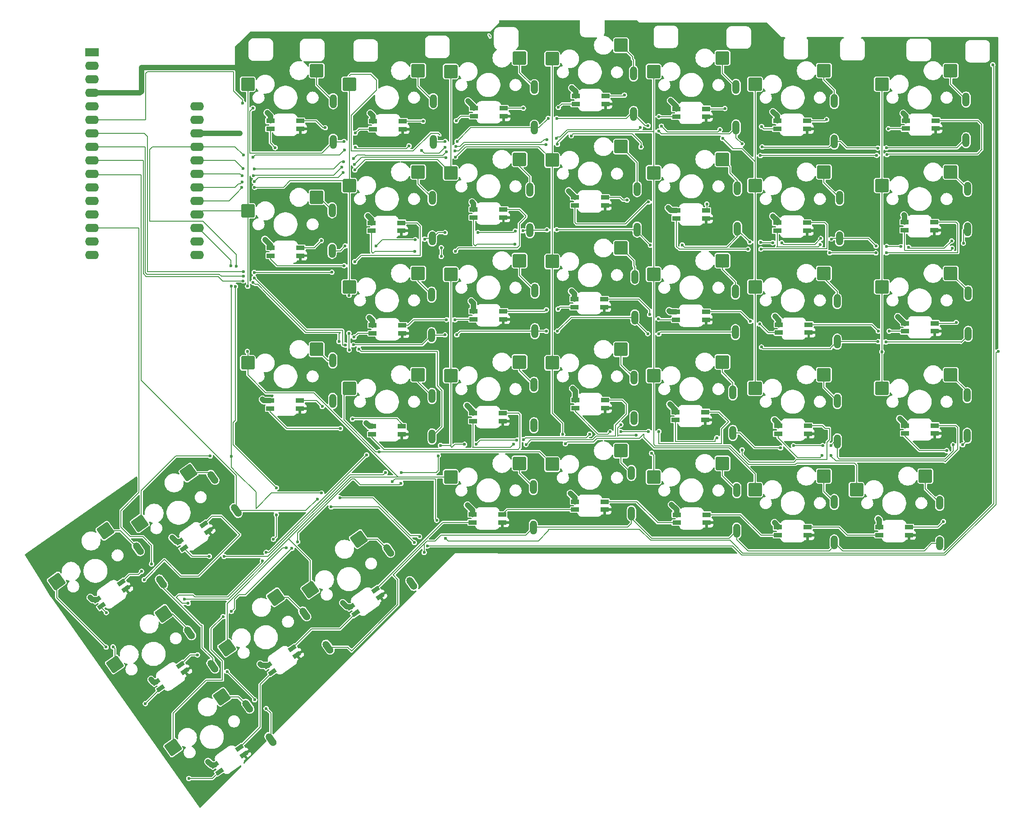
<source format=gbr>
%TF.GenerationSoftware,KiCad,Pcbnew,9.0.1*%
%TF.CreationDate,2025-07-25T20:29:54-04:00*%
%TF.ProjectId,splitboard right,73706c69-7462-46f6-9172-642072696768,rev?*%
%TF.SameCoordinates,Original*%
%TF.FileFunction,Copper,L2,Bot*%
%TF.FilePolarity,Positive*%
%FSLAX46Y46*%
G04 Gerber Fmt 4.6, Leading zero omitted, Abs format (unit mm)*
G04 Created by KiCad (PCBNEW 9.0.1) date 2025-07-25 20:29:54*
%MOMM*%
%LPD*%
G01*
G04 APERTURE LIST*
G04 Aperture macros list*
%AMRoundRect*
0 Rectangle with rounded corners*
0 $1 Rounding radius*
0 $2 $3 $4 $5 $6 $7 $8 $9 X,Y pos of 4 corners*
0 Add a 4 corners polygon primitive as box body*
4,1,4,$2,$3,$4,$5,$6,$7,$8,$9,$2,$3,0*
0 Add four circle primitives for the rounded corners*
1,1,$1+$1,$2,$3*
1,1,$1+$1,$4,$5*
1,1,$1+$1,$6,$7*
1,1,$1+$1,$8,$9*
0 Add four rect primitives between the rounded corners*
20,1,$1+$1,$2,$3,$4,$5,0*
20,1,$1+$1,$4,$5,$6,$7,0*
20,1,$1+$1,$6,$7,$8,$9,0*
20,1,$1+$1,$8,$9,$2,$3,0*%
%AMHorizOval*
0 Thick line with rounded ends*
0 $1 width*
0 $2 $3 position (X,Y) of the first rounded end (center of the circle)*
0 $4 $5 position (X,Y) of the second rounded end (center of the circle)*
0 Add line between two ends*
20,1,$1,$2,$3,$4,$5,0*
0 Add two circle primitives to create the rounded ends*
1,1,$1,$2,$3*
1,1,$1,$4,$5*%
%AMRotRect*
0 Rectangle, with rotation*
0 The origin of the aperture is its center*
0 $1 length*
0 $2 width*
0 $3 Rotation angle, in degrees counterclockwise*
0 Add horizontal line*
21,1,$1,$2,0,0,$3*%
G04 Aperture macros list end*
%TA.AperFunction,ComponentPad*%
%ADD10O,1.320800X2.641600*%
%TD*%
%TA.AperFunction,SMDPad,CuDef*%
%ADD11RoundRect,0.250000X-0.266054X-1.407068X1.413207X-0.231236X0.266054X1.407068X-1.413207X0.231236X0*%
%TD*%
%TA.AperFunction,ComponentPad*%
%ADD12HorizOval,1.320800X-0.378790X0.540968X0.378790X-0.540968X0*%
%TD*%
%TA.AperFunction,SMDPad,CuDef*%
%ADD13RoundRect,0.250000X-1.025000X-1.000000X1.025000X-1.000000X1.025000X1.000000X-1.025000X1.000000X0*%
%TD*%
%TA.AperFunction,ComponentPad*%
%ADD14RoundRect,0.250000X-1.050000X-0.550000X1.050000X-0.550000X1.050000X0.550000X-1.050000X0.550000X0*%
%TD*%
%TA.AperFunction,ComponentPad*%
%ADD15O,2.600000X1.600000*%
%TD*%
%TA.AperFunction,SMDPad,CuDef*%
%ADD16R,1.500000X0.820000*%
%TD*%
%TA.AperFunction,SMDPad,CuDef*%
%ADD17RotRect,0.820000X1.500000X125.000000*%
%TD*%
%TA.AperFunction,ViaPad*%
%ADD18C,0.600000*%
%TD*%
%TA.AperFunction,Conductor*%
%ADD19C,0.200000*%
%TD*%
%TA.AperFunction,Conductor*%
%ADD20C,1.000000*%
%TD*%
G04 APERTURE END LIST*
D10*
%TO.P,D12,1,K*%
%TO.N,ROW2*%
X162810000Y-59000000D03*
%TO.P,D12,2,A*%
%TO.N,Net-(D12-A)*%
X162810000Y-51380000D03*
%TD*%
D11*
%TO.P,SW36,1,1*%
%TO.N,COL1*%
X35000716Y-125275625D03*
%TO.P,SW36,2,2*%
%TO.N,Net-(D36-A)*%
X44133010Y-115780356D03*
%TD*%
D10*
%TO.P,D11,1,K*%
%TO.N,ROW2*%
X143955000Y-59160000D03*
%TO.P,D11,2,A*%
%TO.N,Net-(D11-A)*%
X143955000Y-51540000D03*
%TD*%
%TO.P,D29,1,K*%
%TO.N,ROW5*%
X124480000Y-115150000D03*
%TO.P,D29,2,A*%
%TO.N,Net-(D29-A)*%
X124480000Y-107530000D03*
%TD*%
D11*
%TO.P,SW34,1,1*%
%TO.N,COL6*%
X66995510Y-137756263D03*
%TO.P,SW34,2,2*%
%TO.N,Net-(D34-A)*%
X76127804Y-128260994D03*
%TD*%
D12*
%TO.P,D37,1,K*%
%TO.N,ROW6*%
X64315052Y-141189628D03*
%TO.P,D37,2,A*%
%TO.N,Net-(D37-A)*%
X59944400Y-134947690D03*
%TD*%
%TO.P,D36,1,K*%
%TO.N,ROW6*%
X54665326Y-125390969D03*
%TO.P,D36,2,A*%
%TO.N,Net-(D36-A)*%
X50294674Y-119149031D03*
%TD*%
D10*
%TO.P,D4,1,K*%
%TO.N,ROW1*%
X143320000Y-37440000D03*
%TO.P,D4,2,A*%
%TO.N,Net-(D4-A)*%
X143320000Y-29820000D03*
%TD*%
%TO.P,D5,1,K*%
%TO.N,ROW1*%
X162550000Y-39970000D03*
%TO.P,D5,2,A*%
%TO.N,Net-(D5-A)*%
X162550000Y-32350000D03*
%TD*%
D11*
%TO.P,SW38,1,1*%
%TO.N,COL3*%
X56853979Y-156485318D03*
%TO.P,SW38,2,2*%
%TO.N,Net-(D38-A)*%
X65986273Y-146990049D03*
%TD*%
D10*
%TO.P,D6,1,K*%
%TO.N,ROW1*%
X181004682Y-42618989D03*
%TO.P,D6,2,A*%
%TO.N,Net-(D6-A)*%
X181004682Y-34998989D03*
%TD*%
D13*
%TO.P,SW27,1,1*%
%TO.N,COL6*%
X166119682Y-88968989D03*
%TO.P,SW27,2,2*%
%TO.N,Net-(D27-A)*%
X179046682Y-86428989D03*
%TD*%
%TO.P,SW15,1,1*%
%TO.N,COL1*%
X70869682Y-84206489D03*
%TO.P,SW15,2,2*%
%TO.N,Net-(D15-A)*%
X83796682Y-81666489D03*
%TD*%
%TO.P,SW17,1,1*%
%TO.N,COL3*%
X108969682Y-67537739D03*
%TO.P,SW17,2,2*%
%TO.N,Net-(D17-A)*%
X121896682Y-64997739D03*
%TD*%
%TO.P,SW4,1,1*%
%TO.N,COL4*%
X128019682Y-27056489D03*
%TO.P,SW4,2,2*%
%TO.N,Net-(D4-A)*%
X140946682Y-24516489D03*
%TD*%
D11*
%TO.P,SW22,1,1*%
%TO.N,COL1*%
X82600356Y-126829632D03*
%TO.P,SW22,2,2*%
%TO.N,Net-(D22-A)*%
X91732650Y-117334363D03*
%TD*%
D10*
%TO.P,D1,1,K*%
%TO.N,ROW1*%
X86890000Y-42640000D03*
%TO.P,D1,2,A*%
%TO.N,Net-(D1-A)*%
X86890000Y-35020000D03*
%TD*%
%TO.P,D10,1,K*%
%TO.N,ROW2*%
X123854682Y-59287739D03*
%TO.P,D10,2,A*%
%TO.N,Net-(D10-A)*%
X123854682Y-51667739D03*
%TD*%
D13*
%TO.P,SW10,1,1*%
%TO.N,COL3*%
X108969682Y-48487739D03*
%TO.P,SW10,2,2*%
%TO.N,Net-(D10-A)*%
X121896682Y-45947739D03*
%TD*%
%TO.P,SW32,1,1*%
%TO.N,COL4*%
X166119682Y-108018989D03*
%TO.P,SW32,2,2*%
%TO.N,Net-(D32-A)*%
X179046682Y-105478989D03*
%TD*%
%TO.P,SW20,1,1*%
%TO.N,COL6*%
X166119682Y-69918989D03*
%TO.P,SW20,2,2*%
%TO.N,Net-(D20-A)*%
X179046682Y-67378989D03*
%TD*%
D10*
%TO.P,D30,1,K*%
%TO.N,ROW5*%
X142904682Y-112506489D03*
%TO.P,D30,2,A*%
%TO.N,Net-(D30-A)*%
X142904682Y-104886489D03*
%TD*%
%TO.P,D15,1,K*%
%TO.N,ROW3*%
X86810000Y-91360000D03*
%TO.P,D15,2,A*%
%TO.N,Net-(D15-A)*%
X86810000Y-83740000D03*
%TD*%
%TO.P,D8,1,K*%
%TO.N,ROW2*%
X86700000Y-63130000D03*
%TO.P,D8,2,A*%
%TO.N,Net-(D8-A)*%
X86700000Y-55510000D03*
%TD*%
%TO.P,D31,1,K*%
%TO.N,ROW5*%
X162670000Y-115740000D03*
%TO.P,D31,2,A*%
%TO.N,Net-(D31-A)*%
X162670000Y-108120000D03*
%TD*%
D11*
%TO.P,SW35,1,1*%
%TO.N,COL7*%
X50605563Y-114348994D03*
%TO.P,SW35,2,2*%
%TO.N,Net-(D35-A)*%
X59737857Y-104853725D03*
%TD*%
D13*
%TO.P,SW6,1,1*%
%TO.N,COL6*%
X166119682Y-31818989D03*
%TO.P,SW6,2,2*%
%TO.N,Net-(D6-A)*%
X179046682Y-29278989D03*
%TD*%
D10*
%TO.P,D14,1,K*%
%TO.N,ROW2*%
X206000000Y-59130000D03*
%TO.P,D14,2,A*%
%TO.N,Net-(D14-A)*%
X206000000Y-51510000D03*
%TD*%
%TO.P,D3,1,K*%
%TO.N,ROW1*%
X124680000Y-40010000D03*
%TO.P,D3,2,A*%
%TO.N,Net-(D3-A)*%
X124680000Y-32390000D03*
%TD*%
D13*
%TO.P,SW8,1,1*%
%TO.N,COL1*%
X70869682Y-55631489D03*
%TO.P,SW8,2,2*%
%TO.N,Net-(D8-A)*%
X83796682Y-53091489D03*
%TD*%
%TO.P,SW12,1,1*%
%TO.N,COL5*%
X147069682Y-48487739D03*
%TO.P,SW12,2,2*%
%TO.N,Net-(D12-A)*%
X159996682Y-45947739D03*
%TD*%
D10*
%TO.P,D9,1,K*%
%TO.N,ROW2*%
X105500000Y-60830000D03*
%TO.P,D9,2,A*%
%TO.N,Net-(D9-A)*%
X105500000Y-53210000D03*
%TD*%
D12*
%TO.P,D35,1,K*%
%TO.N,ROW5*%
X68685326Y-111960969D03*
%TO.P,D35,2,A*%
%TO.N,Net-(D35-A)*%
X64314674Y-105719031D03*
%TD*%
D10*
%TO.P,D17,1,K*%
%TO.N,ROW3*%
X124790000Y-78250000D03*
%TO.P,D17,2,A*%
%TO.N,Net-(D17-A)*%
X124790000Y-70630000D03*
%TD*%
%TO.P,D2,1,K*%
%TO.N,ROW1*%
X105700000Y-42650000D03*
%TO.P,D2,2,A*%
%TO.N,Net-(D2-A)*%
X105700000Y-35030000D03*
%TD*%
D13*
%TO.P,SW26,1,1*%
%TO.N,COL5*%
X147069682Y-86587739D03*
%TO.P,SW26,2,2*%
%TO.N,Net-(D26-A)*%
X159996682Y-84047739D03*
%TD*%
%TO.P,SW24,1,1*%
%TO.N,COL3*%
X108969682Y-86587739D03*
%TO.P,SW24,2,2*%
%TO.N,Net-(D24-A)*%
X121896682Y-84047739D03*
%TD*%
D10*
%TO.P,D23,1,K*%
%TO.N,ROW4*%
X105480000Y-98050000D03*
%TO.P,D23,2,A*%
%TO.N,Net-(D23-A)*%
X105480000Y-90430000D03*
%TD*%
D13*
%TO.P,SW1,1,1*%
%TO.N,COL1*%
X70869682Y-31818989D03*
%TO.P,SW1,2,2*%
%TO.N,Net-(D1-A)*%
X83796682Y-29278989D03*
%TD*%
D10*
%TO.P,D13,1,K*%
%TO.N,ROW2*%
X181990000Y-60830000D03*
%TO.P,D13,2,A*%
%TO.N,Net-(D13-A)*%
X181990000Y-53210000D03*
%TD*%
D13*
%TO.P,SW28,1,1*%
%TO.N,COL7*%
X189932182Y-88968989D03*
%TO.P,SW28,2,2*%
%TO.N,Net-(D28-A)*%
X202859182Y-86428989D03*
%TD*%
D11*
%TO.P,SW37,1,1*%
%TO.N,COL2*%
X45927348Y-140880471D03*
%TO.P,SW37,2,2*%
%TO.N,Net-(D37-A)*%
X55059642Y-131385202D03*
%TD*%
D10*
%TO.P,D25,1,K*%
%TO.N,ROW4*%
X143390000Y-94620000D03*
%TO.P,D25,2,A*%
%TO.N,Net-(D25-A)*%
X143390000Y-87000000D03*
%TD*%
D12*
%TO.P,D22,1,K*%
%TO.N,ROW4*%
X101675326Y-125670969D03*
%TO.P,D22,2,A*%
%TO.N,Net-(D22-A)*%
X97304674Y-119429031D03*
%TD*%
D13*
%TO.P,SW30,1,1*%
%TO.N,COL2*%
X128019682Y-103256489D03*
%TO.P,SW30,2,2*%
%TO.N,Net-(D30-A)*%
X140946682Y-100716489D03*
%TD*%
D10*
%TO.P,D33,1,K*%
%TO.N,ROW5*%
X200790000Y-118150000D03*
%TO.P,D33,2,A*%
%TO.N,Net-(D33-A)*%
X200790000Y-110530000D03*
%TD*%
D13*
%TO.P,SW2,1,1*%
%TO.N,COL2*%
X89919682Y-31818989D03*
%TO.P,SW2,2,2*%
%TO.N,Net-(D2-A)*%
X102846682Y-29278989D03*
%TD*%
%TO.P,SW23,1,1*%
%TO.N,COL2*%
X89919682Y-88968989D03*
%TO.P,SW23,2,2*%
%TO.N,Net-(D23-A)*%
X102846682Y-86428989D03*
%TD*%
%TO.P,SW33,1,1*%
%TO.N,COL5*%
X185169682Y-108018989D03*
%TO.P,SW33,2,2*%
%TO.N,Net-(D33-A)*%
X198096682Y-105478989D03*
%TD*%
%TO.P,SW5,1,1*%
%TO.N,COL5*%
X147069682Y-29437739D03*
%TO.P,SW5,2,2*%
%TO.N,Net-(D5-A)*%
X159996682Y-26897739D03*
%TD*%
D14*
%TO.P,A1,1,~{RESET}*%
%TO.N,unconnected-(A1-~{RESET}-Pad1)*%
X41610000Y-25820000D03*
D15*
%TO.P,A1,2,3V3*%
%TO.N,unconnected-(A1-3V3-Pad2)*%
X41610000Y-28360000D03*
%TO.P,A1,3,AREF*%
%TO.N,unconnected-(A1-AREF-Pad3)*%
X41610000Y-30900000D03*
%TO.P,A1,4,GND*%
%TO.N,GND*%
X41610000Y-33440000D03*
%TO.P,A1,5,A0*%
%TO.N,RGB*%
X41610000Y-35980000D03*
%TO.P,A1,6,A1*%
%TO.N,ROW1*%
X41610000Y-38520000D03*
%TO.P,A1,7,A2*%
%TO.N,ROW2*%
X41610000Y-41060000D03*
%TO.P,A1,8,A3*%
%TO.N,ROW3*%
X41610000Y-43600000D03*
%TO.P,A1,9,A4*%
%TO.N,ROW4*%
X41610000Y-46140000D03*
%TO.P,A1,10,A5*%
%TO.N,ROW5*%
X41610000Y-48680000D03*
%TO.P,A1,11,SCK*%
%TO.N,unconnected-(A1-SCK-Pad11)*%
X41610000Y-51220000D03*
%TO.P,A1,12,MOSI*%
%TO.N,unconnected-(A1-MOSI-Pad12)*%
X41610000Y-53760000D03*
%TO.P,A1,13,MISO*%
%TO.N,unconnected-(A1-MISO-Pad13)*%
X41610000Y-56300000D03*
%TO.P,A1,14,RX*%
%TO.N,ROW6*%
X41610000Y-58840000D03*
%TO.P,A1,15,TX*%
%TO.N,unconnected-(A1-TX-Pad15)*%
X41610000Y-61380000D03*
%TO.P,A1,16,SPARE*%
%TO.N,unconnected-(A1-SPARE-Pad16)*%
X41610000Y-63920000D03*
%TO.P,A1,17,SDA*%
%TO.N,unconnected-(A1-SDA-Pad17)*%
X61330000Y-63920000D03*
%TO.P,A1,18,SCL*%
%TO.N,unconnected-(A1-SCL-Pad18)*%
X61330000Y-61380000D03*
%TO.P,A1,19,D0*%
%TO.N,COL7*%
X61330000Y-58840000D03*
%TO.P,A1,20,D1*%
%TO.N,COL1*%
X61330000Y-56300000D03*
%TO.P,A1,21,D2*%
%TO.N,COL2*%
X61330000Y-53760000D03*
%TO.P,A1,22,D3*%
%TO.N,COL3*%
X61330000Y-51220000D03*
%TO.P,A1,23,D4*%
%TO.N,COL4*%
X61330000Y-48680000D03*
%TO.P,A1,24,D5*%
%TO.N,COL5*%
X61330000Y-46140000D03*
%TO.P,A1,25,D6*%
%TO.N,COL6*%
X61330000Y-43600000D03*
%TO.P,A1,26,USB*%
%TO.N,+5V*%
X61330000Y-41060000D03*
%TO.P,A1,27,EN*%
%TO.N,unconnected-(A1-EN-Pad27)*%
X61330000Y-38520000D03*
%TO.P,A1,28,VBAT*%
%TO.N,unconnected-(A1-VBAT-Pad28)*%
X61330000Y-35980000D03*
%TD*%
D12*
%TO.P,D38,1,K*%
%TO.N,ROW6*%
X75220652Y-154991938D03*
%TO.P,D38,2,A*%
%TO.N,Net-(D38-A)*%
X70850000Y-148750000D03*
%TD*%
D10*
%TO.P,D7,1,K*%
%TO.N,ROW1*%
X205740000Y-42350000D03*
%TO.P,D7,2,A*%
%TO.N,Net-(D7-A)*%
X205740000Y-34730000D03*
%TD*%
D13*
%TO.P,SW16,1,1*%
%TO.N,COL2*%
X89919682Y-69918989D03*
%TO.P,SW16,2,2*%
%TO.N,Net-(D16-A)*%
X102846682Y-67378989D03*
%TD*%
%TO.P,SW18,1,1*%
%TO.N,COL4*%
X128019682Y-65156489D03*
%TO.P,SW18,2,2*%
%TO.N,Net-(D18-A)*%
X140946682Y-62616489D03*
%TD*%
D10*
%TO.P,D19,1,K*%
%TO.N,ROW3*%
X162430000Y-78440000D03*
%TO.P,D19,2,A*%
%TO.N,Net-(D19-A)*%
X162430000Y-70820000D03*
%TD*%
D13*
%TO.P,SW14,1,1*%
%TO.N,COL7*%
X189932182Y-50868989D03*
%TO.P,SW14,2,2*%
%TO.N,Net-(D14-A)*%
X202859182Y-48328989D03*
%TD*%
%TO.P,SW31,1,1*%
%TO.N,COL3*%
X147069682Y-105637739D03*
%TO.P,SW31,2,2*%
%TO.N,Net-(D31-A)*%
X159996682Y-103097739D03*
%TD*%
%TO.P,SW21,1,1*%
%TO.N,COL7*%
X189932182Y-69918989D03*
%TO.P,SW21,2,2*%
%TO.N,Net-(D21-A)*%
X202859182Y-67378989D03*
%TD*%
%TO.P,SW7,1,1*%
%TO.N,COL7*%
X189932182Y-31818989D03*
%TO.P,SW7,2,2*%
%TO.N,Net-(D7-A)*%
X202859182Y-29278989D03*
%TD*%
%TO.P,SW11,1,1*%
%TO.N,COL4*%
X128019682Y-46106489D03*
%TO.P,SW11,2,2*%
%TO.N,Net-(D11-A)*%
X140946682Y-43566489D03*
%TD*%
D10*
%TO.P,D26,1,K*%
%TO.N,ROW4*%
X161954682Y-97387739D03*
%TO.P,D26,2,A*%
%TO.N,Net-(D26-A)*%
X161954682Y-89767739D03*
%TD*%
D13*
%TO.P,SW19,1,1*%
%TO.N,COL5*%
X147069682Y-67537739D03*
%TO.P,SW19,2,2*%
%TO.N,Net-(D19-A)*%
X159996682Y-64997739D03*
%TD*%
%TO.P,SW13,1,1*%
%TO.N,COL6*%
X166119682Y-50868989D03*
%TO.P,SW13,2,2*%
%TO.N,Net-(D13-A)*%
X179046682Y-48328989D03*
%TD*%
%TO.P,SW29,1,1*%
%TO.N,COL1*%
X108969682Y-105637739D03*
%TO.P,SW29,2,2*%
%TO.N,Net-(D29-A)*%
X121896682Y-103097739D03*
%TD*%
D10*
%TO.P,D32,1,K*%
%TO.N,ROW5*%
X181004682Y-117970000D03*
%TO.P,D32,2,A*%
%TO.N,Net-(D32-A)*%
X181004682Y-110350000D03*
%TD*%
%TO.P,D24,1,K*%
%TO.N,ROW4*%
X124590000Y-95950000D03*
%TO.P,D24,2,A*%
%TO.N,Net-(D24-A)*%
X124590000Y-88330000D03*
%TD*%
D13*
%TO.P,SW9,1,1*%
%TO.N,COL2*%
X89919682Y-50868989D03*
%TO.P,SW9,2,2*%
%TO.N,Net-(D9-A)*%
X102846682Y-48328989D03*
%TD*%
D12*
%TO.P,D34,1,K*%
%TO.N,ROW5*%
X85935326Y-137640969D03*
%TO.P,D34,2,A*%
%TO.N,Net-(D34-A)*%
X81564674Y-131399031D03*
%TD*%
D10*
%TO.P,D18,1,K*%
%TO.N,ROW3*%
X143530000Y-75670000D03*
%TO.P,D18,2,A*%
%TO.N,Net-(D18-A)*%
X143530000Y-68050000D03*
%TD*%
%TO.P,D27,1,K*%
%TO.N,ROW4*%
X181580000Y-98980000D03*
%TO.P,D27,2,A*%
%TO.N,Net-(D27-A)*%
X181580000Y-91360000D03*
%TD*%
D13*
%TO.P,SW25,1,1*%
%TO.N,COL4*%
X128019682Y-84206489D03*
%TO.P,SW25,2,2*%
%TO.N,Net-(D25-A)*%
X140946682Y-81666489D03*
%TD*%
D10*
%TO.P,D16,1,K*%
%TO.N,ROW3*%
X105400000Y-79010000D03*
%TO.P,D16,2,A*%
%TO.N,Net-(D16-A)*%
X105400000Y-71390000D03*
%TD*%
%TO.P,D20,1,K*%
%TO.N,ROW3*%
X181540000Y-80210000D03*
%TO.P,D20,2,A*%
%TO.N,Net-(D20-A)*%
X181540000Y-72590000D03*
%TD*%
%TO.P,D28,1,K*%
%TO.N,ROW4*%
X205970000Y-97910000D03*
%TO.P,D28,2,A*%
%TO.N,Net-(D28-A)*%
X205970000Y-90290000D03*
%TD*%
%TO.P,D21,1,K*%
%TO.N,ROW3*%
X206140000Y-78760000D03*
%TO.P,D21,2,A*%
%TO.N,Net-(D21-A)*%
X206140000Y-71140000D03*
%TD*%
D13*
%TO.P,SW3,1,1*%
%TO.N,COL3*%
X108969682Y-29437739D03*
%TO.P,SW3,2,2*%
%TO.N,Net-(D3-A)*%
X121896682Y-26897739D03*
%TD*%
D16*
%TO.P,L20,1,VDD*%
%TO.N,+5V*%
X94300000Y-77140000D03*
%TO.P,L20,2,DOUT*%
%TO.N,Net-(L20-DOUT)*%
X94300000Y-78640000D03*
%TO.P,L20,3,VSS*%
%TO.N,GND*%
X99900000Y-78640000D03*
%TO.P,L20,4,DIN*%
%TO.N,Net-(L19-DOUT)*%
X99900000Y-77140000D03*
%TD*%
%TO.P,L28,1,VDD*%
%TO.N,+5V*%
X189450000Y-115070000D03*
%TO.P,L28,2,DOUT*%
%TO.N,Net-(L28-DOUT)*%
X189450000Y-116570000D03*
%TO.P,L28,3,VSS*%
%TO.N,GND*%
X195050000Y-116570000D03*
%TO.P,L28,4,DIN*%
%TO.N,Net-(L27-DOUT)*%
X195050000Y-115070000D03*
%TD*%
%TO.P,L6,1,VDD*%
%TO.N,+5V*%
X94370000Y-38770000D03*
%TO.P,L6,2,DOUT*%
%TO.N,Net-(L6-DOUT)*%
X94370000Y-40270000D03*
%TO.P,L6,3,VSS*%
%TO.N,GND*%
X99970000Y-40270000D03*
%TO.P,L6,4,DIN*%
%TO.N,Net-(L5-DOUT)*%
X99970000Y-38770000D03*
%TD*%
%TO.P,L31,1,VDD*%
%TO.N,+5V*%
X132300000Y-110290000D03*
%TO.P,L31,2,DOUT*%
%TO.N,Net-(L31-DOUT)*%
X132300000Y-111790000D03*
%TO.P,L31,3,VSS*%
%TO.N,GND*%
X137900000Y-111790000D03*
%TO.P,L31,4,DIN*%
%TO.N,Net-(L30-DOUT)*%
X137900000Y-110290000D03*
%TD*%
D17*
%TO.P,L33,1,VDD*%
%TO.N,+5V*%
X90246192Y-130051650D03*
%TO.P,L33,2,DOUT*%
%TO.N,Net-(L33-DOUT)*%
X91106557Y-131280378D03*
%TO.P,L33,3,VSS*%
%TO.N,GND*%
X95693808Y-128068350D03*
%TO.P,L33,4,DIN*%
%TO.N,Net-(L32-DOUT)*%
X94833443Y-126839622D03*
%TD*%
D16*
%TO.P,L27,1,VDD*%
%TO.N,+5V*%
X194250000Y-95980000D03*
%TO.P,L27,2,DOUT*%
%TO.N,Net-(L27-DOUT)*%
X194250000Y-97480000D03*
%TO.P,L27,3,VSS*%
%TO.N,GND*%
X199850000Y-97480000D03*
%TO.P,L27,4,DIN*%
%TO.N,Net-(L26-DOUT)*%
X199850000Y-95980000D03*
%TD*%
%TO.P,L13,1,VDD*%
%TO.N,+5V*%
X170270000Y-57860000D03*
%TO.P,L13,2,DOUT*%
%TO.N,Net-(L13-DOUT)*%
X170270000Y-59360000D03*
%TO.P,L13,3,VSS*%
%TO.N,GND*%
X175870000Y-59360000D03*
%TO.P,L13,4,DIN*%
%TO.N,Net-(L12-DOUT)*%
X175870000Y-57860000D03*
%TD*%
%TO.P,L21,1,VDD*%
%TO.N,+5V*%
X75060000Y-91300000D03*
%TO.P,L21,2,DOUT*%
%TO.N,Net-(L21-DOUT)*%
X75060000Y-92800000D03*
%TO.P,L21,3,VSS*%
%TO.N,GND*%
X80660000Y-92800000D03*
%TO.P,L21,4,DIN*%
%TO.N,Net-(L20-DOUT)*%
X80660000Y-91300000D03*
%TD*%
%TO.P,L17,1,VDD*%
%TO.N,+5V*%
X151300000Y-74580000D03*
%TO.P,L17,2,DOUT*%
%TO.N,Net-(L17-DOUT)*%
X151300000Y-76080000D03*
%TO.P,L17,3,VSS*%
%TO.N,GND*%
X156900000Y-76080000D03*
%TO.P,L17,4,DIN*%
%TO.N,Net-(L16-DOUT)*%
X156900000Y-74580000D03*
%TD*%
D17*
%TO.P,L37,1,VDD*%
%TO.N,+5V*%
X42546192Y-128691650D03*
%TO.P,L37,2,DOUT*%
%TO.N,Net-(L37-DOUT)*%
X43406557Y-129920378D03*
%TO.P,L37,3,VSS*%
%TO.N,GND*%
X47993808Y-126708350D03*
%TO.P,L37,4,DIN*%
%TO.N,Net-(L36-DOUT)*%
X47133443Y-125479622D03*
%TD*%
D16*
%TO.P,L12,1,VDD*%
%TO.N,+5V*%
X151340000Y-55570000D03*
%TO.P,L12,2,DOUT*%
%TO.N,Net-(L12-DOUT)*%
X151340000Y-57070000D03*
%TO.P,L12,3,VSS*%
%TO.N,GND*%
X156940000Y-57070000D03*
%TO.P,L12,4,DIN*%
%TO.N,Net-(L11-DOUT)*%
X156940000Y-55570000D03*
%TD*%
%TO.P,L2,1,VDD*%
%TO.N,+5V*%
X170280000Y-38720000D03*
%TO.P,L2,2,DOUT*%
%TO.N,Net-(L2-DOUT)*%
X170280000Y-40220000D03*
%TO.P,L2,3,VSS*%
%TO.N,GND*%
X175880000Y-40220000D03*
%TO.P,L2,4,DIN*%
%TO.N,Net-(L1-DOUT)*%
X175880000Y-38720000D03*
%TD*%
%TO.P,L15,1,VDD*%
%TO.N,+5V*%
X194280000Y-76770000D03*
%TO.P,L15,2,DOUT*%
%TO.N,Net-(L15-DOUT)*%
X194280000Y-78270000D03*
%TO.P,L15,3,VSS*%
%TO.N,GND*%
X199880000Y-78270000D03*
%TO.P,L15,4,DIN*%
%TO.N,Net-(L14-DOUT)*%
X199880000Y-76770000D03*
%TD*%
%TO.P,L24,1,VDD*%
%TO.N,+5V*%
X132360000Y-91200000D03*
%TO.P,L24,2,DOUT*%
%TO.N,Net-(L24-DOUT)*%
X132360000Y-92700000D03*
%TO.P,L24,3,VSS*%
%TO.N,GND*%
X137960000Y-92700000D03*
%TO.P,L24,4,DIN*%
%TO.N,Net-(L23-DOUT)*%
X137960000Y-91200000D03*
%TD*%
%TO.P,L10,1,VDD*%
%TO.N,+5V*%
X113270000Y-55370000D03*
%TO.P,L10,2,DOUT*%
%TO.N,Net-(L10-DOUT)*%
X113270000Y-56870000D03*
%TO.P,L10,3,VSS*%
%TO.N,GND*%
X118870000Y-56870000D03*
%TO.P,L10,4,DIN*%
%TO.N,Net-(L10-DIN)*%
X118870000Y-55370000D03*
%TD*%
%TO.P,L11,1,VDD*%
%TO.N,+5V*%
X132330000Y-53110000D03*
%TO.P,L11,2,DOUT*%
%TO.N,Net-(L11-DOUT)*%
X132330000Y-54610000D03*
%TO.P,L11,3,VSS*%
%TO.N,GND*%
X137930000Y-54610000D03*
%TO.P,L11,4,DIN*%
%TO.N,Net-(L10-DOUT)*%
X137930000Y-53110000D03*
%TD*%
D17*
%TO.P,L36,1,VDD*%
%TO.N,+5V*%
X53626192Y-144161650D03*
%TO.P,L36,2,DOUT*%
%TO.N,Net-(L36-DOUT)*%
X54486557Y-145390378D03*
%TO.P,L36,3,VSS*%
%TO.N,GND*%
X59073808Y-142178350D03*
%TO.P,L36,4,DIN*%
%TO.N,Net-(L35-DOUT)*%
X58213443Y-140949622D03*
%TD*%
D16*
%TO.P,L23,1,VDD*%
%TO.N,+5V*%
X113180000Y-93650000D03*
%TO.P,L23,2,DOUT*%
%TO.N,Net-(L23-DOUT)*%
X113180000Y-95150000D03*
%TO.P,L23,3,VSS*%
%TO.N,GND*%
X118780000Y-95150000D03*
%TO.P,L23,4,DIN*%
%TO.N,Net-(L22-DOUT)*%
X118780000Y-93650000D03*
%TD*%
%TO.P,L29,1,VDD*%
%TO.N,+5V*%
X170404682Y-115100000D03*
%TO.P,L29,2,DOUT*%
%TO.N,Net-(L29-DOUT)*%
X170404682Y-116600000D03*
%TO.P,L29,3,VSS*%
%TO.N,GND*%
X176004682Y-116600000D03*
%TO.P,L29,4,DIN*%
%TO.N,Net-(L28-DOUT)*%
X176004682Y-115100000D03*
%TD*%
%TO.P,L4,1,VDD*%
%TO.N,+5V*%
X132430000Y-34050000D03*
%TO.P,L4,2,DOUT*%
%TO.N,Net-(L4-DOUT)*%
X132430000Y-35550000D03*
%TO.P,L4,3,VSS*%
%TO.N,GND*%
X138030000Y-35550000D03*
%TO.P,L4,4,DIN*%
%TO.N,Net-(L3-DOUT)*%
X138030000Y-34050000D03*
%TD*%
%TO.P,L1,1,VDD*%
%TO.N,+5V*%
X194430000Y-38670000D03*
%TO.P,L1,2,DOUT*%
%TO.N,Net-(L1-DOUT)*%
X194430000Y-40170000D03*
%TO.P,L1,3,VSS*%
%TO.N,GND*%
X200030000Y-40170000D03*
%TO.P,L1,4,DIN*%
%TO.N,RGB*%
X200030000Y-38670000D03*
%TD*%
%TO.P,L25,1,VDD*%
%TO.N,+5V*%
X151170000Y-93440000D03*
%TO.P,L25,2,DOUT*%
%TO.N,Net-(L25-DOUT)*%
X151170000Y-94940000D03*
%TO.P,L25,3,VSS*%
%TO.N,GND*%
X156770000Y-94940000D03*
%TO.P,L25,4,DIN*%
%TO.N,Net-(L24-DOUT)*%
X156770000Y-93440000D03*
%TD*%
%TO.P,L5,1,VDD*%
%TO.N,+5V*%
X113330000Y-36370000D03*
%TO.P,L5,2,DOUT*%
%TO.N,Net-(L5-DOUT)*%
X113330000Y-37870000D03*
%TO.P,L5,3,VSS*%
%TO.N,GND*%
X118930000Y-37870000D03*
%TO.P,L5,4,DIN*%
%TO.N,Net-(L4-DOUT)*%
X118930000Y-36370000D03*
%TD*%
%TO.P,L16,1,VDD*%
%TO.N,+5V*%
X170590000Y-77020000D03*
%TO.P,L16,2,DOUT*%
%TO.N,Net-(L16-DOUT)*%
X170590000Y-78520000D03*
%TO.P,L16,3,VSS*%
%TO.N,GND*%
X176190000Y-78520000D03*
%TO.P,L16,4,DIN*%
%TO.N,Net-(L15-DOUT)*%
X176190000Y-77020000D03*
%TD*%
%TO.P,L9,1,VDD*%
%TO.N,+5V*%
X94090000Y-57880000D03*
%TO.P,L9,2,DOUT*%
%TO.N,Net-(L10-DIN)*%
X94090000Y-59380000D03*
%TO.P,L9,3,VSS*%
%TO.N,GND*%
X99690000Y-59380000D03*
%TO.P,L9,4,DIN*%
%TO.N,Net-(L8-DOUT)*%
X99690000Y-57880000D03*
%TD*%
%TO.P,L19,1,VDD*%
%TO.N,+5V*%
X113240000Y-74510000D03*
%TO.P,L19,2,DOUT*%
%TO.N,Net-(L19-DOUT)*%
X113240000Y-76010000D03*
%TO.P,L19,3,VSS*%
%TO.N,GND*%
X118840000Y-76010000D03*
%TO.P,L19,4,DIN*%
%TO.N,Net-(L18-DOUT)*%
X118840000Y-74510000D03*
%TD*%
%TO.P,L14,1,VDD*%
%TO.N,+5V*%
X194180000Y-57760000D03*
%TO.P,L14,2,DOUT*%
%TO.N,Net-(L14-DOUT)*%
X194180000Y-59260000D03*
%TO.P,L14,3,VSS*%
%TO.N,GND*%
X199780000Y-59260000D03*
%TO.P,L14,4,DIN*%
%TO.N,Net-(L13-DOUT)*%
X199780000Y-57760000D03*
%TD*%
D17*
%TO.P,L35,1,VDD*%
%TO.N,+5V*%
X64686192Y-159771650D03*
%TO.P,L35,2,DOUT*%
%TO.N,Net-(L35-DOUT)*%
X65546557Y-161000378D03*
%TO.P,L35,3,VSS*%
%TO.N,GND*%
X70133808Y-157788350D03*
%TO.P,L35,4,DIN*%
%TO.N,Net-(L34-DOUT)*%
X69273443Y-156559622D03*
%TD*%
D16*
%TO.P,L30,1,VDD*%
%TO.N,+5V*%
X151400000Y-112740000D03*
%TO.P,L30,2,DOUT*%
%TO.N,Net-(L30-DOUT)*%
X151400000Y-114240000D03*
%TO.P,L30,3,VSS*%
%TO.N,GND*%
X157000000Y-114240000D03*
%TO.P,L30,4,DIN*%
%TO.N,Net-(L29-DOUT)*%
X157000000Y-112740000D03*
%TD*%
D17*
%TO.P,L34,1,VDD*%
%TO.N,+5V*%
X74636192Y-141071650D03*
%TO.P,L34,2,DOUT*%
%TO.N,Net-(L34-DOUT)*%
X75496557Y-142300378D03*
%TO.P,L34,3,VSS*%
%TO.N,GND*%
X80083808Y-139088350D03*
%TO.P,L34,4,DIN*%
%TO.N,Net-(L33-DOUT)*%
X79223443Y-137859622D03*
%TD*%
D16*
%TO.P,L22,1,VDD*%
%TO.N,+5V*%
X94190000Y-96140000D03*
%TO.P,L22,2,DOUT*%
%TO.N,Net-(L22-DOUT)*%
X94190000Y-97640000D03*
%TO.P,L22,3,VSS*%
%TO.N,GND*%
X99790000Y-97640000D03*
%TO.P,L22,4,DIN*%
%TO.N,Net-(L21-DOUT)*%
X99790000Y-96140000D03*
%TD*%
%TO.P,L3,1,VDD*%
%TO.N,+5V*%
X151310000Y-36460000D03*
%TO.P,L3,2,DOUT*%
%TO.N,Net-(L3-DOUT)*%
X151310000Y-37960000D03*
%TO.P,L3,3,VSS*%
%TO.N,GND*%
X156910000Y-37960000D03*
%TO.P,L3,4,DIN*%
%TO.N,Net-(L2-DOUT)*%
X156910000Y-36460000D03*
%TD*%
%TO.P,L8,1,VDD*%
%TO.N,+5V*%
X75154682Y-62560000D03*
%TO.P,L8,2,DOUT*%
%TO.N,Net-(L8-DOUT)*%
X75154682Y-64060000D03*
%TO.P,L8,3,VSS*%
%TO.N,GND*%
X80754682Y-64060000D03*
%TO.P,L8,4,DIN*%
%TO.N,Net-(L7-DOUT)*%
X80754682Y-62560000D03*
%TD*%
%TO.P,L26,1,VDD*%
%TO.N,+5V*%
X170440000Y-96020000D03*
%TO.P,L26,2,DOUT*%
%TO.N,Net-(L26-DOUT)*%
X170440000Y-97520000D03*
%TO.P,L26,3,VSS*%
%TO.N,GND*%
X176040000Y-97520000D03*
%TO.P,L26,4,DIN*%
%TO.N,Net-(L25-DOUT)*%
X176040000Y-96020000D03*
%TD*%
%TO.P,L32,1,VDD*%
%TO.N,+5V*%
X113070000Y-112690000D03*
%TO.P,L32,2,DOUT*%
%TO.N,Net-(L32-DOUT)*%
X113070000Y-114190000D03*
%TO.P,L32,3,VSS*%
%TO.N,GND*%
X118670000Y-114190000D03*
%TO.P,L32,4,DIN*%
%TO.N,Net-(L31-DOUT)*%
X118670000Y-112690000D03*
%TD*%
D17*
%TO.P,L38,1,VDD*%
%TO.N,+5V*%
X58006192Y-117791650D03*
%TO.P,L38,2,DOUT*%
%TO.N,Net-(L38-DOUT)*%
X58866557Y-119020378D03*
%TO.P,L38,3,VSS*%
%TO.N,GND*%
X63453808Y-115808350D03*
%TO.P,L38,4,DIN*%
%TO.N,Net-(L37-DOUT)*%
X62593443Y-114579622D03*
%TD*%
D16*
%TO.P,L18,1,VDD*%
%TO.N,+5V*%
X132190000Y-72210000D03*
%TO.P,L18,2,DOUT*%
%TO.N,Net-(L18-DOUT)*%
X132190000Y-73710000D03*
%TO.P,L18,3,VSS*%
%TO.N,GND*%
X137790000Y-73710000D03*
%TO.P,L18,4,DIN*%
%TO.N,Net-(L17-DOUT)*%
X137790000Y-72210000D03*
%TD*%
%TO.P,L7,1,VDD*%
%TO.N,+5V*%
X75110000Y-38730000D03*
%TO.P,L7,2,DOUT*%
%TO.N,Net-(L7-DOUT)*%
X75110000Y-40230000D03*
%TO.P,L7,3,VSS*%
%TO.N,GND*%
X80710000Y-40230000D03*
%TO.P,L7,4,DIN*%
%TO.N,Net-(L6-DOUT)*%
X80710000Y-38730000D03*
%TD*%
D18*
%TO.N,COL5*%
X90710000Y-45830000D03*
X129010000Y-43130000D03*
X126860000Y-43170000D03*
X69960000Y-47650000D03*
X88880000Y-46380000D03*
X108130000Y-44540000D03*
X72120000Y-47720000D03*
X109810000Y-44350000D03*
%TO.N,COL6*%
X78070000Y-118990000D03*
X103540000Y-44280000D03*
X127030000Y-42250000D03*
X107940000Y-43670000D03*
X75690000Y-117350000D03*
X159530000Y-40390000D03*
X160030000Y-42040000D03*
X101140000Y-43430000D03*
X70050000Y-45160000D03*
X89010000Y-44240000D03*
X76220000Y-112740000D03*
X71870000Y-45550000D03*
X128780000Y-41970000D03*
X144580000Y-40010000D03*
X148540000Y-39720000D03*
X68550000Y-69820000D03*
X68700000Y-66030000D03*
X91080000Y-43660000D03*
X76250000Y-107690000D03*
X109920000Y-43520000D03*
%TO.N,ROW2*%
X152450000Y-62040000D03*
X205240000Y-61710000D03*
X180450000Y-60930000D03*
X86650000Y-67180000D03*
X165130000Y-61500000D03*
X178460000Y-60820000D03*
X70070000Y-67050000D03*
X102330000Y-61060000D03*
X167170000Y-61550000D03*
X127050000Y-59210000D03*
X122550000Y-59390000D03*
X72080000Y-67200000D03*
X107940000Y-59730000D03*
X89150000Y-62220000D03*
X188840000Y-62270000D03*
X94960000Y-62250000D03*
X194960000Y-62479000D03*
X203040000Y-61270000D03*
X169430000Y-61610000D03*
X121110000Y-59440000D03*
X104100000Y-60960000D03*
X128880000Y-59180000D03*
X190820000Y-62340000D03*
X193480000Y-62360000D03*
X114090000Y-59730000D03*
X146469682Y-62080000D03*
X171120000Y-61630000D03*
%TO.N,ROW1*%
X167450000Y-43620000D03*
X69880000Y-35360000D03*
X71850000Y-36330000D03*
X110170000Y-42570000D03*
X146030000Y-39640000D03*
X88940000Y-42610000D03*
X148000000Y-40640000D03*
X163680000Y-43050000D03*
X190780000Y-43810000D03*
X107940000Y-42600000D03*
X189160000Y-43830000D03*
X128870000Y-38250000D03*
X127260000Y-38250000D03*
%TO.N,ROW3*%
X90710000Y-80820000D03*
X72060000Y-68220000D03*
X189230000Y-80220000D03*
X89180000Y-80860000D03*
X129030000Y-78220000D03*
X107900000Y-78950000D03*
X145980000Y-78730000D03*
X110110000Y-78940000D03*
X190690000Y-80270000D03*
X70040000Y-67950000D03*
X148050000Y-78770000D03*
X126920000Y-78240000D03*
X167330000Y-81230000D03*
%TO.N,COL2*%
X69750000Y-51210000D03*
X95560000Y-100901000D03*
X59670000Y-129410000D03*
X89920000Y-81760000D03*
X89860000Y-78630000D03*
X45570000Y-137570000D03*
X73620735Y-121380735D03*
X93190000Y-101500000D03*
X72130000Y-51210000D03*
X89900000Y-71510000D03*
X89919682Y-88968989D03*
X74320000Y-119820000D03*
%TO.N,RGB*%
X144710000Y-43620000D03*
X188960000Y-45200000D03*
X131610000Y-41540000D03*
X167110000Y-45250000D03*
X190880000Y-45080000D03*
%TO.N,ROW5*%
X83940000Y-109810000D03*
X102150000Y-117980000D03*
X86510000Y-111290000D03*
X103980000Y-119830000D03*
%TO.N,ROW6*%
X74330000Y-149170000D03*
X66990000Y-142210000D03*
X72150000Y-147530000D03*
X52810000Y-122000000D03*
%TO.N,GND*%
X109760000Y-23260000D03*
X175880000Y-63690000D03*
X146220000Y-51500000D03*
X137460000Y-96680000D03*
X121020000Y-92320000D03*
X140960000Y-109020000D03*
X110880000Y-40360000D03*
X152890000Y-98140000D03*
X102040000Y-59100000D03*
X110200000Y-80960000D03*
X121330000Y-53950000D03*
X178040000Y-24110000D03*
X202950000Y-56620000D03*
X202970000Y-58680000D03*
X134570000Y-100380000D03*
X121040000Y-94900000D03*
X110260000Y-115360000D03*
X140930000Y-111260000D03*
X121420000Y-56550000D03*
X200660000Y-24370000D03*
X107050000Y-119770000D03*
X178730000Y-94480000D03*
X167070000Y-22310000D03*
X210820000Y-24280000D03*
X112140000Y-44750000D03*
X143020000Y-91000000D03*
X140980000Y-92480000D03*
X157020000Y-39890000D03*
X122560000Y-21860000D03*
X101890000Y-56590000D03*
X107910000Y-80990000D03*
X178640000Y-97730000D03*
X148020000Y-52780000D03*
X188880000Y-73670000D03*
X202860000Y-96810000D03*
X152870000Y-101780000D03*
X202850000Y-94830000D03*
X139670000Y-20310000D03*
X188950000Y-24220000D03*
X190990000Y-74200000D03*
X86440000Y-23770000D03*
X175840000Y-61110000D03*
X153810000Y-22160000D03*
X76560000Y-23360000D03*
X96560000Y-23510000D03*
X157070000Y-42110000D03*
%TO.N,COL7*%
X211790000Y-82070000D03*
X67750000Y-69790000D03*
X103130000Y-116860000D03*
X63820000Y-101700000D03*
X67750000Y-101750000D03*
X67730000Y-65930000D03*
X189932182Y-82100000D03*
X88140000Y-109590000D03*
X104600000Y-118610000D03*
X84750000Y-108670000D03*
%TO.N,COL4*%
X108090000Y-45610000D03*
X129980000Y-97630000D03*
X130500000Y-99400000D03*
X71900000Y-49000000D03*
X88520000Y-47440000D03*
X90920000Y-46940000D03*
X69790000Y-49050000D03*
X109870000Y-45520000D03*
%TO.N,ROW4*%
X88010000Y-80190000D03*
X205100000Y-99610000D03*
X203290000Y-99600000D03*
X180350000Y-99720000D03*
X173330000Y-99770000D03*
X91710000Y-81640000D03*
X71850000Y-69070000D03*
X170910000Y-100190000D03*
X178840000Y-99760000D03*
X70010000Y-68800000D03*
%TO.N,COL1*%
X70790000Y-82060000D03*
X44280000Y-137620000D03*
X70850000Y-69810000D03*
X58960000Y-128610000D03*
%TO.N,COL3*%
X106610000Y-101670000D03*
X107200000Y-62540000D03*
X143780000Y-97803550D03*
X66220000Y-131900000D03*
X99630000Y-106860000D03*
X107060000Y-99720000D03*
X79130000Y-119080000D03*
X107200000Y-64190000D03*
X113780000Y-99470000D03*
X108969682Y-67537739D03*
X121400000Y-98730000D03*
X109100000Y-48250000D03*
X140920000Y-95820000D03*
X80240000Y-117840000D03*
X122680000Y-98640000D03*
X69770000Y-50250000D03*
X67800000Y-130890000D03*
X99690000Y-104820000D03*
X88770000Y-48420000D03*
X90970000Y-47950000D03*
X135080000Y-97620000D03*
X111590000Y-99510000D03*
X72100000Y-50130000D03*
X146690000Y-101200000D03*
%TO.N,Net-(L1-DOUT)*%
X179550000Y-38470000D03*
X191160000Y-40210000D03*
%TO.N,+5V*%
X193940000Y-37300000D03*
X88700000Y-129280000D03*
X194060000Y-56400000D03*
X112980000Y-53980000D03*
X93870000Y-37280000D03*
X69370000Y-41060000D03*
X73210000Y-140800000D03*
X93100000Y-95491000D03*
X189240000Y-113520000D03*
X73620000Y-91050000D03*
X193300000Y-94650000D03*
X169450000Y-56610000D03*
X149850000Y-55060000D03*
X131120000Y-51870000D03*
X112220000Y-34970000D03*
X169770000Y-114240000D03*
X112120000Y-110930000D03*
X74090000Y-61030000D03*
X74530000Y-37210000D03*
X93410000Y-56580000D03*
X112830000Y-72600000D03*
X150440000Y-110840000D03*
X149990000Y-74390000D03*
X63390000Y-159140000D03*
X52710000Y-143710000D03*
X56650000Y-117010000D03*
X169770000Y-94910000D03*
X131660000Y-70700000D03*
X131700000Y-32500000D03*
X169480000Y-37000000D03*
X93710000Y-75690000D03*
X192930000Y-75510000D03*
X41300000Y-128290000D03*
X112020000Y-92200000D03*
X150260000Y-34900000D03*
X150120000Y-91980000D03*
X131430000Y-108730000D03*
X169850000Y-75430000D03*
X131880000Y-89000000D03*
%TO.N,Net-(L2-DOUT)*%
X160450000Y-36410000D03*
X167360000Y-39800000D03*
%TO.N,Net-(L3-DOUT)*%
X148080000Y-37920000D03*
X141590000Y-33880000D03*
%TO.N,Net-(L4-DOUT)*%
X129190000Y-36200000D03*
X122620000Y-36340000D03*
%TO.N,Net-(L5-DOUT)*%
X110010000Y-38710000D03*
X103810000Y-38790000D03*
%TO.N,Net-(L6-DOUT)*%
X85410000Y-40010000D03*
X91050000Y-41020000D03*
%TO.N,Net-(L7-DOUT)*%
X84670000Y-61230000D03*
X76000000Y-43740000D03*
%TO.N,Net-(L8-DOUT)*%
X90970000Y-65200000D03*
X88980000Y-65950000D03*
%TO.N,Net-(L10-DIN)*%
X102230000Y-63250000D03*
X109860000Y-63210000D03*
%TO.N,Net-(L10-DOUT)*%
X121000000Y-61860000D03*
X142080000Y-53610000D03*
%TO.N,Net-(L11-DOUT)*%
X146120000Y-53980000D03*
X157060000Y-54340000D03*
%TO.N,Net-(L12-DOUT)*%
X167230000Y-62820000D03*
X164800000Y-62860000D03*
%TO.N,Net-(L13-DOUT)*%
X178370000Y-61980000D03*
X180140000Y-63520000D03*
X190810000Y-63520000D03*
X188810000Y-63540000D03*
%TO.N,Net-(L14-DOUT)*%
X203120000Y-62640000D03*
X203890000Y-76590000D03*
%TO.N,Net-(L15-DOUT)*%
X191320000Y-78240000D03*
X189260000Y-78230000D03*
%TO.N,Net-(L16-DOUT)*%
X167000000Y-76910000D03*
X165230000Y-76390000D03*
%TO.N,Net-(L17-DOUT)*%
X146320000Y-75120000D03*
X147990000Y-75930000D03*
%TO.N,Net-(L18-DOUT)*%
X126940000Y-74230000D03*
X129140000Y-74100000D03*
%TO.N,Net-(L19-DOUT)*%
X109770000Y-76120000D03*
X108180000Y-76090000D03*
%TO.N,Net-(L20-DOUT)*%
X90830000Y-79370000D03*
X84860000Y-92410000D03*
%TO.N,Net-(L21-DOUT)*%
X88280000Y-96530000D03*
X90540000Y-94760000D03*
%TO.N,Net-(L23-DOUT)*%
X120770000Y-99510000D03*
X123110000Y-99550000D03*
%TO.N,Net-(L24-DOUT)*%
X146120000Y-97100000D03*
X140920000Y-97140000D03*
X148070000Y-97100000D03*
X138930000Y-97160000D03*
%TO.N,Net-(L25-DOUT)*%
X158950000Y-98280000D03*
X163700000Y-100550000D03*
%TO.N,Net-(L26-DOUT)*%
X178720000Y-101600000D03*
X180410000Y-101590000D03*
%TO.N,Net-(L27-DOUT)*%
X202120000Y-100690000D03*
X201490000Y-114030000D03*
%TO.N,Net-(L35-DOUT)*%
X59810000Y-162320000D03*
X61420000Y-139080000D03*
%TO.N,Net-(L36-DOUT)*%
X50910000Y-123400000D03*
X51640000Y-148230000D03*
%TO.N,Net-(L37-DOUT)*%
X51400000Y-124970000D03*
X44300000Y-131140000D03*
%TO.N,Net-(L38-DOUT)*%
X66430000Y-120580000D03*
X63670000Y-120550000D03*
X96720000Y-104790000D03*
X98020000Y-106490000D03*
X210760000Y-28190000D03*
X108010000Y-117180000D03*
X106350000Y-113780000D03*
%TD*%
D19*
%TO.N,*%
X105251800Y-41028200D02*
X101910000Y-44370000D01*
X116360000Y-22760000D02*
X116130000Y-22530000D01*
X90320682Y-44370000D02*
X90320682Y-37696815D01*
X106970000Y-41390000D02*
X106608200Y-41028200D01*
X101910000Y-44370000D02*
X90320682Y-44370000D01*
X95070682Y-31041924D02*
X93971747Y-29942989D01*
X95070682Y-32946815D02*
X95070682Y-31041924D01*
X90320682Y-37696815D02*
X95070682Y-32946815D01*
X116360000Y-22950000D02*
X116360000Y-22760000D01*
X93971747Y-29942989D02*
X90244682Y-29942989D01*
X90244682Y-29942989D02*
X89919682Y-30267989D01*
X106608200Y-41028200D02*
X105251800Y-41028200D01*
%TO.N,COL5*%
X107070000Y-45179000D02*
X107491000Y-45179000D01*
X185169682Y-103469682D02*
X185169682Y-108018989D01*
X173920000Y-103050000D02*
X184750000Y-103050000D01*
X90710000Y-45830000D02*
X91390000Y-45150000D01*
X72120000Y-47720000D02*
X87030000Y-47720000D01*
X131050000Y-40760000D02*
X147069682Y-40760000D01*
X147069682Y-67537739D02*
X147069682Y-86587739D01*
X88370000Y-46380000D02*
X88880000Y-46380000D01*
X147350000Y-99790000D02*
X161420000Y-99790000D01*
X126841000Y-43189000D02*
X126860000Y-43170000D01*
X173700000Y-103270000D02*
X173920000Y-103050000D01*
X147069682Y-99509682D02*
X147350000Y-99790000D01*
X109810000Y-44350000D02*
X110472900Y-44350000D01*
X92949000Y-45179000D02*
X107070000Y-45179000D01*
X147069682Y-86587739D02*
X147069682Y-99509682D01*
X110472900Y-44350000D02*
X111426450Y-43396450D01*
X184750000Y-103050000D02*
X185169682Y-103469682D01*
X147069682Y-29437739D02*
X147069682Y-40760000D01*
X61630000Y-46140000D02*
X68450000Y-46140000D01*
X113080000Y-43189000D02*
X126841000Y-43189000D01*
X129010000Y-43130000D02*
X129010000Y-42800000D01*
X91390000Y-45150000D02*
X92920000Y-45150000D01*
X147069682Y-40760000D02*
X147069682Y-48487739D01*
X107491000Y-45179000D02*
X108130000Y-44540000D01*
X129010000Y-42800000D02*
X131050000Y-40760000D01*
X92920000Y-45150000D02*
X92949000Y-45179000D01*
X161420000Y-99790000D02*
X164900000Y-103270000D01*
X111426450Y-43396450D02*
X111633900Y-43189000D01*
X87030000Y-47720000D02*
X88280000Y-46470000D01*
X147069682Y-29437739D02*
X147069682Y-67537739D01*
X68450000Y-46140000D02*
X69960000Y-47650000D01*
X88280000Y-46470000D02*
X88370000Y-46380000D01*
X164900000Y-103270000D02*
X173700000Y-103270000D01*
X111633900Y-43189000D02*
X113080000Y-43189000D01*
%TO.N,COL6*%
X72249000Y-45171000D02*
X76500000Y-45171000D01*
X166119682Y-46380000D02*
X166119682Y-50868989D01*
X104038000Y-44778000D02*
X105410000Y-44778000D01*
X128780000Y-41970000D02*
X129020000Y-41730000D01*
X166119682Y-31818989D02*
X166119682Y-46380000D01*
X158880000Y-40789000D02*
X159131000Y-40789000D01*
X76500000Y-45171000D02*
X88079000Y-45171000D01*
X111467800Y-42788000D02*
X112830000Y-42788000D01*
X125980000Y-42788000D02*
X126518000Y-42250000D01*
X112830000Y-42788000D02*
X125980000Y-42788000D01*
X68490000Y-43600000D02*
X70050000Y-45160000D01*
X77093550Y-119323550D02*
X77427100Y-118990000D01*
X110735800Y-43520000D02*
X111467800Y-42788000D01*
X130883900Y-40359000D02*
X132570000Y-40359000D01*
X75690000Y-117350000D02*
X76220000Y-116820000D01*
X149609000Y-40789000D02*
X149840000Y-40789000D01*
X68151000Y-95420000D02*
X68550000Y-95021000D01*
X66995510Y-129421590D02*
X77093550Y-119323550D01*
X166119682Y-50868989D02*
X166119682Y-69918989D01*
X105410000Y-44778000D02*
X106832000Y-44778000D01*
X52980000Y-43600000D02*
X61630000Y-43600000D01*
X52461000Y-57540000D02*
X52441000Y-57520000D01*
X91080000Y-43660000D02*
X91389000Y-43969000D01*
X68700000Y-66030000D02*
X68700000Y-63814951D01*
X129020000Y-41730000D02*
X129512900Y-41730000D01*
X66995510Y-137756263D02*
X66995510Y-129421590D01*
X76220000Y-116820000D02*
X76220000Y-112740000D01*
X88079000Y-45171000D02*
X89010000Y-44240000D01*
X109920000Y-43520000D02*
X110735800Y-43520000D01*
X68151000Y-99591000D02*
X68151000Y-95420000D01*
X76250000Y-107690000D02*
X68151000Y-99591000D01*
X166119682Y-69918989D02*
X166119682Y-88968989D01*
X52441000Y-57520000D02*
X52441000Y-44139000D01*
X62425049Y-57540000D02*
X52461000Y-57540000D01*
X68700000Y-63814951D02*
X62425049Y-57540000D01*
X163719682Y-43980000D02*
X166119682Y-46380000D01*
X52441000Y-44139000D02*
X52980000Y-43600000D01*
X106832000Y-44778000D02*
X107940000Y-43670000D01*
X161970000Y-43980000D02*
X163719682Y-43980000D01*
X68550000Y-95021000D02*
X68550000Y-69820000D01*
X126518000Y-42250000D02*
X127030000Y-42250000D01*
X148540000Y-39720000D02*
X149609000Y-40789000D01*
X144231000Y-40359000D02*
X144580000Y-40010000D01*
X100270000Y-43969000D02*
X100601000Y-43969000D01*
X61630000Y-43600000D02*
X68490000Y-43600000D01*
X91389000Y-43969000D02*
X100270000Y-43969000D01*
X77427100Y-118990000D02*
X78070000Y-118990000D01*
X159131000Y-40789000D02*
X159530000Y-40390000D01*
X160030000Y-42040000D02*
X161970000Y-43980000D01*
X100601000Y-43969000D02*
X101140000Y-43430000D01*
X149840000Y-40789000D02*
X158880000Y-40789000D01*
X129512900Y-41730000D02*
X130883900Y-40359000D01*
X71870000Y-45550000D02*
X72249000Y-45171000D01*
X132570000Y-40359000D02*
X144231000Y-40359000D01*
X103540000Y-44280000D02*
X104038000Y-44778000D01*
%TO.N,ROW2*%
X178460000Y-60820000D02*
X177302000Y-61978000D01*
X127050000Y-59210000D02*
X126972261Y-59287739D01*
X102330000Y-61060000D02*
X96150000Y-61060000D01*
X176280000Y-61978000D02*
X171610000Y-61978000D01*
X177302000Y-61978000D02*
X176280000Y-61978000D01*
X122652261Y-59287739D02*
X122550000Y-59390000D01*
X152869000Y-62459000D02*
X152450000Y-62040000D01*
X72080000Y-67200000D02*
X86630000Y-67200000D01*
X143955000Y-59160000D02*
X128900000Y-59160000D01*
X146469682Y-62080000D02*
X143955000Y-59565318D01*
X105500000Y-60830000D02*
X104230000Y-60830000D01*
X195290000Y-62678000D02*
X195159000Y-62678000D01*
X171468000Y-61978000D02*
X171120000Y-61630000D01*
X180550000Y-60830000D02*
X180450000Y-60930000D01*
X120820000Y-59730000D02*
X114090000Y-59730000D01*
X88240000Y-63130000D02*
X86700000Y-63130000D01*
X153170000Y-62459000D02*
X152869000Y-62459000D01*
X52040000Y-67080000D02*
X70040000Y-67080000D01*
X165130000Y-61500000D02*
X162810000Y-59180000D01*
X162810000Y-59180000D02*
X162810000Y-59000000D01*
X169430000Y-61610000D02*
X167230000Y-61610000D01*
X106600000Y-59730000D02*
X105500000Y-60830000D01*
X193480000Y-62360000D02*
X190840000Y-62360000D01*
X201632000Y-62678000D02*
X195290000Y-62678000D01*
X171610000Y-61978000D02*
X171468000Y-61978000D01*
X86630000Y-67200000D02*
X86650000Y-67180000D01*
X70040000Y-67080000D02*
X70070000Y-67050000D01*
X41310000Y-41060000D02*
X51420000Y-41060000D01*
X128900000Y-59160000D02*
X128880000Y-59180000D01*
X96150000Y-61060000D02*
X94960000Y-62250000D01*
X188840000Y-62270000D02*
X187400000Y-60830000D01*
X203040000Y-61270000D02*
X201632000Y-62678000D01*
X126972261Y-59287739D02*
X123854682Y-59287739D01*
X107940000Y-59730000D02*
X106600000Y-59730000D01*
X104230000Y-60830000D02*
X104100000Y-60960000D01*
X206000000Y-59130000D02*
X205339600Y-59130000D01*
X51460000Y-41100000D02*
X52040000Y-41680000D01*
X160840000Y-62459000D02*
X153170000Y-62459000D01*
X143955000Y-59565318D02*
X143955000Y-59160000D01*
X162810000Y-59000000D02*
X162810000Y-60489000D01*
X190840000Y-62360000D02*
X190820000Y-62340000D01*
X187400000Y-60830000D02*
X181990000Y-60830000D01*
X89150000Y-62220000D02*
X88240000Y-63130000D01*
X121110000Y-59440000D02*
X120820000Y-59730000D01*
X181990000Y-60830000D02*
X180550000Y-60830000D01*
X167230000Y-61610000D02*
X167170000Y-61550000D01*
X162810000Y-60489000D02*
X160840000Y-62459000D01*
X195159000Y-62678000D02*
X194960000Y-62479000D01*
X205240000Y-59229600D02*
X205240000Y-61710000D01*
X51420000Y-41060000D02*
X51460000Y-41100000D01*
X52040000Y-41680000D02*
X52040000Y-67080000D01*
X205339600Y-59130000D02*
X205240000Y-59229600D01*
X123854682Y-59287739D02*
X122652261Y-59287739D01*
%TO.N,ROW1*%
X148550000Y-41190000D02*
X161330000Y-41190000D01*
X179963671Y-43660000D02*
X181004682Y-42618989D01*
X69680000Y-34530000D02*
X69880000Y-34730000D01*
X51731000Y-29820000D02*
X52040000Y-29511000D01*
X148000000Y-40640000D02*
X148550000Y-41190000D01*
X51731000Y-38389000D02*
X51731000Y-29820000D01*
X167490000Y-43660000D02*
X179963671Y-43660000D01*
X69880000Y-34730000D02*
X69880000Y-35360000D01*
X112730000Y-40010000D02*
X124680000Y-40010000D01*
X145520000Y-39640000D02*
X146030000Y-39640000D01*
X51650000Y-38470000D02*
X51731000Y-38389000D01*
X182178989Y-42618989D02*
X183370000Y-43810000D01*
X71850000Y-36330000D02*
X71270682Y-36909318D01*
X162550000Y-39970000D02*
X162550000Y-41920000D01*
X51600000Y-38520000D02*
X51650000Y-38470000D01*
X68240000Y-33090000D02*
X69680000Y-34530000D01*
X205470000Y-42350000D02*
X205740000Y-42350000D01*
X86890000Y-42640000D02*
X88910000Y-42640000D01*
X181004682Y-42618989D02*
X182178989Y-42618989D01*
X41310000Y-38520000D02*
X51600000Y-38520000D01*
X190780000Y-43810000D02*
X204010000Y-43810000D01*
X161330000Y-41190000D02*
X162550000Y-39970000D01*
X68240000Y-29511000D02*
X68240000Y-33090000D01*
X128870000Y-38250000D02*
X141950000Y-38250000D01*
X167450000Y-43620000D02*
X167490000Y-43660000D01*
X143320000Y-37440000D02*
X145520000Y-39640000D01*
X52040000Y-29511000D02*
X68240000Y-29511000D01*
X142760000Y-37440000D02*
X143320000Y-37440000D01*
X107890000Y-42650000D02*
X107940000Y-42600000D01*
X189140000Y-43810000D02*
X189160000Y-43830000D01*
X71270682Y-36909318D02*
X71270682Y-44770000D01*
X84760000Y-44770000D02*
X86890000Y-42640000D01*
X204010000Y-43810000D02*
X205470000Y-42350000D01*
X71270682Y-44770000D02*
X84760000Y-44770000D01*
X105700000Y-42650000D02*
X107890000Y-42650000D01*
X141950000Y-38250000D02*
X142760000Y-37440000D01*
X183370000Y-43810000D02*
X189140000Y-43810000D01*
X125500000Y-40010000D02*
X127260000Y-38250000D01*
X124680000Y-40010000D02*
X125500000Y-40010000D01*
X162550000Y-41920000D02*
X163680000Y-43050000D01*
X88910000Y-42640000D02*
X88940000Y-42610000D01*
X110170000Y-42570000D02*
X112730000Y-40010000D01*
%TO.N,ROW3*%
X107840000Y-79010000D02*
X107900000Y-78950000D01*
X41310000Y-43600000D02*
X51600000Y-43600000D01*
X148380000Y-78440000D02*
X162430000Y-78440000D01*
X167610000Y-81510000D02*
X180340000Y-81510000D01*
X131580000Y-75670000D02*
X143530000Y-75670000D01*
X88690000Y-80860000D02*
X89180000Y-80860000D01*
X51600000Y-43600000D02*
X51639000Y-43639000D01*
X180340000Y-81410000D02*
X181540000Y-80210000D01*
X143530000Y-76280000D02*
X145980000Y-78730000D01*
X206140000Y-79060000D02*
X206140000Y-78760000D01*
X51639000Y-44250000D02*
X51639000Y-67246100D01*
X65530000Y-67590000D02*
X65890000Y-67950000D01*
X190690000Y-80270000D02*
X204750000Y-80270000D01*
X81910000Y-78070000D02*
X88690000Y-78070000D01*
X204750000Y-80270000D02*
X204840000Y-80360000D01*
X167330000Y-81230000D02*
X167610000Y-81510000D01*
X88690000Y-78070000D02*
X88690000Y-80860000D01*
X180340000Y-81510000D02*
X180340000Y-81410000D01*
X110110000Y-78940000D02*
X110800000Y-78250000D01*
X148050000Y-78770000D02*
X148380000Y-78440000D01*
X110800000Y-78250000D02*
X124790000Y-78250000D01*
X124790000Y-78250000D02*
X126910000Y-78250000D01*
X51982900Y-67590000D02*
X65530000Y-67590000D01*
X72060000Y-68220000D02*
X81910000Y-78070000D01*
X103590000Y-80820000D02*
X105400000Y-79010000D01*
X105400000Y-79010000D02*
X107840000Y-79010000D01*
X65890000Y-67950000D02*
X70040000Y-67950000D01*
X51639000Y-67246100D02*
X51982900Y-67590000D01*
X90710000Y-80820000D02*
X103590000Y-80820000D01*
X189220000Y-80210000D02*
X189230000Y-80220000D01*
X51639000Y-43639000D02*
X51639000Y-44250000D01*
X143530000Y-75670000D02*
X143530000Y-76280000D01*
X204840000Y-80360000D02*
X206140000Y-79060000D01*
X181540000Y-80210000D02*
X189220000Y-80210000D01*
X126910000Y-78250000D02*
X126920000Y-78240000D01*
X129030000Y-78220000D02*
X131580000Y-75670000D01*
%TO.N,COL2*%
X74320000Y-119820000D02*
X74852900Y-119820000D01*
X76256450Y-118416450D02*
X93172900Y-101500000D01*
X88930000Y-89958671D02*
X89919682Y-88968989D01*
X89919682Y-31818989D02*
X89919682Y-50868989D01*
X93172900Y-101500000D02*
X93190000Y-101500000D01*
X67340000Y-53760000D02*
X68790000Y-52310000D01*
X59670000Y-129410000D02*
X58550000Y-129410000D01*
X57910000Y-127830000D02*
X60420000Y-127830000D01*
X89860000Y-81700000D02*
X89920000Y-81760000D01*
X95560000Y-100901000D02*
X94898075Y-100901000D01*
X89860000Y-78630000D02*
X89860000Y-81700000D01*
X94898075Y-100901000D02*
X88930000Y-94932925D01*
X128019682Y-103256489D02*
X125664193Y-100901000D01*
X72130000Y-51210000D02*
X77560000Y-51210000D01*
X57440000Y-128300000D02*
X57910000Y-127830000D01*
X89919682Y-69918989D02*
X89919682Y-71490318D01*
X88930000Y-94932925D02*
X88930000Y-89958671D01*
X45927348Y-140880471D02*
X45927348Y-137927348D01*
X74852900Y-119820000D02*
X76256450Y-118416450D01*
X73661450Y-121621450D02*
X73620735Y-121580735D01*
X60420000Y-127830000D02*
X60570000Y-127830000D01*
X67073900Y-128209000D02*
X73661450Y-121621450D01*
X60949000Y-128209000D02*
X63460000Y-128209000D01*
X69750000Y-51350000D02*
X69750000Y-51210000D01*
X73620735Y-121580735D02*
X73620735Y-121380735D01*
X45927348Y-137927348D02*
X45570000Y-137570000D01*
X58550000Y-129410000D02*
X57440000Y-128300000D01*
X77560000Y-51210000D02*
X78810000Y-49960000D01*
X63460000Y-128209000D02*
X67073900Y-128209000D01*
X89010693Y-49960000D02*
X89919682Y-50868989D01*
X68790000Y-52310000D02*
X69750000Y-51350000D01*
X78810000Y-49960000D02*
X89010693Y-49960000D01*
X61630000Y-53760000D02*
X67340000Y-53760000D01*
X89919682Y-50868989D02*
X89919682Y-69918989D01*
X89919682Y-71490318D02*
X89900000Y-71510000D01*
X125664193Y-100901000D02*
X95560000Y-100901000D01*
X60570000Y-127830000D02*
X60949000Y-128209000D01*
%TO.N,RGB*%
X131989000Y-41161000D02*
X131610000Y-41540000D01*
X208690000Y-39390000D02*
X208690000Y-44030000D01*
X144710000Y-43620000D02*
X144710000Y-42860000D01*
X208690000Y-44030000D02*
X208730000Y-44070000D01*
X199890000Y-44930000D02*
X191030000Y-44930000D01*
X191030000Y-44930000D02*
X190880000Y-45080000D01*
X188960000Y-45200000D02*
X167160000Y-45200000D01*
X167160000Y-45200000D02*
X167110000Y-45250000D01*
X207870000Y-44930000D02*
X199890000Y-44930000D01*
X207970000Y-38670000D02*
X208690000Y-39390000D01*
X144710000Y-42860000D02*
X143011000Y-41161000D01*
X143011000Y-41161000D02*
X142600000Y-41161000D01*
X142600000Y-41161000D02*
X131989000Y-41161000D01*
X208730000Y-44070000D02*
X207870000Y-44930000D01*
X200030000Y-38670000D02*
X207970000Y-38670000D01*
%TO.N,ROW5*%
X107171000Y-116579000D02*
X106020000Y-117730000D01*
X41310000Y-48680000D02*
X41480000Y-48850000D01*
X99060000Y-124960001D02*
X99060000Y-129650000D01*
X123051000Y-116579000D02*
X107171000Y-116579000D01*
X86510000Y-111290000D02*
X95460000Y-111290000D01*
X124590000Y-115040000D02*
X142220000Y-115040000D01*
X104510165Y-117730000D02*
X103960082Y-118280082D01*
X50837000Y-48850000D02*
X50837000Y-87447000D01*
X99060000Y-129650000D02*
X90360000Y-138350000D01*
X162670000Y-115740000D02*
X162670000Y-117440000D01*
X161261000Y-117149000D02*
X162670000Y-115740000D01*
X162670000Y-117440000D02*
X164779000Y-119549000D01*
X142904682Y-112506489D02*
X142904682Y-113407582D01*
X180010000Y-119549000D02*
X181004682Y-118554318D01*
X124480000Y-115150000D02*
X123051000Y-116579000D01*
X81789031Y-111960969D02*
X83940000Y-109810000D01*
X142904682Y-113407582D02*
X146646100Y-117149000D01*
X181004682Y-117970000D02*
X182583682Y-119549000D01*
X103980000Y-118300000D02*
X103960082Y-118280082D01*
X103980000Y-119830000D02*
X103980000Y-118300000D01*
X106020000Y-117730000D02*
X104510165Y-117730000D01*
X182583682Y-119549000D02*
X197880000Y-119549000D01*
X68685326Y-111960969D02*
X81789031Y-111960969D01*
X98170082Y-124070083D02*
X99060000Y-124960001D01*
X142904682Y-114355318D02*
X142904682Y-112506489D01*
X124480000Y-115150000D02*
X124590000Y-115040000D01*
X199279000Y-118150000D02*
X200790000Y-118150000D01*
X197880000Y-119549000D02*
X199279000Y-118150000D01*
X95460000Y-111290000D02*
X102150000Y-117980000D01*
X181004682Y-118554318D02*
X181004682Y-117970000D01*
X50837000Y-87447000D02*
X68685326Y-105295326D01*
X89650969Y-137640969D02*
X85935326Y-137640969D01*
X41480000Y-48850000D02*
X50837000Y-48850000D01*
X142220000Y-115040000D02*
X142904682Y-114355318D01*
X146646100Y-117149000D02*
X161261000Y-117149000D01*
X103960082Y-118280082D02*
X98170082Y-124070083D01*
X90360000Y-138350000D02*
X89650969Y-137640969D01*
X68685326Y-105295326D02*
X68685326Y-111960969D01*
X164779000Y-119549000D02*
X180010000Y-119549000D01*
%TO.N,ROW6*%
X72150000Y-147530000D02*
X72150000Y-147370000D01*
X54665326Y-126165326D02*
X54665326Y-125390969D01*
X50436000Y-58950000D02*
X50436000Y-108584000D01*
X50406000Y-58840000D02*
X50436000Y-58870000D01*
X52810000Y-118510000D02*
X52810000Y-122000000D01*
X48850000Y-116880000D02*
X51180000Y-116880000D01*
X62300000Y-133560000D02*
X62060000Y-133560000D01*
X64315052Y-141189628D02*
X64315052Y-139735052D01*
X47040000Y-111980000D02*
X47040000Y-115070000D01*
X50436000Y-58870000D02*
X50436000Y-58950000D01*
X51250000Y-116950000D02*
X52810000Y-118510000D01*
X47040000Y-115070000D02*
X48850000Y-116880000D01*
X75220652Y-154991938D02*
X75220652Y-150060652D01*
X51180000Y-116880000D02*
X51250000Y-116950000D01*
X75220652Y-150060652D02*
X74330000Y-149170000D01*
X62300000Y-137720000D02*
X62300000Y-133560000D01*
X50436000Y-108584000D02*
X47040000Y-111980000D01*
X64315052Y-139735052D02*
X62300000Y-137720000D01*
X62060000Y-133560000D02*
X54665326Y-126165326D01*
X72150000Y-147370000D02*
X66990000Y-142210000D01*
X41310000Y-58840000D02*
X50406000Y-58840000D01*
%TO.N,GND*%
X157030000Y-39890000D02*
X157020000Y-39890000D01*
X140940000Y-111260000D02*
X140930000Y-111260000D01*
X188760000Y-73820000D02*
X188880000Y-73700000D01*
X188880000Y-73700000D02*
X188880000Y-73670000D01*
X121450000Y-56570000D02*
X121440000Y-56570000D01*
X146290000Y-51420000D02*
X146220000Y-51490000D01*
X152900000Y-101780000D02*
X152870000Y-101780000D01*
X146220000Y-51490000D02*
X146220000Y-51500000D01*
X121040000Y-95090000D02*
X121040000Y-94900000D01*
X140980000Y-92470000D02*
X140980000Y-92480000D01*
X107920000Y-80980000D02*
X107910000Y-80990000D01*
D20*
X50600000Y-33440000D02*
X50630000Y-33470000D01*
D19*
X102010000Y-59130000D02*
X102040000Y-59100000D01*
X202890000Y-96940000D02*
X202860000Y-96910000D01*
X121440000Y-56570000D02*
X121420000Y-56550000D01*
D20*
X50930000Y-28710000D02*
X69350000Y-28710000D01*
X50930000Y-33170000D02*
X50930000Y-28710000D01*
X41310000Y-33440000D02*
X50600000Y-33440000D01*
D19*
X137390000Y-96630000D02*
X137390000Y-96640000D01*
X137430000Y-96680000D02*
X137460000Y-96680000D01*
X112140000Y-44980000D02*
X112140000Y-44750000D01*
X107020000Y-119810000D02*
X107020000Y-119800000D01*
X140960000Y-111240000D02*
X140940000Y-111260000D01*
X140970000Y-92460000D02*
X140980000Y-92470000D01*
X107020000Y-119800000D02*
X107050000Y-119770000D01*
X137390000Y-96640000D02*
X137430000Y-96680000D01*
X202860000Y-96910000D02*
X202860000Y-96810000D01*
X178640000Y-97830000D02*
X178640000Y-97730000D01*
D20*
X69350000Y-28710000D02*
X69620000Y-28440000D01*
X50630000Y-33470000D02*
X50930000Y-33170000D01*
D19*
X102010000Y-59170000D02*
X102010000Y-59130000D01*
%TO.N,COL7*%
X67750000Y-101750000D02*
X67750000Y-103792900D01*
X102950000Y-116680000D02*
X103130000Y-116860000D01*
X211400000Y-110737100D02*
X211400000Y-82250000D01*
X61630000Y-58840000D02*
X67730000Y-64940000D01*
X211331000Y-110806100D02*
X211400000Y-110737100D01*
X50880000Y-114074557D02*
X50880000Y-108660000D01*
X101430000Y-116680000D02*
X102950000Y-116680000D01*
X50880000Y-108660000D02*
X50880000Y-108170000D01*
X94340000Y-109590000D02*
X101430000Y-116680000D01*
X67730000Y-64940000D02*
X67730000Y-65930000D01*
X50605563Y-114348994D02*
X50880000Y-114074557D01*
X189932182Y-31818989D02*
X189932182Y-82100000D01*
X72420000Y-111559969D02*
X75309969Y-108670000D01*
X68913550Y-104956450D02*
X72420000Y-108462900D01*
X67750000Y-69790000D02*
X67750000Y-101750000D01*
X53780000Y-105270000D02*
X57350000Y-101700000D01*
X189932182Y-31818989D02*
X189932182Y-69918989D01*
X67750000Y-103792900D02*
X68913550Y-104956450D01*
X88140000Y-109590000D02*
X94340000Y-109590000D01*
X201786100Y-120351000D02*
X211331000Y-110806100D01*
X162751450Y-119468550D02*
X163633900Y-120351000D01*
X72420000Y-108462900D02*
X72420000Y-111559969D01*
X57350000Y-101700000D02*
X63820000Y-101700000D01*
X169210000Y-120351000D02*
X201786100Y-120351000D01*
X211610000Y-82250000D02*
X211790000Y-82070000D01*
X211400000Y-82250000D02*
X211610000Y-82250000D01*
X189932182Y-31818989D02*
X189932182Y-50868989D01*
X189932182Y-82100000D02*
X189932182Y-88968989D01*
X104600000Y-118610000D02*
X161892900Y-118610000D01*
X163633900Y-120351000D02*
X169210000Y-120351000D01*
X50880000Y-108170000D02*
X53780000Y-105270000D01*
X75309969Y-108670000D02*
X84750000Y-108670000D01*
X161892900Y-118610000D02*
X162751450Y-119468550D01*
%TO.N,COL4*%
X129980000Y-95630000D02*
X128019682Y-93669682D01*
X90920000Y-46940000D02*
X92280000Y-45580000D01*
X128019682Y-27056489D02*
X128019682Y-65156489D01*
X92280000Y-45580000D02*
X93090000Y-45580000D01*
X71970000Y-48930000D02*
X73960000Y-48930000D01*
X73960000Y-48930000D02*
X87030000Y-48930000D01*
X132280000Y-99071000D02*
X130829000Y-99071000D01*
X128019682Y-93669682D02*
X128019682Y-84206489D01*
X129980000Y-97630000D02*
X129980000Y-95630000D01*
X61630000Y-48680000D02*
X69420000Y-48680000D01*
X108060000Y-45580000D02*
X108090000Y-45610000D01*
X166119682Y-105056782D02*
X161256450Y-100193550D01*
X128019682Y-65156489D02*
X128019682Y-84206489D01*
X135786100Y-99071000D02*
X134290000Y-99071000D01*
X109870000Y-45520000D02*
X111800000Y-43590000D01*
X136453550Y-98403550D02*
X135786100Y-99071000D01*
X144377450Y-98403550D02*
X136453550Y-98403550D01*
X111800000Y-43590000D02*
X125503193Y-43590000D01*
X147186450Y-100193550D02*
X145240000Y-98247100D01*
X161256450Y-100193550D02*
X147186450Y-100193550D01*
X145240000Y-98247100D02*
X145240000Y-97541000D01*
X128019682Y-27056489D02*
X128019682Y-46106489D01*
X125503193Y-43590000D02*
X128019682Y-46106489D01*
X93090000Y-45580000D02*
X108060000Y-45580000D01*
X87030000Y-48930000D02*
X88520000Y-47440000D01*
X130829000Y-99071000D02*
X130500000Y-99400000D01*
X145240000Y-97541000D02*
X144377450Y-98403550D01*
X166119682Y-108018989D02*
X166119682Y-105056782D01*
X69420000Y-48680000D02*
X69790000Y-49050000D01*
X134290000Y-99071000D02*
X132280000Y-99071000D01*
X71900000Y-49000000D02*
X71970000Y-48930000D01*
%TO.N,ROW4*%
X107340000Y-89390000D02*
X107340000Y-96190000D01*
X81743900Y-78471000D02*
X88289000Y-78471000D01*
X181090000Y-98980000D02*
X180350000Y-99720000D01*
X106470000Y-82060000D02*
X106470000Y-88520000D01*
X178840000Y-99760000D02*
X173340000Y-99760000D01*
X203290000Y-100782900D02*
X201824900Y-102248000D01*
X173340000Y-99760000D02*
X173330000Y-99770000D01*
X51238000Y-46168000D02*
X51238000Y-46490000D01*
X51210000Y-46140000D02*
X51238000Y-46168000D01*
X106470000Y-88520000D02*
X107340000Y-89390000D01*
X205970000Y-97910000D02*
X205970000Y-98740000D01*
X170910000Y-100190000D02*
X170880000Y-100160000D01*
X88010000Y-78750000D02*
X88010000Y-80190000D01*
X181930000Y-102248000D02*
X181580000Y-101898000D01*
X203290000Y-99600000D02*
X203290000Y-100782900D01*
X65363900Y-67991000D02*
X66172900Y-68800000D01*
X51816800Y-67991000D02*
X65363900Y-67991000D01*
X166060000Y-100160000D02*
X163287739Y-97387739D01*
X72250000Y-69470000D02*
X72742900Y-69470000D01*
X201824900Y-102248000D02*
X181930000Y-102248000D01*
X181580000Y-98980000D02*
X181090000Y-98980000D01*
X51238000Y-46490000D02*
X51238000Y-67412200D01*
X72742900Y-69470000D02*
X74576450Y-71303550D01*
X170880000Y-100160000D02*
X166060000Y-100160000D01*
X181580000Y-101898000D02*
X181580000Y-98980000D01*
X88289000Y-78471000D02*
X88010000Y-78750000D01*
X51238000Y-67412200D02*
X51816800Y-67991000D01*
X71850000Y-69070000D02*
X72250000Y-69470000D01*
X91710000Y-81640000D02*
X92130000Y-82060000D01*
X74576450Y-71303550D02*
X81743900Y-78471000D01*
X92130000Y-82060000D02*
X106470000Y-82060000D01*
X163287739Y-97387739D02*
X161954682Y-97387739D01*
X66172900Y-68800000D02*
X70010000Y-68800000D01*
X107340000Y-96190000D02*
X105480000Y-98050000D01*
X41310000Y-46140000D02*
X51210000Y-46140000D01*
X205970000Y-98740000D02*
X205100000Y-99610000D01*
%TO.N,COL1*%
X70869682Y-69790318D02*
X70869682Y-55631489D01*
X78560000Y-117290000D02*
X82600356Y-121330356D01*
X61630000Y-56300000D02*
X62298511Y-55631489D01*
X90212261Y-105637739D02*
X78560000Y-117290000D01*
X35000716Y-128340716D02*
X44280000Y-137620000D01*
X99067714Y-105637739D02*
X108969682Y-105637739D01*
X67240000Y-128610000D02*
X78560000Y-117290000D01*
X70869682Y-84206489D02*
X70869682Y-86475315D01*
X35000716Y-125275625D02*
X35000716Y-128340716D01*
X70850000Y-69810000D02*
X70869682Y-69790318D01*
X70869682Y-31818989D02*
X70869682Y-55631489D01*
X58960000Y-128610000D02*
X67240000Y-128610000D01*
X62298511Y-55631489D02*
X70869682Y-55631489D01*
X70869682Y-82139682D02*
X70790000Y-82060000D01*
X70869682Y-84206489D02*
X70869682Y-82139682D01*
X74243367Y-89849000D02*
X83278975Y-89849000D01*
X70869682Y-86475315D02*
X74243367Y-89849000D01*
X82600356Y-121330356D02*
X82600356Y-126829632D01*
X108969682Y-105637739D02*
X90212261Y-105637739D01*
X83278975Y-89849000D02*
X99067714Y-105637739D01*
%TO.N,COL3*%
X56853979Y-150046021D02*
X61250000Y-145650000D01*
X90970000Y-47950000D02*
X92910000Y-46010000D01*
X107200000Y-62540000D02*
X107200000Y-64190000D01*
X90900000Y-106038739D02*
X91952261Y-107091000D01*
X134431000Y-98269000D02*
X135080000Y-97620000D01*
X106491943Y-46010000D02*
X108969682Y-48487739D01*
X67800000Y-130890000D02*
X68330000Y-130360000D01*
X69490000Y-50530000D02*
X69770000Y-50250000D01*
X90378361Y-106038739D02*
X90900000Y-106038739D01*
X123051000Y-98269000D02*
X124920000Y-98269000D01*
X107060000Y-99720000D02*
X108909682Y-99720000D01*
X140340000Y-98002550D02*
X140539000Y-97803550D01*
X99399000Y-107091000D02*
X99630000Y-106860000D01*
X81308550Y-115108550D02*
X90378361Y-106038739D01*
X108969682Y-99878682D02*
X109190000Y-100099000D01*
X108969682Y-67537739D02*
X108969682Y-86587739D01*
X147069682Y-101579682D02*
X147069682Y-105637739D01*
X61630000Y-51220000D02*
X68460000Y-51220000D01*
X66100000Y-140210000D02*
X64470000Y-138580000D01*
X68330000Y-128654200D02*
X69192100Y-127792100D01*
X61250000Y-145650000D02*
X63060000Y-143840000D01*
X108969682Y-86587739D02*
X108969682Y-99660000D01*
X80260000Y-116157100D02*
X81308550Y-115108550D01*
X106610000Y-104470000D02*
X106610000Y-101670000D01*
X63970000Y-138080000D02*
X63970000Y-134740000D01*
X108969682Y-29437739D02*
X108969682Y-48487739D01*
X63970000Y-134740000D02*
X63970000Y-134150000D01*
X85980000Y-49340000D02*
X87850000Y-49340000D01*
X56853979Y-156485318D02*
X56853979Y-150046021D01*
X80260000Y-117820000D02*
X80260000Y-116157100D01*
X69150000Y-50530000D02*
X69490000Y-50530000D01*
X68460000Y-51220000D02*
X69150000Y-50530000D01*
X114520000Y-98730000D02*
X121400000Y-98730000D01*
X108969682Y-48487739D02*
X108969682Y-48380318D01*
X113780000Y-99470000D02*
X114520000Y-98730000D01*
X108969682Y-99660000D02*
X108969682Y-99878682D01*
X69192100Y-127792100D02*
X70417900Y-127792100D01*
X64470000Y-138580000D02*
X63970000Y-138080000D01*
X108909682Y-99720000D02*
X108969682Y-99660000D01*
X87850000Y-49340000D02*
X88770000Y-48420000D01*
X122680000Y-98640000D02*
X123051000Y-98269000D01*
X140319000Y-96421000D02*
X140319000Y-97981550D01*
X140539000Y-97803550D02*
X143780000Y-97803550D01*
X108969682Y-48380318D02*
X109100000Y-48250000D01*
X63060000Y-143840000D02*
X66100000Y-143840000D01*
X68330000Y-130360000D02*
X68330000Y-128654200D01*
X72890000Y-49340000D02*
X85980000Y-49340000D01*
X106500000Y-104580000D02*
X106610000Y-104470000D01*
X140319000Y-97981550D02*
X140340000Y-98002550D01*
X109779000Y-99510000D02*
X111590000Y-99510000D01*
X80240000Y-117840000D02*
X80260000Y-117820000D01*
X91952261Y-107091000D02*
X99399000Y-107091000D01*
X106260000Y-104820000D02*
X106500000Y-104580000D01*
X70417900Y-127792100D02*
X79130000Y-119080000D01*
X72100000Y-50130000D02*
X72890000Y-49340000D01*
X99690000Y-104820000D02*
X106260000Y-104820000D01*
X140920000Y-95820000D02*
X140319000Y-96421000D01*
X109190000Y-100099000D02*
X109779000Y-99510000D01*
X124920000Y-98269000D02*
X134431000Y-98269000D01*
X63970000Y-134150000D02*
X66220000Y-131900000D01*
X92910000Y-46010000D02*
X106491943Y-46010000D01*
X66100000Y-143840000D02*
X66100000Y-140210000D01*
X146690000Y-101200000D02*
X147069682Y-101579682D01*
%TO.N,Net-(D1-A)*%
X83796682Y-31926682D02*
X86890000Y-35020000D01*
X83796682Y-29278989D02*
X83796682Y-31926682D01*
%TO.N,Net-(D2-A)*%
X102846682Y-32176682D02*
X105700000Y-35030000D01*
X102846682Y-29278989D02*
X102846682Y-32176682D01*
%TO.N,Net-(D3-A)*%
X121896682Y-26897739D02*
X121896682Y-29606682D01*
X121896682Y-29606682D02*
X124680000Y-32390000D01*
%TO.N,Net-(D4-A)*%
X140946682Y-24516489D02*
X143090000Y-26659807D01*
X143090000Y-27070000D02*
X143320000Y-27300000D01*
X143090000Y-26659807D02*
X143090000Y-27070000D01*
X143320000Y-27300000D02*
X143320000Y-29820000D01*
%TO.N,Net-(D5-A)*%
X159996682Y-29796682D02*
X162550000Y-32350000D01*
X159996682Y-26897739D02*
X159996682Y-29796682D01*
%TO.N,Net-(D6-A)*%
X179046682Y-29278989D02*
X179046682Y-31016682D01*
X179046682Y-31016682D02*
X181004682Y-32974682D01*
X181004682Y-32974682D02*
X181004682Y-34998989D01*
%TO.N,Net-(D7-A)*%
X202859182Y-29278989D02*
X202859182Y-31849182D01*
X202859182Y-31849182D02*
X205740000Y-34730000D01*
%TO.N,Net-(D8-A)*%
X84281489Y-53091489D02*
X86700000Y-55510000D01*
X83796682Y-53091489D02*
X84281489Y-53091489D01*
%TO.N,Net-(D9-A)*%
X102846682Y-50556682D02*
X105500000Y-53210000D01*
X102846682Y-48328989D02*
X102846682Y-50556682D01*
%TO.N,Net-(D10-A)*%
X121896682Y-47256682D02*
X123854682Y-49214682D01*
X123854682Y-49214682D02*
X123854682Y-51667739D01*
X121896682Y-45947739D02*
X121896682Y-47256682D01*
%TO.N,Net-(D11-A)*%
X140946682Y-43566489D02*
X143955000Y-46574807D01*
X143955000Y-46574807D02*
X143955000Y-51540000D01*
%TO.N,Net-(D12-A)*%
X161380000Y-47331057D02*
X161380000Y-48560000D01*
X162810000Y-49990000D02*
X162810000Y-51380000D01*
X161380000Y-48560000D02*
X162810000Y-49990000D01*
X159996682Y-45947739D02*
X161380000Y-47331057D01*
%TO.N,Net-(D13-A)*%
X179046682Y-50266682D02*
X181990000Y-53210000D01*
X179046682Y-48328989D02*
X179046682Y-50266682D01*
%TO.N,Net-(D14-A)*%
X206000000Y-51469807D02*
X206000000Y-51510000D01*
X202859182Y-48328989D02*
X206000000Y-51469807D01*
%TO.N,Net-(D15-A)*%
X85870193Y-83740000D02*
X86810000Y-83740000D01*
X83796682Y-81666489D02*
X85870193Y-83740000D01*
%TO.N,Net-(D16-A)*%
X102846682Y-67378989D02*
X102846682Y-68836682D01*
X102846682Y-68836682D02*
X105400000Y-71390000D01*
%TO.N,Net-(D17-A)*%
X121896682Y-67736682D02*
X124790000Y-70630000D01*
X121896682Y-64997739D02*
X121896682Y-67736682D01*
%TO.N,Net-(D18-A)*%
X140946682Y-62616489D02*
X143350000Y-65019807D01*
X143350000Y-65019807D02*
X143350000Y-66000000D01*
X143530000Y-66180000D02*
X143530000Y-68050000D01*
X143350000Y-66000000D02*
X143530000Y-66180000D01*
%TO.N,Net-(D19-A)*%
X162430000Y-69030000D02*
X162430000Y-70820000D01*
X159996682Y-64997739D02*
X159996682Y-66596682D01*
X159996682Y-66596682D02*
X162430000Y-69030000D01*
%TO.N,Net-(D20-A)*%
X179046682Y-67378989D02*
X179046682Y-68276682D01*
X181540000Y-70770000D02*
X181540000Y-72590000D01*
X179046682Y-68276682D02*
X181540000Y-70770000D01*
%TO.N,Net-(D21-A)*%
X202859182Y-67378989D02*
X206140000Y-70659807D01*
X206140000Y-70659807D02*
X206140000Y-71140000D01*
%TO.N,Net-(D22-A)*%
X91732650Y-117334363D02*
X95210006Y-117334363D01*
X95210006Y-117334363D02*
X97304674Y-119429031D01*
%TO.N,Net-(D23-A)*%
X102846682Y-87796682D02*
X105480000Y-90430000D01*
X102846682Y-86428989D02*
X102846682Y-87796682D01*
%TO.N,Net-(D24-A)*%
X121896682Y-85636682D02*
X124590000Y-88330000D01*
X121896682Y-84047739D02*
X121896682Y-85636682D01*
%TO.N,Net-(D25-A)*%
X140946682Y-81666489D02*
X140946682Y-84556682D01*
X140946682Y-84556682D02*
X143390000Y-87000000D01*
%TO.N,Net-(D26-A)*%
X159996682Y-84047739D02*
X159996682Y-85976682D01*
X161954682Y-87934682D02*
X161954682Y-89767739D01*
X159996682Y-85976682D02*
X161954682Y-87934682D01*
%TO.N,Net-(D27-A)*%
X179046682Y-86428989D02*
X179046682Y-88826682D01*
X179046682Y-88826682D02*
X181580000Y-91360000D01*
%TO.N,Net-(D28-A)*%
X202859182Y-86428989D02*
X205970000Y-89539807D01*
X205970000Y-89539807D02*
X205970000Y-90290000D01*
%TO.N,Net-(D29-A)*%
X121896682Y-104946682D02*
X124480000Y-107530000D01*
X121896682Y-103097739D02*
X121896682Y-104946682D01*
%TO.N,Net-(D30-A)*%
X140946682Y-100716489D02*
X140946682Y-102928489D01*
X140946682Y-102928489D02*
X142904682Y-104886489D01*
%TO.N,Net-(D31-A)*%
X159996682Y-103097739D02*
X159996682Y-105446682D01*
X159996682Y-105446682D02*
X162670000Y-108120000D01*
%TO.N,Net-(D32-A)*%
X179046682Y-108392000D02*
X181004682Y-110350000D01*
X179046682Y-105478989D02*
X179046682Y-108392000D01*
%TO.N,Net-(L1-DOUT)*%
X179300000Y-38720000D02*
X175880000Y-38720000D01*
X191200000Y-40170000D02*
X191160000Y-40210000D01*
X194430000Y-40170000D02*
X191200000Y-40170000D01*
X179550000Y-38470000D02*
X179300000Y-38720000D01*
D20*
%TO.N,+5V*%
X132190000Y-71230000D02*
X131660000Y-70700000D01*
X89471650Y-130051650D02*
X88700000Y-129280000D01*
X94300000Y-76280000D02*
X93710000Y-75690000D01*
X151400000Y-111800000D02*
X150440000Y-110840000D01*
X75154682Y-62094682D02*
X74090000Y-61030000D01*
X151300000Y-74580000D02*
X150180000Y-74580000D01*
X150360000Y-55570000D02*
X149850000Y-55060000D01*
X113070000Y-112690000D02*
X113070000Y-111880000D01*
X132330000Y-53080000D02*
X131120000Y-51870000D01*
X150180000Y-74580000D02*
X149990000Y-74390000D01*
X75060000Y-91300000D02*
X73870000Y-91300000D01*
X113180000Y-93650000D02*
X113180000Y-93360000D01*
X53626192Y-144161650D02*
X53161650Y-144161650D01*
X113240000Y-73010000D02*
X112830000Y-72600000D01*
X94190000Y-96140000D02*
X93749000Y-96140000D01*
X94090000Y-57880000D02*
X94090000Y-57260000D01*
X57431650Y-117791650D02*
X56650000Y-117010000D01*
X64021650Y-159771650D02*
X63390000Y-159140000D01*
X94090000Y-57260000D02*
X93410000Y-56580000D01*
X94370000Y-37780000D02*
X93870000Y-37280000D01*
X132300000Y-110290000D02*
X132300000Y-109600000D01*
X113240000Y-74510000D02*
X113240000Y-73010000D01*
X93749000Y-96140000D02*
X93100000Y-95491000D01*
X94370000Y-38770000D02*
X94370000Y-37780000D01*
X151400000Y-112740000D02*
X151400000Y-111800000D01*
X58006192Y-117791650D02*
X57431650Y-117791650D01*
X170280000Y-37800000D02*
X169480000Y-37000000D01*
X151170000Y-93030000D02*
X150120000Y-91980000D01*
X75110000Y-37790000D02*
X74530000Y-37210000D01*
X170270000Y-57860000D02*
X170270000Y-57430000D01*
X113180000Y-93360000D02*
X112020000Y-92200000D01*
X61630000Y-41060000D02*
X69370000Y-41060000D01*
X132360000Y-89480000D02*
X131880000Y-89000000D01*
X132330000Y-53110000D02*
X132330000Y-53080000D01*
X189450000Y-113730000D02*
X189240000Y-113520000D01*
X194250000Y-95600000D02*
X193300000Y-94650000D01*
X113270000Y-54270000D02*
X112980000Y-53980000D01*
X113270000Y-55370000D02*
X113270000Y-54270000D01*
X74636192Y-141071650D02*
X73481650Y-141071650D01*
X113330000Y-36080000D02*
X112220000Y-34970000D01*
X132190000Y-72210000D02*
X132190000Y-71230000D01*
X73481650Y-141071650D02*
X73210000Y-140800000D01*
X194430000Y-37790000D02*
X193940000Y-37300000D01*
X42546192Y-128691650D02*
X41701650Y-128691650D01*
X151310000Y-35950000D02*
X150260000Y-34900000D01*
X151310000Y-36460000D02*
X151310000Y-35950000D01*
X170440000Y-95580000D02*
X169770000Y-94910000D01*
X170404682Y-114874682D02*
X169770000Y-114240000D01*
X94300000Y-77140000D02*
X94300000Y-76280000D01*
X132430000Y-33230000D02*
X131700000Y-32500000D01*
X151340000Y-55570000D02*
X150360000Y-55570000D01*
X75154682Y-62560000D02*
X75154682Y-62094682D01*
X170440000Y-96020000D02*
X170440000Y-95580000D01*
X132300000Y-109600000D02*
X131430000Y-108730000D01*
X64686192Y-159771650D02*
X64021650Y-159771650D01*
X151170000Y-93440000D02*
X151170000Y-93030000D01*
X194180000Y-56520000D02*
X194060000Y-56400000D01*
X113070000Y-111880000D02*
X112120000Y-110930000D01*
X170270000Y-57430000D02*
X169450000Y-56610000D01*
X194190000Y-76770000D02*
X192930000Y-75510000D01*
X189450000Y-115070000D02*
X189450000Y-113730000D01*
X170590000Y-76170000D02*
X169850000Y-75430000D01*
X170590000Y-77020000D02*
X170590000Y-76170000D01*
X194180000Y-57760000D02*
X194180000Y-56520000D01*
X73870000Y-91300000D02*
X73620000Y-91050000D01*
X194280000Y-76770000D02*
X194190000Y-76770000D01*
X132430000Y-34050000D02*
X132430000Y-33230000D01*
X194430000Y-38670000D02*
X194430000Y-37790000D01*
X170404682Y-115100000D02*
X170404682Y-114874682D01*
X90246192Y-130051650D02*
X89471650Y-130051650D01*
X170280000Y-38720000D02*
X170280000Y-37800000D01*
X132360000Y-91200000D02*
X132360000Y-89480000D01*
X53161650Y-144161650D02*
X52710000Y-143710000D01*
X69370000Y-41060000D02*
X69390000Y-41040000D01*
X194250000Y-95980000D02*
X194250000Y-95600000D01*
X113330000Y-36370000D02*
X113330000Y-36080000D01*
X41701650Y-128691650D02*
X41300000Y-128290000D01*
X75110000Y-38730000D02*
X75110000Y-37790000D01*
D19*
%TO.N,Net-(L2-DOUT)*%
X160450000Y-36410000D02*
X160400000Y-36460000D01*
X160400000Y-36460000D02*
X156910000Y-36460000D01*
X170280000Y-40220000D02*
X167780000Y-40220000D01*
X167780000Y-40220000D02*
X167360000Y-39800000D01*
%TO.N,Net-(L3-DOUT)*%
X148120000Y-37960000D02*
X148080000Y-37920000D01*
X141420000Y-34050000D02*
X138030000Y-34050000D01*
X141590000Y-33880000D02*
X141420000Y-34050000D01*
X151310000Y-37960000D02*
X148120000Y-37960000D01*
%TO.N,Net-(L4-DOUT)*%
X122620000Y-36340000D02*
X122590000Y-36370000D01*
X122590000Y-36370000D02*
X118930000Y-36370000D01*
X129840000Y-35550000D02*
X129190000Y-36200000D01*
X132430000Y-35550000D02*
X129840000Y-35550000D01*
%TO.N,Net-(L5-DOUT)*%
X103810000Y-38790000D02*
X103790000Y-38770000D01*
X103790000Y-38770000D02*
X99970000Y-38770000D01*
X110850000Y-37870000D02*
X110010000Y-38710000D01*
X113330000Y-37870000D02*
X110850000Y-37870000D01*
%TO.N,Net-(L6-DOUT)*%
X91800000Y-40270000D02*
X91050000Y-41020000D01*
X94370000Y-40270000D02*
X91800000Y-40270000D01*
X85410000Y-40010000D02*
X84960000Y-40010000D01*
X84960000Y-40010000D02*
X83680000Y-38730000D01*
X83680000Y-38730000D02*
X80710000Y-38730000D01*
%TO.N,Net-(L7-DOUT)*%
X83340000Y-62560000D02*
X80754682Y-62560000D01*
X84670000Y-61230000D02*
X83340000Y-62560000D01*
X75110000Y-40230000D02*
X75110000Y-42850000D01*
X75110000Y-42850000D02*
X76000000Y-43740000D01*
%TO.N,Net-(L8-DOUT)*%
X103290000Y-58520000D02*
X102650000Y-57880000D01*
X102650000Y-57880000D02*
X99690000Y-57880000D01*
X90970000Y-65200000D02*
X92160000Y-64010000D01*
X75154682Y-64670000D02*
X76434682Y-65950000D01*
X76434682Y-65950000D02*
X88980000Y-65950000D01*
X75154682Y-64060000D02*
X75154682Y-64670000D01*
X92160000Y-64010000D02*
X103290000Y-64010000D01*
X103290000Y-64010000D02*
X103290000Y-58520000D01*
%TO.N,Net-(L10-DIN)*%
X121840000Y-58040000D02*
X123100000Y-56780000D01*
X110470000Y-62600000D02*
X121430000Y-62600000D01*
X94090000Y-59380000D02*
X94090000Y-63299000D01*
X94400000Y-63609000D02*
X94759000Y-63250000D01*
X94090000Y-63299000D02*
X94400000Y-63609000D01*
X121430000Y-62600000D02*
X121840000Y-62190000D01*
X121840000Y-62190000D02*
X121840000Y-58040000D01*
X109860000Y-63210000D02*
X110470000Y-62600000D01*
X123100000Y-56780000D02*
X123100000Y-56550000D01*
X123100000Y-56550000D02*
X121920000Y-55370000D01*
X121920000Y-55370000D02*
X118870000Y-55370000D01*
X94759000Y-63250000D02*
X102230000Y-63250000D01*
%TO.N,Net-(L10-DOUT)*%
X113600000Y-62199000D02*
X113939000Y-61860000D01*
X141230000Y-53610000D02*
X140730000Y-53110000D01*
X142080000Y-53610000D02*
X141230000Y-53610000D01*
X140730000Y-53110000D02*
X137930000Y-53110000D01*
X113270000Y-61869000D02*
X113600000Y-62199000D01*
X113939000Y-61860000D02*
X121000000Y-61860000D01*
X113270000Y-56870000D02*
X113270000Y-61869000D01*
%TO.N,Net-(L11-DOUT)*%
X141800000Y-58110000D02*
X145930000Y-53980000D01*
X157060000Y-55450000D02*
X156940000Y-55570000D01*
X132580000Y-58110000D02*
X141800000Y-58110000D01*
X132330000Y-57860000D02*
X132480000Y-58010000D01*
X157060000Y-54340000D02*
X157060000Y-55450000D01*
X132480000Y-58010000D02*
X132580000Y-58110000D01*
X145930000Y-53980000D02*
X146120000Y-53980000D01*
X132330000Y-54610000D02*
X132330000Y-57860000D01*
%TO.N,Net-(L12-DOUT)*%
X179180000Y-57860000D02*
X175870000Y-57860000D01*
X151340000Y-62290000D02*
X151910000Y-62860000D01*
X151340000Y-57070000D02*
X151340000Y-62290000D01*
X167230000Y-62820000D02*
X167270000Y-62780000D01*
X151910000Y-62860000D02*
X164800000Y-62860000D01*
X167270000Y-62780000D02*
X179580000Y-62780000D01*
X179580000Y-62780000D02*
X179580000Y-58260000D01*
X179580000Y-58260000D02*
X179180000Y-57860000D01*
%TO.N,Net-(L13-DOUT)*%
X170270000Y-62279000D02*
X170170000Y-62379000D01*
X170170000Y-62379000D02*
X177971000Y-62379000D01*
X203870000Y-57760000D02*
X199780000Y-57760000D01*
X170270000Y-59360000D02*
X170270000Y-62279000D01*
X204180000Y-63480000D02*
X204180000Y-58070000D01*
X177971000Y-62379000D02*
X178370000Y-61980000D01*
X204180000Y-58070000D02*
X203870000Y-57760000D01*
X180140000Y-63520000D02*
X188790000Y-63520000D01*
X190850000Y-63480000D02*
X204180000Y-63480000D01*
X190810000Y-63520000D02*
X190850000Y-63480000D01*
X188790000Y-63520000D02*
X188810000Y-63540000D01*
%TO.N,Net-(L14-DOUT)*%
X203710000Y-76770000D02*
X199880000Y-76770000D01*
X194180000Y-62979000D02*
X194280000Y-63079000D01*
X203890000Y-76590000D02*
X203710000Y-76770000D01*
X194280000Y-63079000D02*
X202980000Y-63079000D01*
X202980000Y-63079000D02*
X202980000Y-62780000D01*
X194180000Y-59260000D02*
X194180000Y-62979000D01*
X202980000Y-62780000D02*
X203120000Y-62640000D01*
%TO.N,Net-(L15-DOUT)*%
X188050000Y-77020000D02*
X176190000Y-77020000D01*
X194280000Y-78270000D02*
X191350000Y-78270000D01*
X189260000Y-78230000D02*
X188050000Y-77020000D01*
X191350000Y-78270000D02*
X191320000Y-78240000D01*
%TO.N,Net-(L16-DOUT)*%
X165230000Y-76390000D02*
X163420000Y-74580000D01*
X170590000Y-78520000D02*
X168610000Y-78520000D01*
X163420000Y-74580000D02*
X156900000Y-74580000D01*
X168610000Y-78520000D02*
X167000000Y-76910000D01*
%TO.N,Net-(L17-DOUT)*%
X146320000Y-75120000D02*
X146320000Y-74220000D01*
X148140000Y-76080000D02*
X147990000Y-75930000D01*
X151300000Y-76080000D02*
X148140000Y-76080000D01*
X144310000Y-72210000D02*
X137790000Y-72210000D01*
X146320000Y-74220000D02*
X144310000Y-72210000D01*
%TO.N,Net-(L18-DOUT)*%
X126940000Y-74230000D02*
X126660000Y-74510000D01*
X126660000Y-74510000D02*
X118840000Y-74510000D01*
X132190000Y-73710000D02*
X129530000Y-73710000D01*
X129530000Y-73710000D02*
X129140000Y-74100000D01*
%TO.N,Net-(L19-DOUT)*%
X100950000Y-77140000D02*
X99900000Y-77140000D01*
X109880000Y-76010000D02*
X109770000Y-76120000D01*
X102000000Y-76090000D02*
X100950000Y-77140000D01*
X108180000Y-76090000D02*
X102000000Y-76090000D01*
X113240000Y-76010000D02*
X109880000Y-76010000D01*
%TO.N,Net-(L20-DOUT)*%
X91560000Y-78640000D02*
X90830000Y-79370000D01*
X94300000Y-78640000D02*
X91560000Y-78640000D01*
X83750000Y-91300000D02*
X80660000Y-91300000D01*
X84860000Y-92410000D02*
X83850000Y-91400000D01*
X83850000Y-91400000D02*
X83750000Y-91300000D01*
%TO.N,Net-(L21-DOUT)*%
X75060000Y-92800000D02*
X75060000Y-93410000D01*
X90610000Y-94690000D02*
X98809540Y-94690000D01*
X78180000Y-96530000D02*
X88280000Y-96530000D01*
X90540000Y-94760000D02*
X90610000Y-94690000D01*
X75060000Y-93410000D02*
X78180000Y-96530000D01*
X99790000Y-95670460D02*
X99790000Y-96140000D01*
X98809540Y-94690000D02*
X99790000Y-95670460D01*
%TO.N,Net-(L22-DOUT)*%
X96440000Y-100500000D02*
X121620000Y-100500000D01*
X122000000Y-100120000D02*
X122000000Y-93970000D01*
X121620000Y-100500000D02*
X122000000Y-100120000D01*
X94190000Y-98250000D02*
X96440000Y-100500000D01*
X94190000Y-97640000D02*
X94190000Y-98250000D01*
X121680000Y-93650000D02*
X118780000Y-93650000D01*
X122000000Y-93970000D02*
X121680000Y-93650000D01*
%TO.N,Net-(L23-DOUT)*%
X141180000Y-91200000D02*
X137960000Y-91200000D01*
X141970000Y-93830000D02*
X141970000Y-91990000D01*
X113180000Y-95150000D02*
X113180000Y-100029000D01*
X135620000Y-98670000D02*
X136300000Y-97990000D01*
X123990000Y-98670000D02*
X135620000Y-98670000D01*
X123110000Y-99550000D02*
X123990000Y-98670000D01*
X136300000Y-97990000D02*
X139880000Y-97990000D01*
X113110000Y-100099000D02*
X120181000Y-100099000D01*
X139880000Y-95920000D02*
X141970000Y-93830000D01*
X113180000Y-100029000D02*
X113110000Y-100099000D01*
X120181000Y-100099000D02*
X120770000Y-99510000D01*
X141970000Y-91990000D02*
X141180000Y-91200000D01*
X139880000Y-97990000D02*
X139880000Y-95920000D01*
%TO.N,Net-(L24-DOUT)*%
X140920000Y-97140000D02*
X146080000Y-97140000D01*
X148070000Y-97100000D02*
X148070000Y-99369000D01*
X146080000Y-97140000D02*
X146120000Y-97100000D01*
X159340000Y-93440000D02*
X156770000Y-93440000D01*
X136639000Y-97589000D02*
X138370000Y-97589000D01*
X161180000Y-95280000D02*
X159340000Y-93440000D01*
X132360000Y-92700000D02*
X132360000Y-93310000D01*
X138370000Y-97589000D02*
X138501000Y-97589000D01*
X159830000Y-96630000D02*
X161180000Y-95280000D01*
X148070000Y-99369000D02*
X148090000Y-99389000D01*
X132360000Y-93310000D02*
X136639000Y-97589000D01*
X138501000Y-97589000D02*
X138930000Y-97160000D01*
X159830000Y-99389000D02*
X159830000Y-96630000D01*
X148090000Y-99389000D02*
X159830000Y-99389000D01*
%TO.N,Net-(L25-DOUT)*%
X163700000Y-100550000D02*
X163700000Y-101502900D01*
X163700000Y-101502900D02*
X165066100Y-102869000D01*
X173410000Y-102869000D02*
X173869000Y-102410000D01*
X173869000Y-102410000D02*
X179640000Y-102410000D01*
X178810000Y-96020000D02*
X176040000Y-96020000D01*
X151170000Y-94940000D02*
X151170000Y-98958000D01*
X165066100Y-102869000D02*
X173410000Y-102869000D01*
X179280000Y-96490000D02*
X178810000Y-96020000D01*
X158630000Y-98988000D02*
X158630000Y-98600000D01*
X179640000Y-102410000D02*
X179640000Y-99120000D01*
X151200000Y-98988000D02*
X158630000Y-98988000D01*
X180100000Y-96490000D02*
X179280000Y-96490000D01*
X180100000Y-98660000D02*
X180100000Y-96490000D01*
X179640000Y-99120000D02*
X180100000Y-98660000D01*
X151170000Y-98958000D02*
X151200000Y-98988000D01*
X158630000Y-98600000D02*
X158950000Y-98280000D01*
%TO.N,Net-(L26-DOUT)*%
X181279000Y-102649000D02*
X201679000Y-102649000D01*
X203820000Y-95980000D02*
X199850000Y-95980000D01*
X201835000Y-102805000D02*
X204200000Y-100440000D01*
X180410000Y-101590000D02*
X180410000Y-101780000D01*
X178060000Y-102009000D02*
X178311000Y-102009000D01*
X174119000Y-102009000D02*
X178060000Y-102009000D01*
X201679000Y-102649000D02*
X201835000Y-102805000D01*
X170440000Y-98330000D02*
X174119000Y-102009000D01*
X180410000Y-101780000D02*
X181279000Y-102649000D01*
X204200000Y-100440000D02*
X204200000Y-96360000D01*
X204200000Y-96360000D02*
X203820000Y-95980000D01*
X178311000Y-102009000D02*
X178720000Y-101600000D01*
X170440000Y-97520000D02*
X170440000Y-98330000D01*
%TO.N,Net-(L27-DOUT)*%
X194250000Y-97480000D02*
X194250000Y-97949654D01*
X201490000Y-114030000D02*
X200450000Y-115070000D01*
X196990346Y-100690000D02*
X202120000Y-100690000D01*
X194250000Y-97949654D02*
X196990346Y-100690000D01*
X200450000Y-115070000D02*
X195050000Y-115070000D01*
%TO.N,Net-(L28-DOUT)*%
X181930000Y-115100000D02*
X176004682Y-115100000D01*
X189450000Y-116570000D02*
X183400000Y-116570000D01*
X183400000Y-116570000D02*
X181930000Y-115100000D01*
%TO.N,Net-(L29-DOUT)*%
X170404682Y-116600000D02*
X167240000Y-116600000D01*
X167240000Y-116600000D02*
X163380000Y-112740000D01*
X163380000Y-112740000D02*
X157000000Y-112740000D01*
%TO.N,Net-(L30-DOUT)*%
X143880000Y-110290000D02*
X137900000Y-110290000D01*
X151400000Y-114240000D02*
X147830000Y-114240000D01*
X147830000Y-114240000D02*
X143880000Y-110290000D01*
%TO.N,Net-(L31-DOUT)*%
X119570000Y-111790000D02*
X118670000Y-112690000D01*
X132300000Y-111790000D02*
X119570000Y-111790000D01*
%TO.N,Net-(L32-DOUT)*%
X113070000Y-114190000D02*
X107483065Y-114190000D01*
X107483065Y-114190000D02*
X94833443Y-126839622D01*
%TO.N,Net-(L33-DOUT)*%
X82863065Y-134220000D02*
X79223443Y-137859622D01*
X91106557Y-131280378D02*
X88166935Y-134220000D01*
X88166935Y-134220000D02*
X82863065Y-134220000D01*
%TO.N,Net-(L34-DOUT)*%
X75496557Y-142300378D02*
X73190000Y-144606935D01*
X73190000Y-144606935D02*
X73190000Y-152643065D01*
X73190000Y-152643065D02*
X69273443Y-156559622D01*
%TO.N,Net-(L35-DOUT)*%
X65546557Y-161000378D02*
X64226935Y-162320000D01*
X64226935Y-162320000D02*
X59810000Y-162320000D01*
X60083065Y-139080000D02*
X58213443Y-140949622D01*
X61420000Y-139080000D02*
X60083065Y-139080000D01*
%TO.N,Net-(L36-DOUT)*%
X48633065Y-123980000D02*
X47133443Y-125479622D01*
X51646935Y-148230000D02*
X51640000Y-148230000D01*
X54486557Y-145390378D02*
X51646935Y-148230000D01*
X50330000Y-123980000D02*
X48633065Y-123980000D01*
X50910000Y-123400000D02*
X50330000Y-123980000D01*
%TO.N,Net-(L37-DOUT)*%
X51400000Y-124970000D02*
X55180000Y-121190000D01*
X58310000Y-124270000D02*
X61590000Y-124270000D01*
X43406557Y-130246557D02*
X44300000Y-131140000D01*
X43406557Y-129920378D02*
X43406557Y-130246557D01*
X55230000Y-121190000D02*
X58310000Y-124270000D01*
X55180000Y-121190000D02*
X55230000Y-121190000D01*
X65940000Y-113040000D02*
X64133065Y-113040000D01*
X61590000Y-124270000D02*
X69380000Y-116480000D01*
X69380000Y-116480000D02*
X65940000Y-113040000D01*
X64133065Y-113040000D02*
X62593443Y-114579622D01*
%TO.N,Net-(L38-DOUT)*%
X146480000Y-117550000D02*
X161400000Y-117550000D01*
X90010000Y-105230000D02*
X96280000Y-105230000D01*
X96280000Y-105230000D02*
X96720000Y-104790000D01*
X210930000Y-28360000D02*
X210760000Y-28190000D01*
X204490000Y-117080000D02*
X210930000Y-110640000D01*
X60396179Y-120550000D02*
X63670000Y-120550000D01*
X161400000Y-117550000D02*
X162330000Y-118480000D01*
X127320000Y-115510000D02*
X144440000Y-115510000D01*
X98471261Y-106038739D02*
X106120000Y-106038739D01*
X66430000Y-120580000D02*
X74660000Y-120580000D01*
X58866557Y-119020378D02*
X60396179Y-120550000D01*
X106120000Y-106038739D02*
X106120000Y-113550000D01*
X210930000Y-110640000D02*
X210930000Y-29320000D01*
X210930000Y-29320000D02*
X210930000Y-28360000D01*
X162330000Y-118480000D02*
X163800000Y-119950000D01*
X108010000Y-117180000D02*
X108530000Y-117700000D01*
X164710000Y-119950000D02*
X201620000Y-119950000D01*
X88650000Y-106590000D02*
X90010000Y-105230000D01*
X74660000Y-120580000D02*
X88650000Y-106590000D01*
X201620000Y-119950000D02*
X204490000Y-117080000D01*
X144440000Y-115510000D02*
X146480000Y-117550000D01*
X127320000Y-115780000D02*
X127320000Y-115510000D01*
X58866557Y-119020378D02*
X58866557Y-119286557D01*
X125400000Y-117700000D02*
X127320000Y-115780000D01*
X163800000Y-119950000D02*
X164710000Y-119950000D01*
X106120000Y-113550000D02*
X106350000Y-113780000D01*
X98020000Y-106490000D02*
X98471261Y-106038739D01*
X58870000Y-119290000D02*
X58866557Y-119286557D01*
X108530000Y-117700000D02*
X125400000Y-117700000D01*
%TO.N,Net-(D33-A)*%
X198096682Y-105478989D02*
X198096682Y-107836682D01*
X198096682Y-107836682D02*
X200790000Y-110530000D01*
%TO.N,Net-(D34-A)*%
X78426637Y-128260994D02*
X81564674Y-131399031D01*
X76127804Y-128260994D02*
X78426637Y-128260994D01*
%TO.N,Net-(D35-A)*%
X59737857Y-104853725D02*
X63449368Y-104853725D01*
X63449368Y-104853725D02*
X64314674Y-105719031D01*
%TO.N,Net-(D36-A)*%
X44133010Y-115780356D02*
X46925999Y-115780356D01*
X46925999Y-115780356D02*
X50294674Y-119149031D01*
%TO.N,Net-(D37-A)*%
X55059642Y-131385202D02*
X56775202Y-131385202D01*
X56775202Y-131385202D02*
X59944400Y-134554400D01*
X59944400Y-134554400D02*
X59944400Y-134947690D01*
%TO.N,Net-(D38-A)*%
X69090049Y-146990049D02*
X70850000Y-148750000D01*
X65986273Y-146990049D02*
X69090049Y-146990049D01*
%TD*%
%TA.AperFunction,Conductor*%
%TO.N,GND*%
G36*
X133197539Y-19819935D02*
G01*
X133243294Y-19872739D01*
X133254500Y-19924250D01*
X133254500Y-22090269D01*
X133254885Y-22109998D01*
X133257347Y-22172957D01*
X133281703Y-22309425D01*
X133305213Y-22381781D01*
X133320617Y-22429187D01*
X133325273Y-22442849D01*
X133365738Y-22519540D01*
X133392419Y-22570106D01*
X133392420Y-22570107D01*
X133396335Y-22575495D01*
X133466435Y-22671980D01*
X133475089Y-22683540D01*
X133578270Y-22783815D01*
X133680148Y-22857833D01*
X133691945Y-22866149D01*
X133821063Y-22929633D01*
X133940827Y-22968547D01*
X134077285Y-22992902D01*
X134140249Y-22995364D01*
X134142044Y-22995399D01*
X134159980Y-22995750D01*
X134160000Y-22995750D01*
X136355121Y-22995750D01*
X136422160Y-23015435D01*
X136467915Y-23068239D01*
X136477859Y-23137397D01*
X136448834Y-23200953D01*
X136442802Y-23207431D01*
X136306930Y-23343302D01*
X136306924Y-23343309D01*
X136165246Y-23527948D01*
X136165235Y-23527964D01*
X136048870Y-23729512D01*
X136048862Y-23729528D01*
X135959802Y-23944541D01*
X135899560Y-24169366D01*
X135869183Y-24400106D01*
X135869182Y-24400123D01*
X135869182Y-24632854D01*
X135869183Y-24632871D01*
X135895601Y-24833540D01*
X135899561Y-24863615D01*
X135939315Y-25011980D01*
X135959802Y-25088436D01*
X136048862Y-25303449D01*
X136048870Y-25303465D01*
X136165235Y-25505013D01*
X136165246Y-25505029D01*
X136306924Y-25689668D01*
X136306930Y-25689675D01*
X136471495Y-25854240D01*
X136471502Y-25854246D01*
X136509378Y-25883309D01*
X136656150Y-25995931D01*
X136656157Y-25995935D01*
X136857705Y-26112300D01*
X136857721Y-26112308D01*
X137072734Y-26201368D01*
X137072736Y-26201368D01*
X137072742Y-26201371D01*
X137297556Y-26261610D01*
X137528310Y-26291989D01*
X137528317Y-26291989D01*
X137761047Y-26291989D01*
X137761054Y-26291989D01*
X137991808Y-26261610D01*
X138216622Y-26201371D01*
X138361730Y-26141266D01*
X138431642Y-26112308D01*
X138431645Y-26112306D01*
X138431651Y-26112304D01*
X138633214Y-25995931D01*
X138817863Y-25854245D01*
X138982438Y-25689670D01*
X139124124Y-25505021D01*
X139239795Y-25304674D01*
X139290362Y-25256458D01*
X139358969Y-25243236D01*
X139423834Y-25269204D01*
X139464362Y-25326118D01*
X139471182Y-25366674D01*
X139471182Y-25570758D01*
X139474035Y-25601188D01*
X139474035Y-25601190D01*
X139517205Y-25724558D01*
X139518889Y-25729371D01*
X139599532Y-25838639D01*
X139708800Y-25919282D01*
X139751527Y-25934233D01*
X139836981Y-25964135D01*
X139867412Y-25966989D01*
X139867416Y-25966989D01*
X141920849Y-25966989D01*
X141987888Y-25986674D01*
X142008530Y-26003308D01*
X142753181Y-26747959D01*
X142786666Y-26809282D01*
X142789500Y-26835640D01*
X142789500Y-27109562D01*
X142809979Y-27185989D01*
X142813795Y-27192599D01*
X142819966Y-27203286D01*
X142819967Y-27203290D01*
X142849535Y-27254504D01*
X142849541Y-27254512D01*
X142983181Y-27388152D01*
X143016666Y-27449475D01*
X143019500Y-27475833D01*
X143019500Y-28269384D01*
X142999815Y-28336423D01*
X142947011Y-28382178D01*
X142942956Y-28383944D01*
X142912213Y-28396678D01*
X142912204Y-28396683D01*
X142771208Y-28490894D01*
X142771204Y-28490897D01*
X142651297Y-28610804D01*
X142651294Y-28610808D01*
X142557083Y-28751804D01*
X142557078Y-28751814D01*
X142492184Y-28908482D01*
X142492181Y-28908492D01*
X142459100Y-29074804D01*
X142459100Y-30565195D01*
X142492181Y-30731507D01*
X142492183Y-30731515D01*
X142495986Y-30740695D01*
X142557078Y-30888185D01*
X142557083Y-30888195D01*
X142651294Y-31029191D01*
X142651297Y-31029195D01*
X142771204Y-31149102D01*
X142771208Y-31149105D01*
X142912204Y-31243316D01*
X142912208Y-31243318D01*
X142912211Y-31243320D01*
X143068885Y-31308217D01*
X143235204Y-31341299D01*
X143235208Y-31341300D01*
X143235209Y-31341300D01*
X143404792Y-31341300D01*
X143404793Y-31341299D01*
X143571115Y-31308217D01*
X143727789Y-31243320D01*
X143868792Y-31149105D01*
X143988705Y-31029192D01*
X144082920Y-30888189D01*
X144147817Y-30731515D01*
X144180900Y-30565191D01*
X144180900Y-29074809D01*
X144147817Y-28908485D01*
X144082920Y-28751811D01*
X144082918Y-28751808D01*
X144082916Y-28751804D01*
X143988705Y-28610808D01*
X143988702Y-28610804D01*
X143868795Y-28490897D01*
X143868791Y-28490894D01*
X143727795Y-28396683D01*
X143727786Y-28396678D01*
X143697044Y-28383944D01*
X143642642Y-28340101D01*
X143620579Y-28273807D01*
X143620500Y-28269384D01*
X143620500Y-27260439D01*
X143619800Y-27257827D01*
X143600021Y-27184011D01*
X143593186Y-27172172D01*
X143560464Y-27115495D01*
X143560458Y-27115487D01*
X143426819Y-26981848D01*
X143412115Y-26954920D01*
X143395523Y-26929102D01*
X143394631Y-26922901D01*
X143393334Y-26920525D01*
X143390500Y-26894167D01*
X143390500Y-26781373D01*
X154919182Y-26781373D01*
X154919182Y-27014104D01*
X154919183Y-27014121D01*
X154945466Y-27213765D01*
X154949561Y-27244865D01*
X155009496Y-27468546D01*
X155009802Y-27469686D01*
X155098862Y-27684699D01*
X155098870Y-27684715D01*
X155215235Y-27886263D01*
X155215246Y-27886279D01*
X155356924Y-28070918D01*
X155356930Y-28070925D01*
X155521495Y-28235490D01*
X155521502Y-28235496D01*
X155565649Y-28269371D01*
X155706150Y-28377181D01*
X155706157Y-28377185D01*
X155907705Y-28493550D01*
X155907721Y-28493558D01*
X156122734Y-28582618D01*
X156122736Y-28582618D01*
X156122742Y-28582621D01*
X156347556Y-28642860D01*
X156578310Y-28673239D01*
X156578317Y-28673239D01*
X156811047Y-28673239D01*
X156811054Y-28673239D01*
X157041808Y-28642860D01*
X157266622Y-28582621D01*
X157379360Y-28535924D01*
X157481642Y-28493558D01*
X157481645Y-28493556D01*
X157481651Y-28493554D01*
X157683214Y-28377181D01*
X157867863Y-28235495D01*
X158032438Y-28070920D01*
X158174124Y-27886271D01*
X158289795Y-27685924D01*
X158340362Y-27637708D01*
X158408969Y-27624486D01*
X158473834Y-27650454D01*
X158514362Y-27707368D01*
X158521182Y-27747924D01*
X158521182Y-27952008D01*
X158524035Y-27982438D01*
X158524035Y-27982440D01*
X158568888Y-28110619D01*
X158568889Y-28110621D01*
X158649532Y-28219889D01*
X158758800Y-28300532D01*
X158801527Y-28315483D01*
X158886981Y-28345385D01*
X158917412Y-28348239D01*
X158917416Y-28348239D01*
X159572182Y-28348239D01*
X159639221Y-28367924D01*
X159684976Y-28420728D01*
X159696182Y-28472239D01*
X159696182Y-29836244D01*
X159702560Y-29860045D01*
X159716661Y-29912672D01*
X159716664Y-29912677D01*
X159741096Y-29954996D01*
X159741097Y-29954996D01*
X159756219Y-29981189D01*
X159756224Y-29981195D01*
X161652781Y-31877752D01*
X161686266Y-31939075D01*
X161689100Y-31965433D01*
X161689100Y-33095195D01*
X161722093Y-33261063D01*
X161722183Y-33261515D01*
X161740890Y-33306678D01*
X161787078Y-33418185D01*
X161787083Y-33418195D01*
X161881294Y-33559191D01*
X161881297Y-33559195D01*
X162001204Y-33679102D01*
X162001208Y-33679105D01*
X162142204Y-33773316D01*
X162142208Y-33773318D01*
X162142211Y-33773320D01*
X162298885Y-33838217D01*
X162444903Y-33867261D01*
X162465204Y-33871299D01*
X162465208Y-33871300D01*
X162465209Y-33871300D01*
X162634792Y-33871300D01*
X162634793Y-33871299D01*
X162801115Y-33838217D01*
X162957789Y-33773320D01*
X163098792Y-33679105D01*
X163218705Y-33559192D01*
X163312920Y-33418189D01*
X163377817Y-33261515D01*
X163410900Y-33095191D01*
X163410900Y-31604809D01*
X163377817Y-31438485D01*
X163312920Y-31281811D01*
X163312918Y-31281808D01*
X163312916Y-31281804D01*
X163218705Y-31140808D01*
X163218702Y-31140804D01*
X163098795Y-31020897D01*
X163098791Y-31020894D01*
X162957795Y-30926683D01*
X162957785Y-30926678D01*
X162832550Y-30874804D01*
X162801115Y-30861783D01*
X162801111Y-30861782D01*
X162801107Y-30861781D01*
X162634795Y-30828700D01*
X162634791Y-30828700D01*
X162465209Y-30828700D01*
X162465204Y-30828700D01*
X162298892Y-30861781D01*
X162298882Y-30861784D01*
X162142214Y-30926678D01*
X162142204Y-30926683D01*
X162001208Y-31020894D01*
X161911217Y-31110885D01*
X161849893Y-31144369D01*
X161780202Y-31139385D01*
X161735855Y-31110884D01*
X160333501Y-29708530D01*
X160300016Y-29647207D01*
X160297182Y-29620849D01*
X160297182Y-29162623D01*
X173969182Y-29162623D01*
X173969182Y-29395354D01*
X173969183Y-29395371D01*
X173998867Y-29620849D01*
X173999561Y-29626115D01*
X174036975Y-29765747D01*
X174059802Y-29850936D01*
X174148862Y-30065949D01*
X174148870Y-30065965D01*
X174265235Y-30267513D01*
X174265246Y-30267529D01*
X174406924Y-30452168D01*
X174406930Y-30452175D01*
X174571495Y-30616740D01*
X174571502Y-30616746D01*
X174615649Y-30650621D01*
X174756150Y-30758431D01*
X174756157Y-30758435D01*
X174957705Y-30874800D01*
X174957721Y-30874808D01*
X175172734Y-30963868D01*
X175172736Y-30963868D01*
X175172742Y-30963871D01*
X175397556Y-31024110D01*
X175628310Y-31054489D01*
X175628317Y-31054489D01*
X175861047Y-31054489D01*
X175861054Y-31054489D01*
X176091808Y-31024110D01*
X176316622Y-30963871D01*
X176429360Y-30917174D01*
X176531642Y-30874808D01*
X176531645Y-30874806D01*
X176531651Y-30874804D01*
X176733214Y-30758431D01*
X176917863Y-30616745D01*
X177082438Y-30452170D01*
X177224124Y-30267521D01*
X177339795Y-30067174D01*
X177390362Y-30018958D01*
X177458969Y-30005736D01*
X177523834Y-30031704D01*
X177564362Y-30088618D01*
X177571182Y-30129174D01*
X177571182Y-30333258D01*
X177574035Y-30363688D01*
X177574035Y-30363690D01*
X177618888Y-30491869D01*
X177618889Y-30491871D01*
X177699532Y-30601139D01*
X177808800Y-30681782D01*
X177844500Y-30694274D01*
X177936981Y-30726635D01*
X177967412Y-30729489D01*
X177967416Y-30729489D01*
X178622182Y-30729489D01*
X178689221Y-30749174D01*
X178734976Y-30801978D01*
X178746182Y-30853489D01*
X178746182Y-31056244D01*
X178747429Y-31060897D01*
X178766661Y-31132672D01*
X178766662Y-31132673D01*
X178796508Y-31184369D01*
X178800819Y-31191835D01*
X178806222Y-31201193D01*
X178806224Y-31201196D01*
X180667863Y-33062834D01*
X180701348Y-33124157D01*
X180704182Y-33150515D01*
X180704182Y-33448373D01*
X180684497Y-33515412D01*
X180631693Y-33561167D01*
X180627638Y-33562933D01*
X180596895Y-33575667D01*
X180596886Y-33575672D01*
X180455890Y-33669883D01*
X180455886Y-33669886D01*
X180335979Y-33789793D01*
X180335976Y-33789797D01*
X180241765Y-33930793D01*
X180241760Y-33930803D01*
X180176866Y-34087471D01*
X180176863Y-34087481D01*
X180143782Y-34253793D01*
X180143782Y-35744184D01*
X180175859Y-35905447D01*
X180176865Y-35910504D01*
X180189185Y-35940247D01*
X180241760Y-36067174D01*
X180241765Y-36067184D01*
X180335976Y-36208180D01*
X180335979Y-36208184D01*
X180455886Y-36328091D01*
X180455890Y-36328094D01*
X180596886Y-36422305D01*
X180596890Y-36422307D01*
X180596893Y-36422309D01*
X180753567Y-36487206D01*
X180865650Y-36509500D01*
X180919886Y-36520288D01*
X180919890Y-36520289D01*
X180919891Y-36520289D01*
X181089474Y-36520289D01*
X181089475Y-36520288D01*
X181255797Y-36487206D01*
X181412471Y-36422309D01*
X181553474Y-36328094D01*
X181673387Y-36208181D01*
X181767602Y-36067178D01*
X181832499Y-35910504D01*
X181865582Y-35744180D01*
X181865582Y-34253798D01*
X181832499Y-34087474D01*
X181767602Y-33930800D01*
X181767600Y-33930797D01*
X181767598Y-33930793D01*
X181673387Y-33789797D01*
X181673384Y-33789793D01*
X181553477Y-33669886D01*
X181553473Y-33669883D01*
X181412477Y-33575672D01*
X181412468Y-33575667D01*
X181381726Y-33562933D01*
X181327324Y-33519090D01*
X181305261Y-33452796D01*
X181305182Y-33448373D01*
X181305182Y-32935121D01*
X181300267Y-32916779D01*
X181284703Y-32858693D01*
X181284699Y-32858686D01*
X181245146Y-32790177D01*
X181245140Y-32790169D01*
X179396141Y-30941170D01*
X179362656Y-30879847D01*
X179367640Y-30810155D01*
X179409512Y-30754222D01*
X179474976Y-30729805D01*
X179483822Y-30729489D01*
X180125952Y-30729489D01*
X180156381Y-30726635D01*
X180156383Y-30726635D01*
X180220472Y-30704208D01*
X180284564Y-30681782D01*
X180393832Y-30601139D01*
X180474475Y-30491871D01*
X180502559Y-30411611D01*
X180519328Y-30363690D01*
X180519328Y-30363688D01*
X180522182Y-30333258D01*
X180522182Y-29162623D01*
X197781682Y-29162623D01*
X197781682Y-29395354D01*
X197781683Y-29395371D01*
X197811367Y-29620849D01*
X197812061Y-29626115D01*
X197849475Y-29765747D01*
X197872302Y-29850936D01*
X197961362Y-30065949D01*
X197961370Y-30065965D01*
X198077735Y-30267513D01*
X198077746Y-30267529D01*
X198219424Y-30452168D01*
X198219430Y-30452175D01*
X198383995Y-30616740D01*
X198384002Y-30616746D01*
X198428149Y-30650621D01*
X198568650Y-30758431D01*
X198568657Y-30758435D01*
X198770205Y-30874800D01*
X198770221Y-30874808D01*
X198985234Y-30963868D01*
X198985236Y-30963868D01*
X198985242Y-30963871D01*
X199210056Y-31024110D01*
X199440810Y-31054489D01*
X199440817Y-31054489D01*
X199673547Y-31054489D01*
X199673554Y-31054489D01*
X199904308Y-31024110D01*
X200129122Y-30963871D01*
X200241860Y-30917174D01*
X200344142Y-30874808D01*
X200344145Y-30874806D01*
X200344151Y-30874804D01*
X200545714Y-30758431D01*
X200730363Y-30616745D01*
X200894938Y-30452170D01*
X201036624Y-30267521D01*
X201152295Y-30067174D01*
X201202862Y-30018958D01*
X201271469Y-30005736D01*
X201336334Y-30031704D01*
X201376862Y-30088618D01*
X201383682Y-30129174D01*
X201383682Y-30333258D01*
X201386535Y-30363688D01*
X201386535Y-30363690D01*
X201431388Y-30491869D01*
X201431389Y-30491871D01*
X201512032Y-30601139D01*
X201621300Y-30681782D01*
X201657000Y-30694274D01*
X201749481Y-30726635D01*
X201779912Y-30729489D01*
X201779916Y-30729489D01*
X202434682Y-30729489D01*
X202501721Y-30749174D01*
X202547476Y-30801978D01*
X202558682Y-30853489D01*
X202558682Y-31888744D01*
X202566455Y-31917752D01*
X202579161Y-31965172D01*
X202598979Y-31999496D01*
X202598980Y-31999500D01*
X202618717Y-32033686D01*
X202618723Y-32033694D01*
X204842781Y-34257752D01*
X204876266Y-34319075D01*
X204879100Y-34345433D01*
X204879100Y-35475195D01*
X204912181Y-35641507D01*
X204912183Y-35641515D01*
X204925639Y-35674000D01*
X204977078Y-35798185D01*
X204977083Y-35798195D01*
X205071294Y-35939191D01*
X205071297Y-35939195D01*
X205191204Y-36059102D01*
X205191208Y-36059105D01*
X205332204Y-36153316D01*
X205332208Y-36153318D01*
X205332211Y-36153320D01*
X205488885Y-36218217D01*
X205655204Y-36251299D01*
X205655208Y-36251300D01*
X205655209Y-36251300D01*
X205824792Y-36251300D01*
X205824793Y-36251299D01*
X205991115Y-36218217D01*
X206147789Y-36153320D01*
X206288792Y-36059105D01*
X206408705Y-35939192D01*
X206502920Y-35798189D01*
X206567817Y-35641515D01*
X206600900Y-35475191D01*
X206600900Y-33984809D01*
X206567817Y-33818485D01*
X206502920Y-33661811D01*
X206502918Y-33661808D01*
X206502916Y-33661804D01*
X206408705Y-33520808D01*
X206408702Y-33520804D01*
X206288795Y-33400897D01*
X206288791Y-33400894D01*
X206147795Y-33306683D01*
X206147785Y-33306678D01*
X205991117Y-33241784D01*
X205991118Y-33241784D01*
X205991115Y-33241783D01*
X205991111Y-33241782D01*
X205991107Y-33241781D01*
X205824795Y-33208700D01*
X205824791Y-33208700D01*
X205655209Y-33208700D01*
X205655204Y-33208700D01*
X205488892Y-33241781D01*
X205488882Y-33241784D01*
X205332214Y-33306678D01*
X205332204Y-33306683D01*
X205191208Y-33400894D01*
X205101217Y-33490885D01*
X205039893Y-33524369D01*
X204970202Y-33519385D01*
X204925855Y-33490884D01*
X203196001Y-31761030D01*
X203162516Y-31699707D01*
X203159682Y-31673349D01*
X203159682Y-30853489D01*
X203179367Y-30786450D01*
X203232171Y-30740695D01*
X203283682Y-30729489D01*
X203938452Y-30729489D01*
X203968881Y-30726635D01*
X203968883Y-30726635D01*
X204032972Y-30704208D01*
X204097064Y-30681782D01*
X204206332Y-30601139D01*
X204286975Y-30491871D01*
X204315059Y-30411611D01*
X204331828Y-30363690D01*
X204331828Y-30363688D01*
X204334682Y-30333258D01*
X204334682Y-28224719D01*
X204331828Y-28194289D01*
X204331828Y-28194287D01*
X204286975Y-28066108D01*
X204286974Y-28066106D01*
X204206332Y-27956839D01*
X204097064Y-27876196D01*
X204097062Y-27876195D01*
X203968882Y-27831342D01*
X203938452Y-27828489D01*
X203938448Y-27828489D01*
X201779916Y-27828489D01*
X201779912Y-27828489D01*
X201749482Y-27831342D01*
X201749480Y-27831342D01*
X201621301Y-27876195D01*
X201621299Y-27876196D01*
X201512032Y-27956839D01*
X201431389Y-28066106D01*
X201431388Y-28066108D01*
X201386535Y-28194287D01*
X201386535Y-28194289D01*
X201383682Y-28224719D01*
X201383682Y-28428803D01*
X201363997Y-28495842D01*
X201311193Y-28541597D01*
X201242035Y-28551541D01*
X201178479Y-28522516D01*
X201152295Y-28490803D01*
X201036628Y-28290464D01*
X201036624Y-28290457D01*
X200897731Y-28109448D01*
X200894939Y-28105809D01*
X200894933Y-28105802D01*
X200730368Y-27941237D01*
X200730361Y-27941231D01*
X200545722Y-27799553D01*
X200545720Y-27799551D01*
X200545714Y-27799547D01*
X200545709Y-27799544D01*
X200545706Y-27799542D01*
X200344158Y-27683177D01*
X200344142Y-27683169D01*
X200129129Y-27594109D01*
X200108446Y-27588567D01*
X199904308Y-27533868D01*
X199904307Y-27533867D01*
X199904304Y-27533867D01*
X199673564Y-27503490D01*
X199673559Y-27503489D01*
X199673554Y-27503489D01*
X199440810Y-27503489D01*
X199440804Y-27503489D01*
X199440799Y-27503490D01*
X199210059Y-27533867D01*
X198985234Y-27594109D01*
X198770221Y-27683169D01*
X198770205Y-27683177D01*
X198568657Y-27799542D01*
X198568641Y-27799553D01*
X198384002Y-27941231D01*
X198383995Y-27941237D01*
X198219430Y-28105802D01*
X198219424Y-28105809D01*
X198077746Y-28290448D01*
X198077735Y-28290464D01*
X197961370Y-28492012D01*
X197961362Y-28492028D01*
X197872302Y-28707041D01*
X197812060Y-28931866D01*
X197781683Y-29162606D01*
X197781682Y-29162623D01*
X180522182Y-29162623D01*
X180522182Y-28224719D01*
X180519328Y-28194289D01*
X180519328Y-28194287D01*
X180474475Y-28066108D01*
X180474474Y-28066106D01*
X180393832Y-27956839D01*
X180284564Y-27876196D01*
X180284562Y-27876195D01*
X180156382Y-27831342D01*
X180125952Y-27828489D01*
X180125948Y-27828489D01*
X177967416Y-27828489D01*
X177967412Y-27828489D01*
X177936982Y-27831342D01*
X177936980Y-27831342D01*
X177808801Y-27876195D01*
X177808799Y-27876196D01*
X177699532Y-27956839D01*
X177618889Y-28066106D01*
X177618888Y-28066108D01*
X177574035Y-28194287D01*
X177574035Y-28194289D01*
X177571182Y-28224719D01*
X177571182Y-28428803D01*
X177551497Y-28495842D01*
X177498693Y-28541597D01*
X177429535Y-28551541D01*
X177365979Y-28522516D01*
X177339795Y-28490803D01*
X177224128Y-28290464D01*
X177224124Y-28290457D01*
X177085231Y-28109448D01*
X177082439Y-28105809D01*
X177082433Y-28105802D01*
X176917868Y-27941237D01*
X176917861Y-27941231D01*
X176733222Y-27799553D01*
X176733220Y-27799551D01*
X176733214Y-27799547D01*
X176733209Y-27799544D01*
X176733206Y-27799542D01*
X176531658Y-27683177D01*
X176531642Y-27683169D01*
X176316629Y-27594109D01*
X176295946Y-27588567D01*
X176091808Y-27533868D01*
X176091807Y-27533867D01*
X176091804Y-27533867D01*
X175861064Y-27503490D01*
X175861059Y-27503489D01*
X175861054Y-27503489D01*
X175628310Y-27503489D01*
X175628304Y-27503489D01*
X175628299Y-27503490D01*
X175397559Y-27533867D01*
X175172734Y-27594109D01*
X174957721Y-27683169D01*
X174957705Y-27683177D01*
X174756157Y-27799542D01*
X174756141Y-27799553D01*
X174571502Y-27941231D01*
X174571495Y-27941237D01*
X174406930Y-28105802D01*
X174406924Y-28105809D01*
X174265246Y-28290448D01*
X174265235Y-28290464D01*
X174148870Y-28492012D01*
X174148862Y-28492028D01*
X174059802Y-28707041D01*
X173999560Y-28931866D01*
X173969183Y-29162606D01*
X173969182Y-29162623D01*
X160297182Y-29162623D01*
X160297182Y-28472239D01*
X160316867Y-28405200D01*
X160369671Y-28359445D01*
X160421182Y-28348239D01*
X161075952Y-28348239D01*
X161106381Y-28345385D01*
X161106383Y-28345385D01*
X161170472Y-28322958D01*
X161234564Y-28300532D01*
X161343832Y-28219889D01*
X161424475Y-28110621D01*
X161464298Y-27996814D01*
X161469328Y-27982440D01*
X161469328Y-27982438D01*
X161472182Y-27952008D01*
X161472182Y-25843469D01*
X161469328Y-25813039D01*
X161469328Y-25813037D01*
X161424475Y-25684858D01*
X161424474Y-25684856D01*
X161401477Y-25653696D01*
X161343832Y-25575589D01*
X161234564Y-25494946D01*
X161234562Y-25494945D01*
X161106382Y-25450092D01*
X161075952Y-25447239D01*
X161075948Y-25447239D01*
X158917416Y-25447239D01*
X158917412Y-25447239D01*
X158886982Y-25450092D01*
X158886980Y-25450092D01*
X158758801Y-25494945D01*
X158758799Y-25494946D01*
X158649532Y-25575589D01*
X158568889Y-25684856D01*
X158568888Y-25684858D01*
X158524035Y-25813037D01*
X158524035Y-25813039D01*
X158521182Y-25843469D01*
X158521182Y-26047553D01*
X158501497Y-26114592D01*
X158448693Y-26160347D01*
X158379535Y-26170291D01*
X158315979Y-26141266D01*
X158289795Y-26109553D01*
X158174128Y-25909214D01*
X158174124Y-25909207D01*
X158032438Y-25724558D01*
X158032433Y-25724552D01*
X157867868Y-25559987D01*
X157867861Y-25559981D01*
X157683222Y-25418303D01*
X157683220Y-25418301D01*
X157683214Y-25418297D01*
X157683209Y-25418294D01*
X157683206Y-25418292D01*
X157481658Y-25301927D01*
X157481642Y-25301919D01*
X157266629Y-25212859D01*
X157241587Y-25206149D01*
X157041808Y-25152618D01*
X157041807Y-25152617D01*
X157041804Y-25152617D01*
X156811064Y-25122240D01*
X156811059Y-25122239D01*
X156811054Y-25122239D01*
X156578310Y-25122239D01*
X156578304Y-25122239D01*
X156578299Y-25122240D01*
X156347559Y-25152617D01*
X156122734Y-25212859D01*
X155907721Y-25301919D01*
X155907705Y-25301927D01*
X155706157Y-25418292D01*
X155706141Y-25418303D01*
X155521502Y-25559981D01*
X155521495Y-25559987D01*
X155356930Y-25724552D01*
X155356924Y-25724559D01*
X155215246Y-25909198D01*
X155215235Y-25909214D01*
X155098870Y-26110762D01*
X155098862Y-26110778D01*
X155009802Y-26325791D01*
X154949560Y-26550616D01*
X154919183Y-26781356D01*
X154919182Y-26781373D01*
X143390500Y-26781373D01*
X143390500Y-26620246D01*
X143387174Y-26607834D01*
X143370021Y-26543818D01*
X143350351Y-26509748D01*
X143330464Y-26475302D01*
X143330458Y-26475294D01*
X142458501Y-25603337D01*
X142425016Y-25542014D01*
X142422182Y-25515656D01*
X142422182Y-23462219D01*
X142419328Y-23431789D01*
X142419328Y-23431787D01*
X142380883Y-23321920D01*
X142374475Y-23303607D01*
X142293832Y-23194339D01*
X142184564Y-23113696D01*
X142184562Y-23113695D01*
X142056382Y-23068842D01*
X142025952Y-23065989D01*
X142025948Y-23065989D01*
X139867416Y-23065989D01*
X139867412Y-23065989D01*
X139836982Y-23068842D01*
X139836980Y-23068842D01*
X139708801Y-23113695D01*
X139708799Y-23113696D01*
X139599532Y-23194339D01*
X139518889Y-23303606D01*
X139518888Y-23303608D01*
X139474035Y-23431787D01*
X139474035Y-23431789D01*
X139471182Y-23462219D01*
X139471182Y-23666303D01*
X139451497Y-23733342D01*
X139398693Y-23779097D01*
X139329535Y-23789041D01*
X139265979Y-23760016D01*
X139239795Y-23728303D01*
X139124128Y-23527964D01*
X139124124Y-23527957D01*
X139073682Y-23462219D01*
X138982439Y-23343309D01*
X138982433Y-23343302D01*
X138817868Y-23178737D01*
X138817861Y-23178731D01*
X138633222Y-23037053D01*
X138633220Y-23037051D01*
X138633214Y-23037047D01*
X138633209Y-23037044D01*
X138633206Y-23037042D01*
X138431658Y-22920677D01*
X138431642Y-22920669D01*
X138216629Y-22831609D01*
X138038286Y-22783822D01*
X137991808Y-22771368D01*
X137991807Y-22771367D01*
X137991804Y-22771367D01*
X137823816Y-22749251D01*
X137759920Y-22720984D01*
X137721449Y-22662660D01*
X137720618Y-22592795D01*
X137734690Y-22563229D01*
X137733658Y-22562617D01*
X137736141Y-22558431D01*
X137736140Y-22558431D01*
X137736144Y-22558427D01*
X137799626Y-22429309D01*
X137838566Y-22309463D01*
X137863001Y-22170840D01*
X137865194Y-22107834D01*
X137865500Y-22090250D01*
X137865500Y-21719480D01*
X147074500Y-21719480D01*
X147074500Y-24120019D01*
X147074885Y-24139748D01*
X147077347Y-24202707D01*
X147077347Y-24202711D01*
X147077348Y-24202715D01*
X147081722Y-24227221D01*
X147101703Y-24339175D01*
X147107572Y-24357237D01*
X147140617Y-24458937D01*
X147145273Y-24472599D01*
X147165451Y-24510840D01*
X147212419Y-24599856D01*
X147212420Y-24599857D01*
X147248461Y-24649463D01*
X147286435Y-24701730D01*
X147295089Y-24713290D01*
X147398270Y-24813565D01*
X147500148Y-24887583D01*
X147511945Y-24895899D01*
X147511953Y-24895903D01*
X147511955Y-24895904D01*
X147528709Y-24904141D01*
X147641063Y-24959383D01*
X147760827Y-24998297D01*
X147897285Y-25022652D01*
X147960249Y-25025114D01*
X147962044Y-25025149D01*
X147979980Y-25025500D01*
X147980000Y-25025500D01*
X150780009Y-25025500D01*
X150781973Y-25025465D01*
X150797584Y-25025194D01*
X150860590Y-25023001D01*
X150999213Y-24998566D01*
X151119059Y-24959626D01*
X151132722Y-24954970D01*
X151259975Y-24887827D01*
X151361922Y-24813759D01*
X151373484Y-24805104D01*
X151473759Y-24701922D01*
X151547827Y-24599975D01*
X151556144Y-24588177D01*
X151619626Y-24459059D01*
X151658566Y-24339213D01*
X151661432Y-24322957D01*
X151676007Y-24240269D01*
X151683001Y-24200590D01*
X151685194Y-24137584D01*
X151685500Y-24120000D01*
X151685500Y-21839730D01*
X160754500Y-21839730D01*
X160754500Y-24240269D01*
X160754885Y-24259998D01*
X160757347Y-24322957D01*
X160757347Y-24322961D01*
X160757348Y-24322965D01*
X160763462Y-24357221D01*
X160781703Y-24459425D01*
X160798413Y-24510850D01*
X160820617Y-24579187D01*
X160825273Y-24592849D01*
X160855124Y-24649423D01*
X160892419Y-24720106D01*
X160892420Y-24720107D01*
X160938005Y-24782849D01*
X160966435Y-24821980D01*
X160975089Y-24833540D01*
X161078270Y-24933815D01*
X161180148Y-25007833D01*
X161191945Y-25016149D01*
X161321063Y-25079633D01*
X161440827Y-25118547D01*
X161577285Y-25142902D01*
X161640249Y-25145364D01*
X161642044Y-25145399D01*
X161659980Y-25145750D01*
X161660000Y-25145750D01*
X164460009Y-25145750D01*
X164461973Y-25145715D01*
X164477584Y-25145444D01*
X164540590Y-25143251D01*
X164679213Y-25118816D01*
X164799059Y-25079876D01*
X164812722Y-25075220D01*
X164939975Y-25008077D01*
X164953072Y-24998562D01*
X164980753Y-24978449D01*
X165041922Y-24934009D01*
X165053484Y-24925354D01*
X165153759Y-24822172D01*
X165227827Y-24720225D01*
X165236144Y-24708427D01*
X165299626Y-24579309D01*
X165338566Y-24459463D01*
X165363001Y-24320840D01*
X165365194Y-24257834D01*
X165365500Y-24240250D01*
X165365500Y-21839750D01*
X165365104Y-21819742D01*
X165362638Y-21757487D01*
X165362636Y-21757480D01*
X165362636Y-21757471D01*
X165341258Y-21637232D01*
X165338583Y-21622183D01*
X165300325Y-21503686D01*
X165296333Y-21491826D01*
X165229911Y-21364195D01*
X165157292Y-21263043D01*
X165149868Y-21252967D01*
X165149864Y-21252963D01*
X165149858Y-21252956D01*
X165047646Y-21151722D01*
X164947556Y-21077545D01*
X164937453Y-21070250D01*
X164809184Y-21005058D01*
X164691289Y-20965015D01*
X164691285Y-20965014D01*
X164691282Y-20965013D01*
X164672878Y-20961453D01*
X164556359Y-20938914D01*
X164494178Y-20935508D01*
X164494158Y-20935507D01*
X164494150Y-20935507D01*
X164466500Y-20934750D01*
X161660000Y-20934750D01*
X161641345Y-20934750D01*
X161640249Y-20934636D01*
X161637334Y-20934750D01*
X161620079Y-20934750D01*
X161612412Y-20935724D01*
X161577292Y-20937097D01*
X161577286Y-20937097D01*
X161577285Y-20937098D01*
X161533931Y-20944835D01*
X161440824Y-20961453D01*
X161321051Y-21000371D01*
X161307406Y-21005021D01*
X161307397Y-21005025D01*
X161180143Y-21072169D01*
X161180142Y-21072170D01*
X161078290Y-21146170D01*
X161066709Y-21154839D01*
X160966438Y-21258016D01*
X160966427Y-21258030D01*
X160892427Y-21359883D01*
X160884101Y-21371694D01*
X160884095Y-21371705D01*
X160820620Y-21500806D01*
X160820618Y-21500809D01*
X160781703Y-21620574D01*
X160757347Y-21757042D01*
X160754885Y-21820001D01*
X160754500Y-21839730D01*
X151685500Y-21839730D01*
X151685500Y-21719500D01*
X151685104Y-21699492D01*
X151682638Y-21637237D01*
X151682636Y-21637230D01*
X151682636Y-21637221D01*
X151658899Y-21503712D01*
X151658583Y-21501933D01*
X151620325Y-21383436D01*
X151616333Y-21371576D01*
X151549911Y-21243945D01*
X151477292Y-21142793D01*
X151469868Y-21132717D01*
X151469864Y-21132713D01*
X151469858Y-21132706D01*
X151367646Y-21031472D01*
X151267556Y-20957295D01*
X151257453Y-20950000D01*
X151129184Y-20884808D01*
X151011289Y-20844765D01*
X151011285Y-20844764D01*
X151011282Y-20844763D01*
X150992878Y-20841203D01*
X150876359Y-20818664D01*
X150814178Y-20815258D01*
X150814158Y-20815257D01*
X150814150Y-20815257D01*
X150786500Y-20814500D01*
X147980000Y-20814500D01*
X147961345Y-20814500D01*
X147960249Y-20814386D01*
X147957334Y-20814500D01*
X147940079Y-20814500D01*
X147932412Y-20815474D01*
X147897292Y-20816847D01*
X147897286Y-20816847D01*
X147897285Y-20816848D01*
X147853931Y-20824585D01*
X147760824Y-20841203D01*
X147641051Y-20880121D01*
X147627406Y-20884771D01*
X147627397Y-20884775D01*
X147500143Y-20951919D01*
X147500142Y-20951920D01*
X147398290Y-21025920D01*
X147386709Y-21034589D01*
X147286438Y-21137766D01*
X147286427Y-21137780D01*
X147212427Y-21239633D01*
X147204101Y-21251444D01*
X147204095Y-21251455D01*
X147140620Y-21380556D01*
X147140618Y-21380559D01*
X147101703Y-21500324D01*
X147077347Y-21636792D01*
X147074885Y-21699751D01*
X147074500Y-21719480D01*
X137865500Y-21719480D01*
X137865500Y-19924250D01*
X137885185Y-19857211D01*
X137937989Y-19811456D01*
X137989500Y-19800250D01*
X143848888Y-19800250D01*
X143915927Y-19819935D01*
X143936569Y-19836569D01*
X144340250Y-20240250D01*
X168267337Y-20240250D01*
X168334376Y-20259935D01*
X168350474Y-20272249D01*
X168574158Y-20474382D01*
X168578702Y-20478702D01*
X171090000Y-22990000D01*
X171672964Y-22990000D01*
X171740003Y-23009685D01*
X171785758Y-23062489D01*
X171795702Y-23131647D01*
X171766677Y-23195203D01*
X171761888Y-23200420D01*
X171696445Y-23267758D01*
X171696427Y-23267780D01*
X171622427Y-23369633D01*
X171614101Y-23381444D01*
X171614095Y-23381455D01*
X171550620Y-23510556D01*
X171550618Y-23510559D01*
X171511703Y-23630324D01*
X171504279Y-23671920D01*
X171494001Y-23729512D01*
X171487347Y-23766792D01*
X171484885Y-23829751D01*
X171484500Y-23849480D01*
X171484500Y-26250019D01*
X171484885Y-26269748D01*
X171487347Y-26332707D01*
X171487347Y-26332711D01*
X171487348Y-26332715D01*
X171492727Y-26362852D01*
X171511703Y-26469175D01*
X171528218Y-26520000D01*
X171550617Y-26588937D01*
X171555273Y-26602599D01*
X171568449Y-26627570D01*
X171622419Y-26729856D01*
X171622420Y-26729857D01*
X171668083Y-26792707D01*
X171696435Y-26831730D01*
X171705089Y-26843290D01*
X171808270Y-26943565D01*
X171910148Y-27017583D01*
X171921945Y-27025899D01*
X172051063Y-27089383D01*
X172170827Y-27128297D01*
X172307285Y-27152652D01*
X172370249Y-27155114D01*
X172372044Y-27155149D01*
X172389980Y-27155500D01*
X172390000Y-27155500D01*
X175190009Y-27155500D01*
X175191973Y-27155465D01*
X175207584Y-27155194D01*
X175270590Y-27153001D01*
X175409213Y-27128566D01*
X175529059Y-27089626D01*
X175542722Y-27084970D01*
X175669975Y-27017827D01*
X175675100Y-27014104D01*
X175735838Y-26969975D01*
X175771922Y-26943759D01*
X175783484Y-26935104D01*
X175883759Y-26831922D01*
X175957827Y-26729975D01*
X175966144Y-26718177D01*
X176029626Y-26589059D01*
X176068566Y-26469213D01*
X176093001Y-26330590D01*
X176095194Y-26267584D01*
X176095500Y-26250000D01*
X176095500Y-23849500D01*
X176095104Y-23829492D01*
X176092638Y-23767237D01*
X176092636Y-23767230D01*
X176092636Y-23767221D01*
X176072052Y-23651444D01*
X176068583Y-23631933D01*
X176030325Y-23513436D01*
X176026333Y-23501576D01*
X175959911Y-23373945D01*
X175946352Y-23355059D01*
X175887287Y-23272786D01*
X175879870Y-23262720D01*
X175879868Y-23262717D01*
X175879864Y-23262713D01*
X175879858Y-23262706D01*
X175818668Y-23202102D01*
X175784888Y-23140941D01*
X175789537Y-23071226D01*
X175831139Y-23015092D01*
X175896485Y-22990360D01*
X175905926Y-22990000D01*
X182688715Y-22990000D01*
X182755754Y-23009685D01*
X182801509Y-23062489D01*
X182811453Y-23131647D01*
X182782428Y-23195203D01*
X182727034Y-23231930D01*
X182687547Y-23244761D01*
X182671051Y-23250121D01*
X182657406Y-23254771D01*
X182657397Y-23254775D01*
X182530143Y-23321919D01*
X182530142Y-23321920D01*
X182428290Y-23395920D01*
X182416709Y-23404589D01*
X182316438Y-23507766D01*
X182316427Y-23507780D01*
X182242427Y-23609633D01*
X182234101Y-23621444D01*
X182234095Y-23621455D01*
X182170620Y-23750556D01*
X182170618Y-23750559D01*
X182131703Y-23870324D01*
X182118457Y-23944541D01*
X182109997Y-23991946D01*
X182107347Y-24006792D01*
X182104885Y-24069751D01*
X182104500Y-24089480D01*
X182104500Y-26490019D01*
X182104885Y-26509748D01*
X182107347Y-26572707D01*
X182107347Y-26572711D01*
X182107348Y-26572715D01*
X182112850Y-26603540D01*
X182131703Y-26709175D01*
X182154009Y-26777822D01*
X182170617Y-26828937D01*
X182175273Y-26842599D01*
X182220966Y-26929198D01*
X182242419Y-26969856D01*
X182242420Y-26969857D01*
X182283136Y-27025898D01*
X182316435Y-27071730D01*
X182325089Y-27083290D01*
X182428270Y-27183565D01*
X182530148Y-27257583D01*
X182541945Y-27265899D01*
X182671063Y-27329383D01*
X182790827Y-27368297D01*
X182927285Y-27392652D01*
X182990249Y-27395114D01*
X182992044Y-27395149D01*
X183009980Y-27395500D01*
X183010000Y-27395500D01*
X185810009Y-27395500D01*
X185811973Y-27395465D01*
X185827584Y-27395194D01*
X185890590Y-27393001D01*
X186029213Y-27368566D01*
X186149059Y-27329626D01*
X186162722Y-27324970D01*
X186289975Y-27257827D01*
X186294540Y-27254511D01*
X186350897Y-27213565D01*
X186391922Y-27183759D01*
X186403484Y-27175104D01*
X186503759Y-27071922D01*
X186577827Y-26969975D01*
X186586144Y-26958177D01*
X186649626Y-26829059D01*
X186688566Y-26709213D01*
X186713001Y-26570590D01*
X186715194Y-26507584D01*
X186715500Y-26490000D01*
X186715500Y-24189730D01*
X194564500Y-24189730D01*
X194564500Y-26590269D01*
X194564885Y-26609998D01*
X194567347Y-26672957D01*
X194567347Y-26672961D01*
X194567348Y-26672965D01*
X194577483Y-26729748D01*
X194591703Y-26809425D01*
X194612228Y-26872593D01*
X194630617Y-26929187D01*
X194635273Y-26942849D01*
X194674833Y-27017824D01*
X194702419Y-27070106D01*
X194702420Y-27070107D01*
X194744697Y-27128296D01*
X194776435Y-27171980D01*
X194785089Y-27183540D01*
X194888270Y-27283815D01*
X194990148Y-27357833D01*
X195001945Y-27366149D01*
X195131063Y-27429633D01*
X195250827Y-27468547D01*
X195387285Y-27492902D01*
X195450249Y-27495364D01*
X195452044Y-27495399D01*
X195469980Y-27495750D01*
X195470000Y-27495750D01*
X198270009Y-27495750D01*
X198271973Y-27495715D01*
X198287584Y-27495444D01*
X198350590Y-27493251D01*
X198489213Y-27468816D01*
X198609059Y-27429876D01*
X198622722Y-27425220D01*
X198749975Y-27358077D01*
X198754251Y-27354971D01*
X198818657Y-27308177D01*
X198851922Y-27284009D01*
X198863484Y-27275354D01*
X198963759Y-27172172D01*
X199037827Y-27070225D01*
X199046144Y-27058427D01*
X199109626Y-26929309D01*
X199148566Y-26809463D01*
X199173001Y-26670840D01*
X199175194Y-26607834D01*
X199175500Y-26590250D01*
X199175500Y-24439480D01*
X205604500Y-24439480D01*
X205604500Y-26840019D01*
X205604885Y-26859748D01*
X205607347Y-26922707D01*
X205607347Y-26922711D01*
X205607348Y-26922715D01*
X205614467Y-26962602D01*
X205631703Y-27059175D01*
X205649287Y-27113290D01*
X205670617Y-27178937D01*
X205675273Y-27192599D01*
X205718938Y-27275354D01*
X205742419Y-27319856D01*
X205742420Y-27319857D01*
X205792039Y-27388152D01*
X205816435Y-27421730D01*
X205825089Y-27433290D01*
X205928270Y-27533565D01*
X206030148Y-27607583D01*
X206041945Y-27615899D01*
X206171063Y-27679383D01*
X206290827Y-27718297D01*
X206427285Y-27742652D01*
X206490249Y-27745114D01*
X206492044Y-27745149D01*
X206509980Y-27745500D01*
X206510000Y-27745500D01*
X209310009Y-27745500D01*
X209311973Y-27745465D01*
X209327584Y-27745194D01*
X209390590Y-27743001D01*
X209529213Y-27718566D01*
X209649059Y-27679626D01*
X209662722Y-27674970D01*
X209789975Y-27607827D01*
X209808857Y-27594109D01*
X209853479Y-27561689D01*
X209891922Y-27533759D01*
X209903484Y-27525104D01*
X210003759Y-27421922D01*
X210077827Y-27319975D01*
X210086144Y-27308177D01*
X210149626Y-27179059D01*
X210188566Y-27059213D01*
X210213001Y-26920590D01*
X210215194Y-26857584D01*
X210215500Y-26840000D01*
X210215500Y-24439500D01*
X210215104Y-24419492D01*
X210212638Y-24357237D01*
X210212636Y-24357230D01*
X210212636Y-24357221D01*
X210189447Y-24226792D01*
X210188583Y-24221933D01*
X210150325Y-24103436D01*
X210146333Y-24091576D01*
X210145681Y-24090324D01*
X210117822Y-24036792D01*
X210079911Y-23963945D01*
X210078212Y-23961579D01*
X210007287Y-23862786D01*
X209999870Y-23852720D01*
X209999868Y-23852717D01*
X209999864Y-23852713D01*
X209999858Y-23852706D01*
X209897646Y-23751472D01*
X209797556Y-23677295D01*
X209787453Y-23670000D01*
X209681077Y-23615935D01*
X209659186Y-23604809D01*
X209659185Y-23604808D01*
X209659184Y-23604808D01*
X209541289Y-23564765D01*
X209541285Y-23564764D01*
X209541282Y-23564763D01*
X209522878Y-23561203D01*
X209406359Y-23538664D01*
X209344178Y-23535258D01*
X209344158Y-23535257D01*
X209344150Y-23535257D01*
X209316500Y-23534500D01*
X206510000Y-23534500D01*
X206491345Y-23534500D01*
X206490249Y-23534386D01*
X206487334Y-23534500D01*
X206470079Y-23534500D01*
X206462412Y-23535474D01*
X206427292Y-23536847D01*
X206427286Y-23536847D01*
X206427285Y-23536848D01*
X206394015Y-23542786D01*
X206290824Y-23561203D01*
X206171051Y-23600121D01*
X206157406Y-23604771D01*
X206157397Y-23604775D01*
X206030143Y-23671919D01*
X206030142Y-23671920D01*
X205928290Y-23745920D01*
X205916709Y-23754589D01*
X205816438Y-23857766D01*
X205816427Y-23857780D01*
X205742427Y-23959633D01*
X205734101Y-23971444D01*
X205734095Y-23971455D01*
X205670620Y-24100556D01*
X205670618Y-24100559D01*
X205631703Y-24220324D01*
X205619312Y-24289751D01*
X205610492Y-24339173D01*
X205607347Y-24356792D01*
X205604885Y-24419751D01*
X205604500Y-24439480D01*
X199175500Y-24439480D01*
X199175500Y-24189750D01*
X199175104Y-24169742D01*
X199172638Y-24107487D01*
X199172636Y-24107480D01*
X199172636Y-24107471D01*
X199154735Y-24006785D01*
X199148583Y-23972183D01*
X199110325Y-23853686D01*
X199106333Y-23841826D01*
X199099987Y-23829633D01*
X199095905Y-23821788D01*
X199039911Y-23714195D01*
X198986381Y-23639633D01*
X198967287Y-23613036D01*
X198959870Y-23602970D01*
X198959868Y-23602967D01*
X198959864Y-23602963D01*
X198959858Y-23602956D01*
X198857646Y-23501722D01*
X198757556Y-23427545D01*
X198747453Y-23420250D01*
X198619184Y-23355058D01*
X198501289Y-23315015D01*
X198501285Y-23315014D01*
X198501282Y-23315013D01*
X198482878Y-23311453D01*
X198366359Y-23288914D01*
X198304178Y-23285508D01*
X198304158Y-23285507D01*
X198304150Y-23285507D01*
X198276500Y-23284750D01*
X195470000Y-23284750D01*
X195451345Y-23284750D01*
X195450249Y-23284636D01*
X195447334Y-23284750D01*
X195430079Y-23284750D01*
X195422412Y-23285724D01*
X195387292Y-23287097D01*
X195387286Y-23287097D01*
X195387285Y-23287098D01*
X195343931Y-23294835D01*
X195250824Y-23311453D01*
X195131051Y-23350371D01*
X195117406Y-23355021D01*
X195117397Y-23355025D01*
X194990143Y-23422169D01*
X194990142Y-23422170D01*
X194888290Y-23496170D01*
X194876709Y-23504839D01*
X194776438Y-23608016D01*
X194776427Y-23608030D01*
X194702427Y-23709883D01*
X194694101Y-23721694D01*
X194694095Y-23721705D01*
X194630620Y-23850806D01*
X194630618Y-23850809D01*
X194591703Y-23970574D01*
X194575085Y-24063681D01*
X194567991Y-24103436D01*
X194567347Y-24107042D01*
X194564885Y-24170001D01*
X194564500Y-24189730D01*
X186715500Y-24189730D01*
X186715500Y-24089500D01*
X186715104Y-24069492D01*
X186712638Y-24007237D01*
X186712636Y-24007230D01*
X186712636Y-24007221D01*
X186693919Y-23901946D01*
X186688583Y-23871933D01*
X186650325Y-23753436D01*
X186646333Y-23741576D01*
X186641758Y-23732786D01*
X186599426Y-23651444D01*
X186579911Y-23613945D01*
X186579263Y-23613043D01*
X186507287Y-23512786D01*
X186499870Y-23502720D01*
X186499868Y-23502717D01*
X186499864Y-23502713D01*
X186499858Y-23502706D01*
X186397646Y-23401472D01*
X186297556Y-23327295D01*
X186287453Y-23320000D01*
X186159184Y-23254808D01*
X186090300Y-23231412D01*
X186033153Y-23191214D01*
X186006811Y-23126500D01*
X186019637Y-23057818D01*
X186067560Y-23006973D01*
X186130179Y-22990000D01*
X211706000Y-22990000D01*
X211773039Y-23009685D01*
X211818794Y-23062489D01*
X211830000Y-23114000D01*
X211830000Y-81446814D01*
X211810315Y-81513853D01*
X211757511Y-81559608D01*
X211731846Y-81566979D01*
X211731958Y-81567397D01*
X211724109Y-81569500D01*
X211724108Y-81569500D01*
X211675787Y-81582447D01*
X211596812Y-81603608D01*
X211482686Y-81669500D01*
X211482683Y-81669502D01*
X211442181Y-81710005D01*
X211380858Y-81743490D01*
X211311166Y-81738506D01*
X211255233Y-81696634D01*
X211230816Y-81631170D01*
X211230500Y-81622324D01*
X211230500Y-28384178D01*
X211234725Y-28352085D01*
X211260500Y-28255892D01*
X211260500Y-28124108D01*
X211226392Y-27996814D01*
X211160500Y-27882686D01*
X211067314Y-27789500D01*
X211003847Y-27752857D01*
X210953187Y-27723608D01*
X210889539Y-27706554D01*
X210825892Y-27689500D01*
X210694108Y-27689500D01*
X210566812Y-27723608D01*
X210452686Y-27789500D01*
X210452683Y-27789502D01*
X210359502Y-27882683D01*
X210359500Y-27882686D01*
X210293608Y-27996812D01*
X210273750Y-28070925D01*
X210259500Y-28124108D01*
X210259500Y-28255892D01*
X210271461Y-28300531D01*
X210293608Y-28383187D01*
X210315283Y-28420728D01*
X210359500Y-28497314D01*
X210452686Y-28590500D01*
X210566814Y-28656392D01*
X210567500Y-28656788D01*
X210615716Y-28707355D01*
X210629500Y-28764175D01*
X210629500Y-110464167D01*
X210609815Y-110531206D01*
X210593181Y-110551848D01*
X204305489Y-116839540D01*
X201690211Y-119454817D01*
X201628888Y-119488302D01*
X201559196Y-119483318D01*
X201503263Y-119441446D01*
X201478846Y-119375982D01*
X201493698Y-119307709D01*
X201499417Y-119298261D01*
X201552920Y-119218189D01*
X201617817Y-119061515D01*
X201650900Y-118895191D01*
X201650900Y-117404809D01*
X201617817Y-117238485D01*
X201552920Y-117081811D01*
X201552918Y-117081808D01*
X201552916Y-117081804D01*
X201458705Y-116940808D01*
X201458702Y-116940804D01*
X201338795Y-116820897D01*
X201338791Y-116820894D01*
X201197795Y-116726683D01*
X201197785Y-116726678D01*
X201089068Y-116681646D01*
X201041115Y-116661783D01*
X201041111Y-116661782D01*
X201041107Y-116661781D01*
X200874795Y-116628700D01*
X200874791Y-116628700D01*
X200705209Y-116628700D01*
X200705204Y-116628700D01*
X200538892Y-116661781D01*
X200538882Y-116661784D01*
X200382214Y-116726678D01*
X200382204Y-116726683D01*
X200241208Y-116820894D01*
X200241204Y-116820897D01*
X200121297Y-116940804D01*
X200121294Y-116940808D01*
X200027083Y-117081804D01*
X200027078Y-117081814D01*
X199962184Y-117238482D01*
X199962181Y-117238492D01*
X199929100Y-117404804D01*
X199929100Y-117725500D01*
X199909415Y-117792539D01*
X199856611Y-117838294D01*
X199805100Y-117849500D01*
X199239438Y-117849500D01*
X199163010Y-117869978D01*
X199094489Y-117909540D01*
X199094486Y-117909542D01*
X197791848Y-119212181D01*
X197730525Y-119245666D01*
X197704167Y-119248500D01*
X182759515Y-119248500D01*
X182692476Y-119228815D01*
X182671834Y-119212181D01*
X181901901Y-118442248D01*
X181868416Y-118380925D01*
X181865582Y-118354567D01*
X181865582Y-117224808D01*
X181865581Y-117224804D01*
X181839544Y-117093903D01*
X181832499Y-117058485D01*
X181767602Y-116901811D01*
X181767600Y-116901808D01*
X181767598Y-116901804D01*
X181673387Y-116760808D01*
X181673384Y-116760804D01*
X181553477Y-116640897D01*
X181553473Y-116640894D01*
X181412477Y-116546683D01*
X181412467Y-116546678D01*
X181264027Y-116485192D01*
X181255797Y-116481783D01*
X181255793Y-116481782D01*
X181255789Y-116481781D01*
X181089477Y-116448700D01*
X181089473Y-116448700D01*
X180919891Y-116448700D01*
X180919886Y-116448700D01*
X180753574Y-116481781D01*
X180753564Y-116481784D01*
X180596896Y-116546678D01*
X180596886Y-116546683D01*
X180455890Y-116640894D01*
X180455886Y-116640897D01*
X180335979Y-116760804D01*
X180335976Y-116760808D01*
X180241765Y-116901804D01*
X180241760Y-116901814D01*
X180176866Y-117058482D01*
X180176863Y-117058492D01*
X180143782Y-117224804D01*
X180143782Y-118715195D01*
X180176485Y-118879607D01*
X180170258Y-118949199D01*
X180142549Y-118991479D01*
X179921848Y-119212181D01*
X179860525Y-119245666D01*
X179834167Y-119248500D01*
X164954833Y-119248500D01*
X164887794Y-119228815D01*
X164867152Y-119212181D01*
X163025520Y-117370549D01*
X162992035Y-117309226D01*
X162997019Y-117239534D01*
X163038891Y-117183601D01*
X163065745Y-117168308D01*
X163077789Y-117163320D01*
X163218792Y-117069105D01*
X163338705Y-116949192D01*
X163432920Y-116808189D01*
X163497817Y-116651515D01*
X163530900Y-116485191D01*
X163530900Y-114994809D01*
X163497817Y-114828485D01*
X163432920Y-114671811D01*
X163432918Y-114671808D01*
X163432916Y-114671804D01*
X163338705Y-114530808D01*
X163338702Y-114530804D01*
X163218795Y-114410897D01*
X163218791Y-114410894D01*
X163077795Y-114316683D01*
X163077785Y-114316678D01*
X162958513Y-114267274D01*
X162921115Y-114251783D01*
X162921111Y-114251782D01*
X162921107Y-114251781D01*
X162754795Y-114218700D01*
X162754791Y-114218700D01*
X162585209Y-114218700D01*
X162585204Y-114218700D01*
X162418892Y-114251781D01*
X162418882Y-114251784D01*
X162262214Y-114316678D01*
X162262204Y-114316683D01*
X162121208Y-114410894D01*
X162121204Y-114410897D01*
X162001297Y-114530804D01*
X162001294Y-114530808D01*
X161907083Y-114671804D01*
X161907078Y-114671814D01*
X161842184Y-114828482D01*
X161842181Y-114828492D01*
X161809100Y-114994804D01*
X161809100Y-116124567D01*
X161789415Y-116191606D01*
X161772781Y-116212248D01*
X161172848Y-116812181D01*
X161111525Y-116845666D01*
X161085167Y-116848500D01*
X146821933Y-116848500D01*
X146754894Y-116828815D01*
X146734252Y-116812181D01*
X143671125Y-113749054D01*
X143637640Y-113687731D01*
X143642624Y-113618039D01*
X143655703Y-113592485D01*
X143667602Y-113574678D01*
X143732499Y-113418004D01*
X143765582Y-113251680D01*
X143765582Y-111761298D01*
X143732499Y-111594974D01*
X143667602Y-111438300D01*
X143667600Y-111438297D01*
X143667598Y-111438293D01*
X143573387Y-111297297D01*
X143573384Y-111297293D01*
X143453477Y-111177386D01*
X143453473Y-111177383D01*
X143312477Y-111083172D01*
X143312467Y-111083167D01*
X143183770Y-111029859D01*
X143155797Y-111018272D01*
X143155793Y-111018271D01*
X143155789Y-111018270D01*
X142989477Y-110985189D01*
X142989473Y-110985189D01*
X142819891Y-110985189D01*
X142819886Y-110985189D01*
X142653574Y-111018270D01*
X142653564Y-111018273D01*
X142496896Y-111083167D01*
X142496886Y-111083172D01*
X142355890Y-111177383D01*
X142355886Y-111177386D01*
X142235979Y-111297293D01*
X142235976Y-111297297D01*
X142141765Y-111438293D01*
X142141760Y-111438303D01*
X142076866Y-111594971D01*
X142076863Y-111594981D01*
X142043782Y-111761293D01*
X142043782Y-113251684D01*
X142076863Y-113417996D01*
X142076866Y-113418006D01*
X142141760Y-113574674D01*
X142141765Y-113574684D01*
X142235976Y-113715680D01*
X142235979Y-113715684D01*
X142355886Y-113835591D01*
X142355894Y-113835597D01*
X142496882Y-113929802D01*
X142496886Y-113929804D01*
X142496893Y-113929809D01*
X142527634Y-113942542D01*
X142543199Y-113955084D01*
X142561385Y-113963390D01*
X142569849Y-113976560D01*
X142582037Y-113986382D01*
X142588350Y-114005348D01*
X142599159Y-114022168D01*
X142603121Y-114049727D01*
X142604103Y-114052676D01*
X142604182Y-114057103D01*
X142604182Y-114179485D01*
X142584497Y-114246524D01*
X142567863Y-114267166D01*
X142131848Y-114703181D01*
X142070525Y-114736666D01*
X142044167Y-114739500D01*
X125464900Y-114739500D01*
X125397861Y-114719815D01*
X125352106Y-114667011D01*
X125340900Y-114615500D01*
X125340900Y-114404808D01*
X125340899Y-114404804D01*
X125333238Y-114366288D01*
X125307817Y-114238485D01*
X125242920Y-114081811D01*
X125242918Y-114081808D01*
X125242916Y-114081804D01*
X125148705Y-113940808D01*
X125148702Y-113940804D01*
X125028795Y-113820897D01*
X125028791Y-113820894D01*
X124887795Y-113726683D01*
X124887785Y-113726678D01*
X124783339Y-113683415D01*
X124731115Y-113661783D01*
X124731111Y-113661782D01*
X124731107Y-113661781D01*
X124564795Y-113628700D01*
X124564791Y-113628700D01*
X124395209Y-113628700D01*
X124395204Y-113628700D01*
X124228892Y-113661781D01*
X124228882Y-113661784D01*
X124072214Y-113726678D01*
X124072204Y-113726683D01*
X123931208Y-113820894D01*
X123931204Y-113820897D01*
X123811297Y-113940804D01*
X123811294Y-113940808D01*
X123717083Y-114081804D01*
X123717078Y-114081814D01*
X123652184Y-114238482D01*
X123652181Y-114238492D01*
X123619100Y-114404804D01*
X123619100Y-115534567D01*
X123599415Y-115601606D01*
X123582781Y-115622248D01*
X122962848Y-116242181D01*
X122901525Y-116275666D01*
X122875167Y-116278500D01*
X107131438Y-116278500D01*
X107100867Y-116286691D01*
X107055008Y-116298979D01*
X107055005Y-116298981D01*
X107002081Y-116329538D01*
X107002078Y-116329540D01*
X106996201Y-116332933D01*
X106986485Y-116338542D01*
X106986484Y-116338543D01*
X105931848Y-117393181D01*
X105870525Y-117426666D01*
X105844167Y-117429500D01*
X104967898Y-117429500D01*
X104900859Y-117409815D01*
X104855104Y-117357011D01*
X104845160Y-117287853D01*
X104874185Y-117224297D01*
X104880217Y-117217819D01*
X107571217Y-114526819D01*
X107632540Y-114493334D01*
X107658898Y-114490500D01*
X111995500Y-114490500D01*
X112062539Y-114510185D01*
X112108294Y-114562989D01*
X112119500Y-114614500D01*
X112119500Y-114619752D01*
X112131131Y-114678229D01*
X112131132Y-114678230D01*
X112175447Y-114744552D01*
X112241769Y-114788867D01*
X112241770Y-114788868D01*
X112300247Y-114800499D01*
X112300250Y-114800500D01*
X112300252Y-114800500D01*
X113482385Y-114800500D01*
X113549424Y-114820185D01*
X113595179Y-114872989D01*
X113600316Y-114886181D01*
X113630617Y-114979437D01*
X113635273Y-114993099D01*
X113670120Y-115059142D01*
X113702419Y-115120356D01*
X113702420Y-115120357D01*
X113738747Y-115170357D01*
X113776435Y-115222230D01*
X113785089Y-115233790D01*
X113888270Y-115334065D01*
X113990148Y-115408083D01*
X114001945Y-115416399D01*
X114131063Y-115479883D01*
X114250827Y-115518797D01*
X114387285Y-115543152D01*
X114400852Y-115543682D01*
X114422413Y-115544526D01*
X114422416Y-115544526D01*
X114449745Y-115545595D01*
X114450239Y-115545614D01*
X114450247Y-115545613D01*
X114450249Y-115545614D01*
X114450250Y-115545613D01*
X114451590Y-115545605D01*
X114455656Y-115545500D01*
X117276483Y-115545500D01*
X117276500Y-115545500D01*
X117304150Y-115544743D01*
X117366361Y-115541335D01*
X117501282Y-115515237D01*
X117619186Y-115475191D01*
X117630988Y-115471019D01*
X117757599Y-115402673D01*
X117857641Y-115328531D01*
X117867603Y-115320955D01*
X117967292Y-115217207D01*
X117986957Y-115189815D01*
X118014333Y-115151684D01*
X118069420Y-115108705D01*
X118115062Y-115100000D01*
X118420000Y-115100000D01*
X118920000Y-115100000D01*
X119467828Y-115100000D01*
X119467844Y-115099999D01*
X119527372Y-115093598D01*
X119527379Y-115093596D01*
X119662086Y-115043354D01*
X119662093Y-115043350D01*
X119777187Y-114957190D01*
X119777190Y-114957187D01*
X119863350Y-114842093D01*
X119863354Y-114842086D01*
X119913596Y-114707379D01*
X119913598Y-114707372D01*
X119919999Y-114647844D01*
X119920000Y-114647827D01*
X119920000Y-114440000D01*
X118920000Y-114440000D01*
X118920000Y-115100000D01*
X118420000Y-115100000D01*
X118420000Y-114314000D01*
X118439685Y-114246961D01*
X118492489Y-114201206D01*
X118544000Y-114190000D01*
X118670000Y-114190000D01*
X118670000Y-114064000D01*
X118689685Y-113996961D01*
X118742489Y-113951206D01*
X118794000Y-113940000D01*
X119920000Y-113940000D01*
X119920000Y-113732172D01*
X119919999Y-113732155D01*
X119913598Y-113672627D01*
X119913596Y-113672620D01*
X119863354Y-113537913D01*
X119863350Y-113537906D01*
X119777190Y-113422812D01*
X119777187Y-113422809D01*
X119654989Y-113331331D01*
X119655916Y-113330092D01*
X119613524Y-113287703D01*
X119598671Y-113219430D01*
X119607797Y-113180813D01*
X119608864Y-113178235D01*
X119608867Y-113178231D01*
X119620500Y-113119748D01*
X119620500Y-112260252D01*
X119620500Y-112260249D01*
X119618032Y-112247844D01*
X119617540Y-112245371D01*
X119618248Y-112237453D01*
X119615471Y-112230004D01*
X119621315Y-112203155D01*
X119623764Y-112175780D01*
X119629021Y-112167759D01*
X119630333Y-112161733D01*
X119651486Y-112133484D01*
X119655471Y-112129500D01*
X119658166Y-112126806D01*
X119719494Y-112093330D01*
X119745834Y-112090500D01*
X131225500Y-112090500D01*
X131292539Y-112110185D01*
X131338294Y-112162989D01*
X131349500Y-112214500D01*
X131349500Y-112219752D01*
X131361131Y-112278229D01*
X131361132Y-112278230D01*
X131405447Y-112344552D01*
X131471769Y-112388867D01*
X131471770Y-112388868D01*
X131530247Y-112400499D01*
X131530250Y-112400500D01*
X131530252Y-112400500D01*
X132712385Y-112400500D01*
X132779424Y-112420185D01*
X132825179Y-112472989D01*
X132830316Y-112486181D01*
X132860617Y-112579437D01*
X132865273Y-112593099D01*
X132891788Y-112643350D01*
X132932419Y-112720356D01*
X132932420Y-112720357D01*
X132976658Y-112781245D01*
X133006435Y-112822230D01*
X133015089Y-112833790D01*
X133118270Y-112934065D01*
X133220148Y-113008083D01*
X133231945Y-113016399D01*
X133361063Y-113079883D01*
X133480827Y-113118797D01*
X133617285Y-113143152D01*
X133630852Y-113143682D01*
X133652413Y-113144526D01*
X133652416Y-113144526D01*
X133679745Y-113145595D01*
X133680239Y-113145614D01*
X133680247Y-113145613D01*
X133680249Y-113145614D01*
X133680250Y-113145613D01*
X133681590Y-113145605D01*
X133685656Y-113145500D01*
X136506483Y-113145500D01*
X136506500Y-113145500D01*
X136534150Y-113144743D01*
X136596361Y-113141335D01*
X136731282Y-113115237D01*
X136849186Y-113075191D01*
X136860988Y-113071019D01*
X136987599Y-113002673D01*
X137087641Y-112928531D01*
X137097603Y-112920955D01*
X137197292Y-112817207D01*
X137230478Y-112770982D01*
X137244333Y-112751684D01*
X137299420Y-112708705D01*
X137345062Y-112700000D01*
X137650000Y-112700000D01*
X138150000Y-112700000D01*
X138697828Y-112700000D01*
X138697844Y-112699999D01*
X138757372Y-112693598D01*
X138757379Y-112693596D01*
X138892086Y-112643354D01*
X138892093Y-112643350D01*
X139007187Y-112557190D01*
X139007190Y-112557187D01*
X139093350Y-112442093D01*
X139093354Y-112442086D01*
X139143596Y-112307379D01*
X139143598Y-112307372D01*
X139149999Y-112247844D01*
X139150000Y-112247827D01*
X139150000Y-112040000D01*
X138150000Y-112040000D01*
X138150000Y-112700000D01*
X137650000Y-112700000D01*
X137650000Y-111914000D01*
X137669685Y-111846961D01*
X137722489Y-111801206D01*
X137774000Y-111790000D01*
X137900000Y-111790000D01*
X137900000Y-111664000D01*
X137919685Y-111596961D01*
X137972489Y-111551206D01*
X138024000Y-111540000D01*
X139150000Y-111540000D01*
X139150000Y-111332172D01*
X139149999Y-111332155D01*
X139143598Y-111272627D01*
X139143596Y-111272620D01*
X139093354Y-111137913D01*
X139093350Y-111137906D01*
X139007190Y-111022812D01*
X139007187Y-111022809D01*
X138884989Y-110931331D01*
X138885916Y-110930092D01*
X138843524Y-110887703D01*
X138828671Y-110819430D01*
X138830639Y-110804582D01*
X138834494Y-110784775D01*
X138838867Y-110778231D01*
X138850500Y-110719748D01*
X138850500Y-110702543D01*
X138852784Y-110690809D01*
X138863575Y-110669970D01*
X138870185Y-110647461D01*
X138879340Y-110639527D01*
X138884914Y-110628765D01*
X138905259Y-110617068D01*
X138922989Y-110601706D01*
X138937457Y-110598558D01*
X138945488Y-110593942D01*
X138956233Y-110594473D01*
X138974500Y-110590500D01*
X143704167Y-110590500D01*
X143771206Y-110610185D01*
X143791848Y-110626819D01*
X147645489Y-114480460D01*
X147714012Y-114520022D01*
X147790438Y-114540500D01*
X147869562Y-114540500D01*
X150325500Y-114540500D01*
X150392539Y-114560185D01*
X150438294Y-114612989D01*
X150449500Y-114664500D01*
X150449500Y-114669752D01*
X150461131Y-114728229D01*
X150461132Y-114728230D01*
X150505447Y-114794552D01*
X150571769Y-114838867D01*
X150571770Y-114838868D01*
X150630247Y-114850499D01*
X150630250Y-114850500D01*
X150630252Y-114850500D01*
X151812385Y-114850500D01*
X151879424Y-114870185D01*
X151925179Y-114922989D01*
X151930316Y-114936181D01*
X151960617Y-115029437D01*
X151965273Y-115043099D01*
X152000341Y-115109560D01*
X152032419Y-115170356D01*
X152032420Y-115170357D01*
X152062108Y-115211219D01*
X152106435Y-115272230D01*
X152115089Y-115283790D01*
X152218270Y-115384065D01*
X152320148Y-115458083D01*
X152331945Y-115466399D01*
X152331953Y-115466403D01*
X152331955Y-115466404D01*
X152340160Y-115470438D01*
X152461063Y-115529883D01*
X152580827Y-115568797D01*
X152717285Y-115593152D01*
X152730852Y-115593682D01*
X152752413Y-115594526D01*
X152752416Y-115594526D01*
X152779745Y-115595595D01*
X152780239Y-115595614D01*
X152780247Y-115595613D01*
X152780249Y-115595614D01*
X152780250Y-115595613D01*
X152781590Y-115595605D01*
X152785656Y-115595500D01*
X155606483Y-115595500D01*
X155606500Y-115595500D01*
X155634150Y-115594743D01*
X155696361Y-115591335D01*
X155831282Y-115565237D01*
X155949186Y-115525191D01*
X155960988Y-115521019D01*
X156087599Y-115452673D01*
X156187641Y-115378531D01*
X156197603Y-115370955D01*
X156297292Y-115267207D01*
X156310893Y-115248260D01*
X156344333Y-115201684D01*
X156399420Y-115158705D01*
X156445062Y-115150000D01*
X156750000Y-115150000D01*
X157250000Y-115150000D01*
X157797828Y-115150000D01*
X157797844Y-115149999D01*
X157857372Y-115143598D01*
X157857379Y-115143596D01*
X157992086Y-115093354D01*
X157992093Y-115093350D01*
X158107187Y-115007190D01*
X158107190Y-115007187D01*
X158193350Y-114892093D01*
X158193354Y-114892086D01*
X158243596Y-114757379D01*
X158243598Y-114757372D01*
X158249999Y-114697844D01*
X158250000Y-114697827D01*
X158250000Y-114490000D01*
X157250000Y-114490000D01*
X157250000Y-115150000D01*
X156750000Y-115150000D01*
X156750000Y-114364000D01*
X156769685Y-114296961D01*
X156822489Y-114251206D01*
X156874000Y-114240000D01*
X157000000Y-114240000D01*
X157000000Y-114114000D01*
X157019685Y-114046961D01*
X157072489Y-114001206D01*
X157124000Y-113990000D01*
X158250000Y-113990000D01*
X158250000Y-113782172D01*
X158249999Y-113782155D01*
X158243598Y-113722627D01*
X158243596Y-113722620D01*
X158193354Y-113587913D01*
X158193350Y-113587906D01*
X158107190Y-113472812D01*
X158107187Y-113472809D01*
X157984989Y-113381331D01*
X157985916Y-113380092D01*
X157943524Y-113337703D01*
X157928671Y-113269430D01*
X157930639Y-113254582D01*
X157934494Y-113234775D01*
X157938867Y-113228231D01*
X157950500Y-113169748D01*
X157950500Y-113152543D01*
X157952784Y-113140809D01*
X157963575Y-113119970D01*
X157970185Y-113097461D01*
X157979340Y-113089527D01*
X157984914Y-113078765D01*
X158005259Y-113067068D01*
X158022989Y-113051706D01*
X158037457Y-113048558D01*
X158045488Y-113043942D01*
X158056233Y-113044473D01*
X158074500Y-113040500D01*
X163204167Y-113040500D01*
X163271206Y-113060185D01*
X163291848Y-113076819D01*
X166999540Y-116784511D01*
X167055489Y-116840460D01*
X167055491Y-116840461D01*
X167055495Y-116840464D01*
X167123109Y-116879500D01*
X167124011Y-116880021D01*
X167200438Y-116900500D01*
X167279562Y-116900500D01*
X169330182Y-116900500D01*
X169397221Y-116920185D01*
X169442976Y-116972989D01*
X169454182Y-117024500D01*
X169454182Y-117029752D01*
X169465813Y-117088229D01*
X169465814Y-117088230D01*
X169510129Y-117154552D01*
X169576451Y-117198867D01*
X169576452Y-117198868D01*
X169634929Y-117210499D01*
X169634932Y-117210500D01*
X169634934Y-117210500D01*
X170817067Y-117210500D01*
X170884106Y-117230185D01*
X170929861Y-117282989D01*
X170934998Y-117296181D01*
X170965299Y-117389437D01*
X170969955Y-117403099D01*
X171021270Y-117500352D01*
X171037101Y-117530356D01*
X171037102Y-117530357D01*
X171089306Y-117602209D01*
X171111117Y-117632230D01*
X171119771Y-117643790D01*
X171222952Y-117744065D01*
X171324830Y-117818083D01*
X171336627Y-117826399D01*
X171465745Y-117889883D01*
X171585509Y-117928797D01*
X171721967Y-117953152D01*
X171735534Y-117953682D01*
X171757095Y-117954526D01*
X171757098Y-117954526D01*
X171784427Y-117955595D01*
X171784921Y-117955614D01*
X171784929Y-117955613D01*
X171784931Y-117955614D01*
X171784932Y-117955613D01*
X171786272Y-117955605D01*
X171790338Y-117955500D01*
X174611165Y-117955500D01*
X174611182Y-117955500D01*
X174638832Y-117954743D01*
X174701043Y-117951335D01*
X174835964Y-117925237D01*
X174953868Y-117885191D01*
X174965670Y-117881019D01*
X175092281Y-117812673D01*
X175192323Y-117738531D01*
X175202285Y-117730955D01*
X175301974Y-117627207D01*
X175319572Y-117602695D01*
X175349015Y-117561684D01*
X175404102Y-117518705D01*
X175449744Y-117510000D01*
X175754682Y-117510000D01*
X176254682Y-117510000D01*
X176802510Y-117510000D01*
X176802526Y-117509999D01*
X176862054Y-117503598D01*
X176862061Y-117503596D01*
X176996768Y-117453354D01*
X176996775Y-117453350D01*
X177111869Y-117367190D01*
X177111872Y-117367187D01*
X177198032Y-117252093D01*
X177198036Y-117252086D01*
X177248278Y-117117379D01*
X177248280Y-117117372D01*
X177254681Y-117057844D01*
X177254682Y-117057827D01*
X177254682Y-116850000D01*
X176254682Y-116850000D01*
X176254682Y-117510000D01*
X175754682Y-117510000D01*
X175754682Y-116724000D01*
X175774367Y-116656961D01*
X175827171Y-116611206D01*
X175878682Y-116600000D01*
X176004682Y-116600000D01*
X176004682Y-116474000D01*
X176024367Y-116406961D01*
X176077171Y-116361206D01*
X176128682Y-116350000D01*
X177254682Y-116350000D01*
X177254682Y-116142172D01*
X177254681Y-116142155D01*
X177248280Y-116082627D01*
X177248278Y-116082620D01*
X177198036Y-115947913D01*
X177198032Y-115947906D01*
X177111872Y-115832812D01*
X177111869Y-115832809D01*
X176989671Y-115741331D01*
X176990598Y-115740092D01*
X176948206Y-115697703D01*
X176933353Y-115629430D01*
X176935321Y-115614582D01*
X176939176Y-115594775D01*
X176943549Y-115588231D01*
X176955182Y-115529748D01*
X176955182Y-115512543D01*
X176957466Y-115500809D01*
X176968257Y-115479970D01*
X176974867Y-115457461D01*
X176984022Y-115449527D01*
X176989596Y-115438765D01*
X177009941Y-115427068D01*
X177027671Y-115411706D01*
X177042139Y-115408558D01*
X177050170Y-115403942D01*
X177060915Y-115404473D01*
X177079182Y-115400500D01*
X181754167Y-115400500D01*
X181821206Y-115420185D01*
X181841848Y-115436819D01*
X183159540Y-116754511D01*
X183215489Y-116810460D01*
X183215491Y-116810461D01*
X183215495Y-116810464D01*
X183283109Y-116849500D01*
X183284011Y-116850021D01*
X183360438Y-116870500D01*
X183439562Y-116870500D01*
X188375500Y-116870500D01*
X188442539Y-116890185D01*
X188488294Y-116942989D01*
X188499500Y-116994500D01*
X188499500Y-116999752D01*
X188511131Y-117058229D01*
X188511132Y-117058230D01*
X188555447Y-117124552D01*
X188621769Y-117168867D01*
X188621770Y-117168868D01*
X188680247Y-117180499D01*
X188680250Y-117180500D01*
X188680252Y-117180500D01*
X189862385Y-117180500D01*
X189929424Y-117200185D01*
X189975179Y-117252989D01*
X189980316Y-117266181D01*
X190010617Y-117359437D01*
X190015273Y-117373099D01*
X190057617Y-117453350D01*
X190082419Y-117500356D01*
X190082420Y-117500357D01*
X190122839Y-117555989D01*
X190156435Y-117602230D01*
X190165089Y-117613790D01*
X190268270Y-117714065D01*
X190370148Y-117788083D01*
X190381945Y-117796399D01*
X190511063Y-117859883D01*
X190630827Y-117898797D01*
X190767285Y-117923152D01*
X190780852Y-117923682D01*
X190802413Y-117924526D01*
X190802416Y-117924526D01*
X190829745Y-117925595D01*
X190830239Y-117925614D01*
X190830247Y-117925613D01*
X190830249Y-117925614D01*
X190830250Y-117925613D01*
X190831590Y-117925605D01*
X190835656Y-117925500D01*
X193656483Y-117925500D01*
X193656500Y-117925500D01*
X193684150Y-117924743D01*
X193746361Y-117921335D01*
X193881282Y-117895237D01*
X193999186Y-117855191D01*
X194010988Y-117851019D01*
X194137599Y-117782673D01*
X194237641Y-117708531D01*
X194247603Y-117700955D01*
X194347292Y-117597207D01*
X194375488Y-117557933D01*
X194394333Y-117531684D01*
X194449420Y-117488705D01*
X194495062Y-117480000D01*
X194800000Y-117480000D01*
X195300000Y-117480000D01*
X195847828Y-117480000D01*
X195847844Y-117479999D01*
X195907372Y-117473598D01*
X195907379Y-117473596D01*
X196042086Y-117423354D01*
X196042093Y-117423350D01*
X196157187Y-117337190D01*
X196157190Y-117337187D01*
X196243350Y-117222093D01*
X196243354Y-117222086D01*
X196293596Y-117087379D01*
X196293598Y-117087372D01*
X196299999Y-117027844D01*
X196300000Y-117027827D01*
X196300000Y-116820000D01*
X195300000Y-116820000D01*
X195300000Y-117480000D01*
X194800000Y-117480000D01*
X194800000Y-116694000D01*
X194819685Y-116626961D01*
X194872489Y-116581206D01*
X194924000Y-116570000D01*
X195050000Y-116570000D01*
X195050000Y-116444000D01*
X195069685Y-116376961D01*
X195122489Y-116331206D01*
X195174000Y-116320000D01*
X196300000Y-116320000D01*
X196300000Y-116112172D01*
X196299999Y-116112155D01*
X196293598Y-116052627D01*
X196293596Y-116052620D01*
X196243354Y-115917913D01*
X196243350Y-115917906D01*
X196157190Y-115802812D01*
X196157187Y-115802809D01*
X196034989Y-115711331D01*
X196035916Y-115710092D01*
X195993524Y-115667703D01*
X195978671Y-115599430D01*
X195980639Y-115584582D01*
X195984494Y-115564775D01*
X195988867Y-115558231D01*
X196000500Y-115499748D01*
X196000500Y-115482543D01*
X196002784Y-115470809D01*
X196013575Y-115449970D01*
X196020185Y-115427461D01*
X196029340Y-115419527D01*
X196034914Y-115408765D01*
X196055259Y-115397068D01*
X196072989Y-115381706D01*
X196087457Y-115378558D01*
X196095488Y-115373942D01*
X196106233Y-115374473D01*
X196124500Y-115370500D01*
X200489560Y-115370500D01*
X200489562Y-115370500D01*
X200565989Y-115350021D01*
X200634511Y-115310460D01*
X200690460Y-115254511D01*
X201378151Y-114566818D01*
X201439474Y-114533334D01*
X201465832Y-114530500D01*
X201555890Y-114530500D01*
X201555892Y-114530500D01*
X201683186Y-114496392D01*
X201797314Y-114430500D01*
X201890500Y-114337314D01*
X201956392Y-114223186D01*
X201990500Y-114095892D01*
X201990500Y-113964108D01*
X201956392Y-113836814D01*
X201955689Y-113835597D01*
X201943954Y-113815271D01*
X201890500Y-113722686D01*
X201797314Y-113629500D01*
X201727156Y-113588994D01*
X201683187Y-113563608D01*
X201619539Y-113546554D01*
X201555892Y-113529500D01*
X201424108Y-113529500D01*
X201296812Y-113563608D01*
X201182686Y-113629500D01*
X201182683Y-113629502D01*
X201089502Y-113722683D01*
X201089500Y-113722686D01*
X201023608Y-113836812D01*
X200989500Y-113964108D01*
X200989500Y-114054166D01*
X200969815Y-114121205D01*
X200953181Y-114141847D01*
X200361848Y-114733181D01*
X200300525Y-114766666D01*
X200274167Y-114769500D01*
X196124500Y-114769500D01*
X196057461Y-114749815D01*
X196011706Y-114697011D01*
X196000500Y-114645500D01*
X196000500Y-114640249D01*
X196000499Y-114640247D01*
X195988868Y-114581770D01*
X195988867Y-114581769D01*
X195944552Y-114515447D01*
X195878230Y-114471132D01*
X195878229Y-114471131D01*
X195819752Y-114459500D01*
X195819748Y-114459500D01*
X194637735Y-114459500D01*
X194570696Y-114439815D01*
X194524941Y-114387011D01*
X194519804Y-114373818D01*
X194489629Y-114280950D01*
X194484971Y-114267280D01*
X194484968Y-114267274D01*
X194447255Y-114195798D01*
X194417827Y-114140025D01*
X194417825Y-114140023D01*
X194417824Y-114140020D01*
X194417823Y-114140018D01*
X194343765Y-114038086D01*
X194335107Y-114026520D01*
X194335106Y-114026519D01*
X194335104Y-114026516D01*
X194231922Y-113926241D01*
X194209443Y-113909909D01*
X194130008Y-113852196D01*
X194118177Y-113843856D01*
X193989056Y-113780372D01*
X193869224Y-113741437D01*
X193869216Y-113741435D01*
X193869213Y-113741434D01*
X193869209Y-113741433D01*
X193869204Y-113741432D01*
X193730600Y-113717000D01*
X193730593Y-113716999D01*
X193730590Y-113716999D01*
X193667584Y-113714806D01*
X193656880Y-113714619D01*
X193650009Y-113714500D01*
X193650000Y-113714500D01*
X190850000Y-113714500D01*
X190849980Y-113714500D01*
X190830251Y-113714885D01*
X190767292Y-113717347D01*
X190767286Y-113717347D01*
X190767285Y-113717348D01*
X190737394Y-113722683D01*
X190630824Y-113741703D01*
X190511051Y-113780621D01*
X190497406Y-113785271D01*
X190497397Y-113785275D01*
X190370143Y-113852419D01*
X190347384Y-113868955D01*
X190339134Y-113871898D01*
X190332882Y-113878032D01*
X190306733Y-113883458D01*
X190281578Y-113892434D01*
X190273046Y-113890450D01*
X190264470Y-113892230D01*
X190239536Y-113882657D01*
X190213524Y-113876608D01*
X190207419Y-113870326D01*
X190199242Y-113867187D01*
X190183440Y-113845651D01*
X190164830Y-113826501D01*
X190162004Y-113816437D01*
X190157909Y-113810855D01*
X190153691Y-113786821D01*
X190150737Y-113776297D01*
X190150500Y-113772468D01*
X190150500Y-113661007D01*
X190142113Y-113618845D01*
X190123580Y-113525672D01*
X190101633Y-113472686D01*
X190070777Y-113398192D01*
X189994112Y-113283454D01*
X189686545Y-112975887D01*
X189571807Y-112899222D01*
X189444332Y-112846421D01*
X189444322Y-112846418D01*
X189308996Y-112819500D01*
X189308994Y-112819500D01*
X189171006Y-112819500D01*
X189171004Y-112819500D01*
X189035677Y-112846418D01*
X189035667Y-112846421D01*
X188908192Y-112899222D01*
X188793454Y-112975887D01*
X188695887Y-113073454D01*
X188639055Y-113158511D01*
X188623057Y-113182455D01*
X188619224Y-113188191D01*
X188566421Y-113315667D01*
X188566418Y-113315677D01*
X188539500Y-113451003D01*
X188539500Y-113451006D01*
X188539500Y-113588994D01*
X188539500Y-113588996D01*
X188539499Y-113588996D01*
X188566418Y-113724322D01*
X188566421Y-113724332D01*
X188619222Y-113851807D01*
X188695887Y-113966545D01*
X188713179Y-113983836D01*
X188746666Y-114045158D01*
X188749500Y-114071519D01*
X188749500Y-114343961D01*
X188729815Y-114411000D01*
X188677011Y-114456755D01*
X188649692Y-114465578D01*
X188621770Y-114471132D01*
X188621769Y-114471132D01*
X188555447Y-114515447D01*
X188511132Y-114581769D01*
X188511131Y-114581770D01*
X188499500Y-114640247D01*
X188499500Y-115499752D01*
X188511131Y-115558229D01*
X188511132Y-115558230D01*
X188555447Y-115624552D01*
X188621769Y-115668867D01*
X188621770Y-115668868D01*
X188680247Y-115680499D01*
X188680250Y-115680500D01*
X188680252Y-115680500D01*
X189068718Y-115680500D01*
X189076894Y-115682126D01*
X189081973Y-115681210D01*
X189116171Y-115689939D01*
X189118188Y-115690774D01*
X189118189Y-115690775D01*
X189188597Y-115719939D01*
X189191012Y-115720939D01*
X189245415Y-115764780D01*
X189267480Y-115831074D01*
X189250201Y-115898773D01*
X189199064Y-115946384D01*
X189143559Y-115959500D01*
X188680247Y-115959500D01*
X188621770Y-115971131D01*
X188621769Y-115971132D01*
X188555447Y-116015447D01*
X188511132Y-116081769D01*
X188511131Y-116081770D01*
X188499500Y-116140247D01*
X188499500Y-116145500D01*
X188479815Y-116212539D01*
X188427011Y-116258294D01*
X188375500Y-116269500D01*
X183575833Y-116269500D01*
X183508794Y-116249815D01*
X183488152Y-116233181D01*
X182114510Y-114859539D01*
X182093790Y-114847577D01*
X182078659Y-114838841D01*
X182078658Y-114838840D01*
X182045994Y-114819981D01*
X182045993Y-114819980D01*
X182036960Y-114817559D01*
X181969562Y-114799500D01*
X181969560Y-114799500D01*
X177079182Y-114799500D01*
X177012143Y-114779815D01*
X176966388Y-114727011D01*
X176955182Y-114675500D01*
X176955182Y-114670249D01*
X176955181Y-114670247D01*
X176943550Y-114611770D01*
X176943549Y-114611769D01*
X176899234Y-114545447D01*
X176832912Y-114501132D01*
X176832911Y-114501131D01*
X176774434Y-114489500D01*
X176774430Y-114489500D01*
X175592417Y-114489500D01*
X175525378Y-114469815D01*
X175479623Y-114417011D01*
X175474486Y-114403818D01*
X175444311Y-114310950D01*
X175439653Y-114297280D01*
X175439650Y-114297274D01*
X175409430Y-114240000D01*
X175372509Y-114170025D01*
X175372507Y-114170023D01*
X175372506Y-114170020D01*
X175372505Y-114170018D01*
X175298431Y-114068064D01*
X175289789Y-114056520D01*
X175289788Y-114056519D01*
X175289786Y-114056516D01*
X175186604Y-113956241D01*
X175177374Y-113949535D01*
X175084690Y-113882196D01*
X175072859Y-113873856D01*
X174943738Y-113810372D01*
X174823906Y-113771437D01*
X174823898Y-113771435D01*
X174823895Y-113771434D01*
X174823891Y-113771433D01*
X174823886Y-113771432D01*
X174685282Y-113747000D01*
X174685275Y-113746999D01*
X174685272Y-113746999D01*
X174622266Y-113744806D01*
X174611562Y-113744619D01*
X174604691Y-113744500D01*
X174604682Y-113744500D01*
X171804682Y-113744500D01*
X171804662Y-113744500D01*
X171784933Y-113744885D01*
X171721974Y-113747347D01*
X171721968Y-113747347D01*
X171721967Y-113747348D01*
X171678613Y-113755085D01*
X171585506Y-113771703D01*
X171476971Y-113806969D01*
X171466869Y-113810252D01*
X171465733Y-113810621D01*
X171452088Y-113815271D01*
X171452079Y-113815275D01*
X171324825Y-113882419D01*
X171324824Y-113882420D01*
X171222972Y-113956420D01*
X171211391Y-113965089D01*
X171111120Y-114068266D01*
X171111109Y-114068280D01*
X171037109Y-114170133D01*
X171028783Y-114181944D01*
X171028779Y-114181951D01*
X170997715Y-114245132D01*
X170950470Y-114296607D01*
X170882896Y-114314368D01*
X170816446Y-114292777D01*
X170798757Y-114278100D01*
X170216546Y-113695888D01*
X170216545Y-113695887D01*
X170101807Y-113619222D01*
X169974332Y-113566421D01*
X169974322Y-113566418D01*
X169838996Y-113539500D01*
X169838994Y-113539500D01*
X169701006Y-113539500D01*
X169701004Y-113539500D01*
X169565677Y-113566418D01*
X169565667Y-113566421D01*
X169438192Y-113619222D01*
X169323454Y-113695887D01*
X169225887Y-113793454D01*
X169149222Y-113908192D01*
X169096421Y-114035667D01*
X169096418Y-114035677D01*
X169069500Y-114171003D01*
X169069500Y-114171006D01*
X169069500Y-114308994D01*
X169069500Y-114308996D01*
X169069499Y-114308996D01*
X169096418Y-114444322D01*
X169096421Y-114444332D01*
X169149222Y-114571807D01*
X169225887Y-114686545D01*
X169225888Y-114686546D01*
X169417863Y-114878520D01*
X169451348Y-114939843D01*
X169454182Y-114966201D01*
X169454182Y-115529752D01*
X169465813Y-115588229D01*
X169465814Y-115588230D01*
X169510129Y-115654552D01*
X169576451Y-115698867D01*
X169576452Y-115698868D01*
X169634929Y-115710499D01*
X169634932Y-115710500D01*
X169634934Y-115710500D01*
X170023400Y-115710500D01*
X170031576Y-115712126D01*
X170036655Y-115711210D01*
X170070853Y-115719939D01*
X170072870Y-115720774D01*
X170072871Y-115720775D01*
X170127927Y-115743580D01*
X170145694Y-115750939D01*
X170200097Y-115794780D01*
X170222162Y-115861074D01*
X170204883Y-115928773D01*
X170153746Y-115976384D01*
X170098241Y-115989500D01*
X169634929Y-115989500D01*
X169576452Y-116001131D01*
X169576451Y-116001132D01*
X169510129Y-116045447D01*
X169465814Y-116111769D01*
X169465813Y-116111770D01*
X169454182Y-116170247D01*
X169454182Y-116175500D01*
X169434497Y-116242539D01*
X169381693Y-116288294D01*
X169330182Y-116299500D01*
X167415833Y-116299500D01*
X167348794Y-116279815D01*
X167328152Y-116263181D01*
X163564512Y-112499541D01*
X163564507Y-112499537D01*
X163547767Y-112489872D01*
X163547765Y-112489872D01*
X163507582Y-112466672D01*
X163495990Y-112459979D01*
X163470513Y-112453152D01*
X163419562Y-112439500D01*
X163419560Y-112439500D01*
X158074500Y-112439500D01*
X158007461Y-112419815D01*
X157961706Y-112367011D01*
X157950500Y-112315500D01*
X157950500Y-112310249D01*
X157950499Y-112310247D01*
X157938868Y-112251770D01*
X157938867Y-112251769D01*
X157894552Y-112185447D01*
X157828230Y-112141132D01*
X157828229Y-112141131D01*
X157769752Y-112129500D01*
X157769748Y-112129500D01*
X156587735Y-112129500D01*
X156520696Y-112109815D01*
X156474941Y-112057011D01*
X156469804Y-112043818D01*
X156439629Y-111950950D01*
X156434971Y-111937280D01*
X156434968Y-111937274D01*
X156393722Y-111859102D01*
X156367827Y-111810025D01*
X156367825Y-111810023D01*
X156367824Y-111810020D01*
X156367823Y-111810018D01*
X156293765Y-111708086D01*
X156285107Y-111696520D01*
X156285106Y-111696519D01*
X156285104Y-111696516D01*
X156181922Y-111596241D01*
X156165912Y-111584609D01*
X156080008Y-111522196D01*
X156068177Y-111513856D01*
X155939056Y-111450372D01*
X155819224Y-111411437D01*
X155819216Y-111411435D01*
X155819213Y-111411434D01*
X155819209Y-111411433D01*
X155819204Y-111411432D01*
X155680600Y-111387000D01*
X155680593Y-111386999D01*
X155680590Y-111386999D01*
X155617584Y-111384806D01*
X155606880Y-111384619D01*
X155600009Y-111384500D01*
X155600000Y-111384500D01*
X152800000Y-111384500D01*
X152799980Y-111384500D01*
X152780251Y-111384885D01*
X152717292Y-111387347D01*
X152717286Y-111387347D01*
X152717285Y-111387348D01*
X152673931Y-111395085D01*
X152580824Y-111411703D01*
X152461051Y-111450621D01*
X152447406Y-111455271D01*
X152447397Y-111455275D01*
X152320143Y-111522419D01*
X152320141Y-111522420D01*
X152234546Y-111584609D01*
X152168739Y-111608089D01*
X152100686Y-111592263D01*
X152051991Y-111542157D01*
X152047100Y-111531743D01*
X152026495Y-111481999D01*
X152020775Y-111468189D01*
X151944114Y-111353457D01*
X151944112Y-111353454D01*
X150886545Y-110295887D01*
X150771807Y-110219222D01*
X150644332Y-110166421D01*
X150644322Y-110166418D01*
X150508996Y-110139500D01*
X150508994Y-110139500D01*
X150371006Y-110139500D01*
X150371004Y-110139500D01*
X150235677Y-110166418D01*
X150235667Y-110166421D01*
X150108192Y-110219222D01*
X149993454Y-110295887D01*
X149895887Y-110393454D01*
X149819222Y-110508192D01*
X149766421Y-110635667D01*
X149766418Y-110635677D01*
X149739500Y-110771003D01*
X149739500Y-110771006D01*
X149739500Y-110908994D01*
X149739500Y-110908996D01*
X149739499Y-110908996D01*
X149766418Y-111044322D01*
X149766421Y-111044332D01*
X149819222Y-111171807D01*
X149895887Y-111286545D01*
X149895888Y-111286546D01*
X150572056Y-111962713D01*
X150605541Y-112024036D01*
X150600557Y-112093727D01*
X150558686Y-112149661D01*
X150553267Y-112153496D01*
X150505446Y-112185448D01*
X150461132Y-112251769D01*
X150461131Y-112251770D01*
X150449500Y-112310247D01*
X150449500Y-113169752D01*
X150461131Y-113228229D01*
X150461132Y-113228230D01*
X150505447Y-113294552D01*
X150571769Y-113338867D01*
X150571770Y-113338868D01*
X150630247Y-113350499D01*
X150630250Y-113350500D01*
X150630252Y-113350500D01*
X151018718Y-113350500D01*
X151026894Y-113352126D01*
X151031973Y-113351210D01*
X151066171Y-113359939D01*
X151068188Y-113360774D01*
X151068189Y-113360775D01*
X151126142Y-113384780D01*
X151141012Y-113390939D01*
X151195415Y-113434780D01*
X151217480Y-113501074D01*
X151200201Y-113568773D01*
X151149064Y-113616384D01*
X151093559Y-113629500D01*
X150630247Y-113629500D01*
X150571770Y-113641131D01*
X150571769Y-113641132D01*
X150505447Y-113685447D01*
X150461132Y-113751769D01*
X150461131Y-113751770D01*
X150449500Y-113810247D01*
X150449500Y-113815500D01*
X150429815Y-113882539D01*
X150377011Y-113928294D01*
X150325500Y-113939500D01*
X148005833Y-113939500D01*
X147938794Y-113919815D01*
X147918152Y-113903181D01*
X144064510Y-110049539D01*
X144059323Y-110046545D01*
X144059320Y-110046543D01*
X143995991Y-110009980D01*
X143995990Y-110009979D01*
X143970513Y-110003152D01*
X143919562Y-109989500D01*
X143919560Y-109989500D01*
X138974500Y-109989500D01*
X138907461Y-109969815D01*
X138861706Y-109917011D01*
X138850500Y-109865500D01*
X138850500Y-109860249D01*
X138850499Y-109860247D01*
X138838868Y-109801770D01*
X138838867Y-109801769D01*
X138794552Y-109735447D01*
X138728230Y-109691132D01*
X138728229Y-109691131D01*
X138669752Y-109679500D01*
X138669748Y-109679500D01*
X137487735Y-109679500D01*
X137420696Y-109659815D01*
X137374941Y-109607011D01*
X137369804Y-109593818D01*
X137339629Y-109500950D01*
X137334971Y-109487280D01*
X137334968Y-109487274D01*
X137300412Y-109421782D01*
X137267827Y-109360025D01*
X137267825Y-109360023D01*
X137267824Y-109360020D01*
X137267823Y-109360018D01*
X137193765Y-109258086D01*
X137185107Y-109246520D01*
X137185106Y-109246519D01*
X137185104Y-109246516D01*
X137081922Y-109146241D01*
X137073818Y-109140353D01*
X136980008Y-109072196D01*
X136968177Y-109063856D01*
X136839056Y-109000372D01*
X136719224Y-108961437D01*
X136719216Y-108961435D01*
X136719213Y-108961434D01*
X136719209Y-108961433D01*
X136719204Y-108961432D01*
X136580600Y-108937000D01*
X136580593Y-108936999D01*
X136580590Y-108936999D01*
X136517584Y-108934806D01*
X136506880Y-108934619D01*
X136500009Y-108934500D01*
X136500000Y-108934500D01*
X133700000Y-108934500D01*
X133699980Y-108934500D01*
X133680251Y-108934885D01*
X133617292Y-108937347D01*
X133617286Y-108937347D01*
X133617285Y-108937348D01*
X133573931Y-108945085D01*
X133480824Y-108961703D01*
X133361051Y-109000621D01*
X133347406Y-109005271D01*
X133347397Y-109005275D01*
X133220143Y-109072419D01*
X133220142Y-109072420D01*
X133118290Y-109146420D01*
X133106709Y-109155089D01*
X133058597Y-109204596D01*
X132997758Y-109238953D01*
X132928002Y-109234964D01*
X132871477Y-109193895D01*
X132866571Y-109187065D01*
X132844117Y-109153461D01*
X132844111Y-109153453D01*
X131876545Y-108185887D01*
X131761807Y-108109222D01*
X131634332Y-108056421D01*
X131634322Y-108056418D01*
X131498996Y-108029500D01*
X131498994Y-108029500D01*
X131361006Y-108029500D01*
X131361004Y-108029500D01*
X131225677Y-108056418D01*
X131225667Y-108056421D01*
X131098192Y-108109222D01*
X130983454Y-108185887D01*
X130885887Y-108283454D01*
X130809222Y-108398192D01*
X130756421Y-108525667D01*
X130756418Y-108525677D01*
X130729500Y-108661003D01*
X130729500Y-108661006D01*
X130729500Y-108798994D01*
X130729500Y-108798996D01*
X130729499Y-108798996D01*
X130756418Y-108934322D01*
X130756421Y-108934332D01*
X130809222Y-109061807D01*
X130885887Y-109176545D01*
X131349247Y-109639905D01*
X131382732Y-109701228D01*
X131377748Y-109770920D01*
X131364670Y-109796474D01*
X131361133Y-109801767D01*
X131361131Y-109801770D01*
X131349500Y-109860247D01*
X131349500Y-110719752D01*
X131361131Y-110778229D01*
X131361132Y-110778230D01*
X131405447Y-110844552D01*
X131471769Y-110888867D01*
X131471770Y-110888868D01*
X131530247Y-110900499D01*
X131530250Y-110900500D01*
X131530252Y-110900500D01*
X131918718Y-110900500D01*
X131926894Y-110902126D01*
X131931973Y-110901210D01*
X131966171Y-110909939D01*
X132041012Y-110940939D01*
X132095415Y-110984780D01*
X132117480Y-111051074D01*
X132100201Y-111118773D01*
X132049064Y-111166384D01*
X131993559Y-111179500D01*
X131530247Y-111179500D01*
X131471770Y-111191131D01*
X131471769Y-111191132D01*
X131405447Y-111235447D01*
X131361132Y-111301769D01*
X131361131Y-111301770D01*
X131349500Y-111360247D01*
X131349500Y-111365500D01*
X131329815Y-111432539D01*
X131277011Y-111478294D01*
X131225500Y-111489500D01*
X119530438Y-111489500D01*
X119499867Y-111497691D01*
X119454008Y-111509979D01*
X119454007Y-111509980D01*
X119418538Y-111530459D01*
X119385492Y-111549537D01*
X119385487Y-111549541D01*
X118891848Y-112043181D01*
X118830525Y-112076666D01*
X118804167Y-112079500D01*
X118257735Y-112079500D01*
X118190696Y-112059815D01*
X118144941Y-112007011D01*
X118139804Y-111993818D01*
X118109629Y-111900950D01*
X118104971Y-111887280D01*
X118104968Y-111887274D01*
X118056538Y-111795487D01*
X118037827Y-111760025D01*
X118037825Y-111760023D01*
X118037824Y-111760020D01*
X118037823Y-111760018D01*
X117963765Y-111658086D01*
X117955107Y-111646520D01*
X117955106Y-111646519D01*
X117955104Y-111646516D01*
X117851922Y-111546241D01*
X117830200Y-111530459D01*
X117750008Y-111472196D01*
X117738177Y-111463856D01*
X117609056Y-111400372D01*
X117489224Y-111361437D01*
X117489216Y-111361435D01*
X117489213Y-111361434D01*
X117489209Y-111361433D01*
X117489204Y-111361432D01*
X117350600Y-111337000D01*
X117350593Y-111336999D01*
X117350590Y-111336999D01*
X117287584Y-111334806D01*
X117276880Y-111334619D01*
X117270009Y-111334500D01*
X117270000Y-111334500D01*
X114470000Y-111334500D01*
X114469980Y-111334500D01*
X114450251Y-111334885D01*
X114387292Y-111337347D01*
X114387286Y-111337347D01*
X114387285Y-111337348D01*
X114343931Y-111345085D01*
X114250824Y-111361703D01*
X114131051Y-111400621D01*
X114117406Y-111405271D01*
X114117397Y-111405275D01*
X113990143Y-111472419D01*
X113990142Y-111472420D01*
X113888290Y-111546420D01*
X113876705Y-111555093D01*
X113876701Y-111555096D01*
X113876102Y-111555713D01*
X113875816Y-111555874D01*
X113873049Y-111558307D01*
X113872537Y-111557725D01*
X113815260Y-111590065D01*
X113745505Y-111586070D01*
X113688983Y-111544996D01*
X113684095Y-111538192D01*
X113614114Y-111433457D01*
X113614112Y-111433454D01*
X112566545Y-110385887D01*
X112451807Y-110309222D01*
X112324332Y-110256421D01*
X112324322Y-110256418D01*
X112188996Y-110229500D01*
X112188994Y-110229500D01*
X112051006Y-110229500D01*
X112051004Y-110229500D01*
X111915677Y-110256418D01*
X111915667Y-110256421D01*
X111788192Y-110309222D01*
X111673454Y-110385887D01*
X111575887Y-110483454D01*
X111499222Y-110598192D01*
X111446421Y-110725667D01*
X111446418Y-110725677D01*
X111419500Y-110861003D01*
X111419500Y-110861006D01*
X111419500Y-110998994D01*
X111419500Y-110998996D01*
X111419499Y-110998996D01*
X111446418Y-111134322D01*
X111446421Y-111134332D01*
X111499222Y-111261807D01*
X111575887Y-111376545D01*
X112167437Y-111968095D01*
X112200922Y-112029418D01*
X112195938Y-112099110D01*
X112180058Y-112123840D01*
X112182233Y-112125293D01*
X112131132Y-112201769D01*
X112131131Y-112201770D01*
X112119500Y-112260247D01*
X112119500Y-113119752D01*
X112131131Y-113178229D01*
X112131132Y-113178230D01*
X112175447Y-113244552D01*
X112241769Y-113288867D01*
X112241770Y-113288868D01*
X112300247Y-113300499D01*
X112300250Y-113300500D01*
X112300252Y-113300500D01*
X112688718Y-113300500D01*
X112696894Y-113302126D01*
X112701973Y-113301210D01*
X112736171Y-113309939D01*
X112738188Y-113310774D01*
X112738189Y-113310775D01*
X112806009Y-113338867D01*
X112811012Y-113340939D01*
X112865415Y-113384780D01*
X112887480Y-113451074D01*
X112870201Y-113518773D01*
X112819064Y-113566384D01*
X112763559Y-113579500D01*
X112300247Y-113579500D01*
X112241770Y-113591131D01*
X112241769Y-113591132D01*
X112175447Y-113635447D01*
X112131132Y-113701769D01*
X112131131Y-113701770D01*
X112119500Y-113760247D01*
X112119500Y-113765500D01*
X112099815Y-113832539D01*
X112047011Y-113878294D01*
X111995500Y-113889500D01*
X107443503Y-113889500D01*
X107405289Y-113899739D01*
X107367074Y-113909979D01*
X107367069Y-113909982D01*
X107298560Y-113949535D01*
X107298552Y-113949541D01*
X95397288Y-125850804D01*
X95335965Y-125884289D01*
X95266273Y-125879305D01*
X95264669Y-125878694D01*
X95263688Y-125878312D01*
X95248139Y-125872266D01*
X95248138Y-125872266D01*
X95168392Y-125874005D01*
X95168389Y-125874006D01*
X95113816Y-125898019D01*
X95113814Y-125898020D01*
X94145566Y-126575994D01*
X94079360Y-126598321D01*
X94011593Y-126581311D01*
X93999819Y-126573450D01*
X93921872Y-126514713D01*
X93921826Y-126514679D01*
X93910174Y-126506157D01*
X93888806Y-126495184D01*
X93782189Y-126440432D01*
X93782185Y-126440430D01*
X93782184Y-126440430D01*
X93740643Y-126426126D01*
X93663032Y-126399401D01*
X93649324Y-126394899D01*
X93649308Y-126394895D01*
X93507287Y-126371940D01*
X93507276Y-126371939D01*
X93381271Y-126369740D01*
X93366863Y-126369694D01*
X93366847Y-126369695D01*
X93224672Y-126391751D01*
X93104161Y-126428596D01*
X92976593Y-126488093D01*
X92923720Y-126522438D01*
X92909136Y-126532276D01*
X90615521Y-128138283D01*
X90599572Y-128149921D01*
X90549401Y-128188056D01*
X90451589Y-128286277D01*
X90451585Y-128286282D01*
X90375805Y-128386846D01*
X90367282Y-128398498D01*
X90367282Y-128398499D01*
X90301557Y-128526484D01*
X90260554Y-128645562D01*
X90256055Y-128659263D01*
X90256051Y-128659277D01*
X90233094Y-128801305D01*
X90233093Y-128801312D01*
X90230895Y-128927236D01*
X90230849Y-128941646D01*
X90230850Y-128941660D01*
X90252907Y-129083838D01*
X90281420Y-129177100D01*
X90281694Y-129201810D01*
X90286180Y-129226115D01*
X90282075Y-129236137D01*
X90282196Y-129246966D01*
X90269067Y-129267902D01*
X90259701Y-129290773D01*
X90247607Y-129302123D01*
X90245076Y-129306160D01*
X90233966Y-129314926D01*
X90214265Y-129328722D01*
X90148059Y-129351052D01*
X90143137Y-129351150D01*
X89813169Y-129351150D01*
X89746130Y-129331465D01*
X89725488Y-129314831D01*
X89146546Y-128735888D01*
X89146545Y-128735887D01*
X89031807Y-128659222D01*
X88904332Y-128606421D01*
X88904322Y-128606418D01*
X88768996Y-128579500D01*
X88768994Y-128579500D01*
X88631006Y-128579500D01*
X88631004Y-128579500D01*
X88495677Y-128606418D01*
X88495667Y-128606421D01*
X88368192Y-128659222D01*
X88253454Y-128735887D01*
X88155887Y-128833454D01*
X88079222Y-128948192D01*
X88026421Y-129075667D01*
X88026418Y-129075677D01*
X87999500Y-129211003D01*
X87999500Y-129211006D01*
X87999500Y-129348994D01*
X87999500Y-129348996D01*
X87999499Y-129348996D01*
X88026418Y-129484322D01*
X88026421Y-129484332D01*
X88079222Y-129611807D01*
X88155887Y-129726545D01*
X89025104Y-130595762D01*
X89139842Y-130672427D01*
X89260584Y-130722439D01*
X89267322Y-130725230D01*
X89267326Y-130725230D01*
X89267327Y-130725231D01*
X89402653Y-130752150D01*
X89402656Y-130752150D01*
X89402657Y-130752150D01*
X89511790Y-130752150D01*
X89578829Y-130771835D01*
X89613365Y-130805026D01*
X89709218Y-130941919D01*
X89714081Y-130948863D01*
X89757155Y-130990097D01*
X89831496Y-131019006D01*
X89911241Y-131017267D01*
X89965820Y-130993252D01*
X90286796Y-130768501D01*
X90295845Y-130764637D01*
X90300440Y-130760204D01*
X90333721Y-130748462D01*
X90409215Y-130733446D01*
X90478805Y-130739673D01*
X90533983Y-130782536D01*
X90557227Y-130848426D01*
X90541159Y-130916423D01*
X90504529Y-130956638D01*
X90125848Y-131221794D01*
X90084614Y-131264868D01*
X90084614Y-131264869D01*
X90061623Y-131323993D01*
X90055705Y-131339211D01*
X90055752Y-131341344D01*
X90057444Y-131418955D01*
X90081460Y-131473533D01*
X90081462Y-131473536D01*
X90081463Y-131473538D01*
X90189385Y-131627667D01*
X90211712Y-131693873D01*
X90194702Y-131761640D01*
X90175491Y-131786471D01*
X88078783Y-133883181D01*
X88017460Y-133916666D01*
X87991102Y-133919500D01*
X82823503Y-133919500D01*
X82747075Y-133939978D01*
X82678554Y-133979540D01*
X82678551Y-133979542D01*
X79787288Y-136870804D01*
X79725965Y-136904289D01*
X79656273Y-136899305D01*
X79654669Y-136898694D01*
X79653688Y-136898312D01*
X79638139Y-136892266D01*
X79638138Y-136892266D01*
X79558392Y-136894005D01*
X79558389Y-136894006D01*
X79503816Y-136918019D01*
X79503814Y-136918020D01*
X78535566Y-137595994D01*
X78469360Y-137618321D01*
X78401593Y-137601311D01*
X78389819Y-137593450D01*
X78311872Y-137534713D01*
X78311826Y-137534679D01*
X78300174Y-137526157D01*
X78257238Y-137504108D01*
X78172189Y-137460432D01*
X78172185Y-137460430D01*
X78172184Y-137460430D01*
X78130643Y-137446126D01*
X78053032Y-137419401D01*
X78039324Y-137414899D01*
X78039308Y-137414895D01*
X77897287Y-137391940D01*
X77897276Y-137391939D01*
X77771271Y-137389740D01*
X77756863Y-137389694D01*
X77756847Y-137389695D01*
X77614672Y-137411751D01*
X77494161Y-137448596D01*
X77366593Y-137508093D01*
X77313720Y-137542438D01*
X77299136Y-137552276D01*
X75005521Y-139158283D01*
X74989572Y-139169921D01*
X74939401Y-139208056D01*
X74841589Y-139306277D01*
X74841585Y-139306282D01*
X74765805Y-139406846D01*
X74757282Y-139418498D01*
X74757282Y-139418499D01*
X74691557Y-139546484D01*
X74650554Y-139665562D01*
X74646055Y-139679263D01*
X74646051Y-139679277D01*
X74623094Y-139821305D01*
X74623093Y-139821312D01*
X74620895Y-139947236D01*
X74620849Y-139961646D01*
X74620850Y-139961660D01*
X74642907Y-140103838D01*
X74671420Y-140197100D01*
X74671694Y-140221810D01*
X74676180Y-140246115D01*
X74672075Y-140256137D01*
X74672196Y-140266966D01*
X74659067Y-140287902D01*
X74649701Y-140310773D01*
X74637607Y-140322123D01*
X74635076Y-140326160D01*
X74623966Y-140334926D01*
X74604265Y-140348722D01*
X74538059Y-140371052D01*
X74533137Y-140371150D01*
X73823169Y-140371150D01*
X73756130Y-140351465D01*
X73735492Y-140334835D01*
X73656543Y-140255886D01*
X73566647Y-140195820D01*
X73541807Y-140179222D01*
X73414332Y-140126421D01*
X73414322Y-140126418D01*
X73278996Y-140099500D01*
X73278994Y-140099500D01*
X73141006Y-140099500D01*
X73141004Y-140099500D01*
X73005677Y-140126418D01*
X73005667Y-140126421D01*
X72878192Y-140179222D01*
X72763454Y-140255887D01*
X72665887Y-140353454D01*
X72589222Y-140468192D01*
X72536421Y-140595667D01*
X72536418Y-140595677D01*
X72509500Y-140731003D01*
X72509500Y-140731006D01*
X72509500Y-140868994D01*
X72509500Y-140868996D01*
X72509499Y-140868996D01*
X72536418Y-141004322D01*
X72536421Y-141004332D01*
X72589222Y-141131807D01*
X72665887Y-141246545D01*
X73035104Y-141615762D01*
X73149842Y-141692427D01*
X73248636Y-141733348D01*
X73277322Y-141745230D01*
X73277326Y-141745230D01*
X73277327Y-141745231D01*
X73412654Y-141772150D01*
X73412657Y-141772150D01*
X73901790Y-141772150D01*
X73968829Y-141791835D01*
X74003365Y-141825026D01*
X74061818Y-141908506D01*
X74104081Y-141968863D01*
X74147155Y-142010097D01*
X74221496Y-142039006D01*
X74301241Y-142037267D01*
X74355820Y-142013252D01*
X74676796Y-141788501D01*
X74685845Y-141784637D01*
X74690440Y-141780204D01*
X74723721Y-141768462D01*
X74799215Y-141753446D01*
X74868805Y-141759673D01*
X74923983Y-141802536D01*
X74947227Y-141868426D01*
X74931159Y-141936423D01*
X74894529Y-141976638D01*
X74515848Y-142241794D01*
X74474614Y-142284868D01*
X74465489Y-142308334D01*
X74445705Y-142359210D01*
X74447444Y-142438955D01*
X74471460Y-142493533D01*
X74471462Y-142493536D01*
X74471463Y-142493538D01*
X74579385Y-142647667D01*
X74601712Y-142713873D01*
X74584702Y-142781640D01*
X74565491Y-142806471D01*
X73005489Y-144366475D01*
X72949541Y-144422422D01*
X72949535Y-144422430D01*
X72909982Y-144490939D01*
X72909979Y-144490944D01*
X72889500Y-144567374D01*
X72889500Y-152467231D01*
X72869815Y-152534270D01*
X72853181Y-152554912D01*
X69837288Y-155570804D01*
X69775965Y-155604289D01*
X69706273Y-155599305D01*
X69704669Y-155598694D01*
X69696185Y-155595395D01*
X69688139Y-155592266D01*
X69688138Y-155592266D01*
X69608392Y-155594005D01*
X69608389Y-155594006D01*
X69553816Y-155618019D01*
X69553814Y-155618020D01*
X68585566Y-156295994D01*
X68519360Y-156318321D01*
X68451593Y-156301311D01*
X68439819Y-156293450D01*
X68361872Y-156234713D01*
X68361826Y-156234679D01*
X68350174Y-156226157D01*
X68304438Y-156202670D01*
X68222189Y-156160432D01*
X68222185Y-156160430D01*
X68222184Y-156160430D01*
X68180643Y-156146126D01*
X68103032Y-156119401D01*
X68089324Y-156114899D01*
X68089308Y-156114895D01*
X67947287Y-156091940D01*
X67947276Y-156091939D01*
X67821271Y-156089740D01*
X67806863Y-156089694D01*
X67806847Y-156089695D01*
X67664672Y-156111751D01*
X67544161Y-156148596D01*
X67416593Y-156208093D01*
X67363720Y-156242438D01*
X67349136Y-156252276D01*
X65055521Y-157858283D01*
X65039572Y-157869921D01*
X64989401Y-157908056D01*
X64891589Y-158006277D01*
X64891585Y-158006282D01*
X64815805Y-158106846D01*
X64807282Y-158118498D01*
X64807282Y-158118499D01*
X64741557Y-158246484D01*
X64700554Y-158365562D01*
X64696055Y-158379263D01*
X64696051Y-158379277D01*
X64673094Y-158521305D01*
X64673093Y-158521312D01*
X64670895Y-158647236D01*
X64670849Y-158661646D01*
X64670850Y-158661660D01*
X64692907Y-158803838D01*
X64721420Y-158897100D01*
X64721694Y-158921810D01*
X64726180Y-158946115D01*
X64722075Y-158956137D01*
X64722196Y-158966966D01*
X64709067Y-158987902D01*
X64699701Y-159010773D01*
X64687607Y-159022123D01*
X64685076Y-159026160D01*
X64673966Y-159034926D01*
X64654265Y-159048722D01*
X64588059Y-159071052D01*
X64583137Y-159071150D01*
X64363169Y-159071150D01*
X64296130Y-159051465D01*
X64275488Y-159034831D01*
X63836546Y-158595888D01*
X63836545Y-158595887D01*
X63721807Y-158519222D01*
X63594332Y-158466421D01*
X63594322Y-158466418D01*
X63458996Y-158439500D01*
X63458994Y-158439500D01*
X63321006Y-158439500D01*
X63321004Y-158439500D01*
X63185677Y-158466418D01*
X63185667Y-158466421D01*
X63058192Y-158519222D01*
X62943454Y-158595887D01*
X62845887Y-158693454D01*
X62769222Y-158808192D01*
X62716421Y-158935667D01*
X62716418Y-158935677D01*
X62689500Y-159071003D01*
X62689500Y-159071006D01*
X62689500Y-159208994D01*
X62689500Y-159208996D01*
X62689499Y-159208996D01*
X62716418Y-159344322D01*
X62716421Y-159344332D01*
X62769222Y-159471807D01*
X62845887Y-159586545D01*
X63575104Y-160315762D01*
X63689842Y-160392427D01*
X63817317Y-160445228D01*
X63817322Y-160445230D01*
X63817326Y-160445230D01*
X63817327Y-160445231D01*
X63952653Y-160472150D01*
X63958716Y-160472747D01*
X63958578Y-160474143D01*
X64018829Y-160491835D01*
X64053365Y-160525026D01*
X64154081Y-160668863D01*
X64197155Y-160710097D01*
X64271496Y-160739006D01*
X64351241Y-160737267D01*
X64405820Y-160713252D01*
X64726796Y-160488501D01*
X64735845Y-160484637D01*
X64740440Y-160480204D01*
X64773721Y-160468462D01*
X64849215Y-160453446D01*
X64918805Y-160459673D01*
X64973983Y-160502536D01*
X64997227Y-160568426D01*
X64981159Y-160636423D01*
X64944529Y-160676638D01*
X64565848Y-160941794D01*
X64524614Y-160984868D01*
X64524614Y-160984869D01*
X64495705Y-161059210D01*
X64497444Y-161138955D01*
X64521460Y-161193533D01*
X64521462Y-161193536D01*
X64521463Y-161193538D01*
X64629385Y-161347667D01*
X64651712Y-161413873D01*
X64634702Y-161481640D01*
X64615491Y-161506471D01*
X64138783Y-161983181D01*
X64077460Y-162016666D01*
X64051102Y-162019500D01*
X60268676Y-162019500D01*
X60201637Y-161999815D01*
X60180995Y-161983181D01*
X60117316Y-161919502D01*
X60117314Y-161919500D01*
X60060250Y-161886554D01*
X60003187Y-161853608D01*
X59939539Y-161836554D01*
X59875892Y-161819500D01*
X59744108Y-161819500D01*
X59616812Y-161853608D01*
X59502686Y-161919500D01*
X59502683Y-161919502D01*
X59409502Y-162012683D01*
X59409500Y-162012686D01*
X59343608Y-162126812D01*
X59309500Y-162254108D01*
X59309500Y-162385891D01*
X59343608Y-162513187D01*
X59370902Y-162560460D01*
X59409500Y-162627314D01*
X59502686Y-162720500D01*
X59616814Y-162786392D01*
X59744108Y-162820500D01*
X59744110Y-162820500D01*
X59875890Y-162820500D01*
X59875892Y-162820500D01*
X60003186Y-162786392D01*
X60117314Y-162720500D01*
X60180995Y-162656819D01*
X60242318Y-162623334D01*
X60268676Y-162620500D01*
X64266495Y-162620500D01*
X64266497Y-162620500D01*
X64342924Y-162600021D01*
X64411446Y-162560460D01*
X64467395Y-162504511D01*
X64982712Y-161989192D01*
X65044033Y-161955709D01*
X65113724Y-161960693D01*
X65115237Y-161961269D01*
X65131861Y-161967734D01*
X65211606Y-161965995D01*
X65266185Y-161941980D01*
X66234534Y-161263933D01*
X66300736Y-161241608D01*
X66368504Y-161258618D01*
X66380278Y-161266479D01*
X66458594Y-161325493D01*
X66464588Y-161329877D01*
X66470236Y-161334008D01*
X66470238Y-161334009D01*
X66598228Y-161399737D01*
X66717294Y-161440736D01*
X66731017Y-161445243D01*
X66731020Y-161445243D01*
X66731022Y-161445244D01*
X66853731Y-161465077D01*
X66873054Y-161468201D01*
X66998963Y-161470398D01*
X67007422Y-161470424D01*
X67013382Y-161470444D01*
X67013382Y-161470443D01*
X67013394Y-161470444D01*
X67013400Y-161470443D01*
X67013401Y-161470443D01*
X67155564Y-161448390D01*
X67155574Y-161448388D01*
X67275996Y-161411572D01*
X67275996Y-161411571D01*
X67275999Y-161411571D01*
X67401751Y-161353251D01*
X67454740Y-161319153D01*
X67454760Y-161319136D01*
X67455848Y-161318365D01*
X67459117Y-161315948D01*
X67470852Y-161307731D01*
X67565286Y-161241608D01*
X68285559Y-160737267D01*
X69483431Y-159898507D01*
X69549637Y-159876181D01*
X69617404Y-159893191D01*
X69665217Y-159944139D01*
X69677895Y-160012849D01*
X69651413Y-160077506D01*
X69642235Y-160087764D01*
X61944162Y-167785837D01*
X61882839Y-167819322D01*
X61813147Y-167814338D01*
X61757214Y-167772466D01*
X61755130Y-167769598D01*
X58266564Y-162820499D01*
X47935433Y-148164108D01*
X51139500Y-148164108D01*
X51139500Y-148295892D01*
X51143832Y-148312058D01*
X51173608Y-148423187D01*
X51203081Y-148474235D01*
X51239500Y-148537314D01*
X51332686Y-148630500D01*
X51446814Y-148696392D01*
X51574108Y-148730500D01*
X51574110Y-148730500D01*
X51705890Y-148730500D01*
X51705892Y-148730500D01*
X51833186Y-148696392D01*
X51947314Y-148630500D01*
X52040500Y-148537314D01*
X52106392Y-148423186D01*
X52140500Y-148295892D01*
X52140500Y-148212767D01*
X52160185Y-148145728D01*
X52176819Y-148125086D01*
X53022592Y-147279313D01*
X53922712Y-146379192D01*
X53984033Y-146345709D01*
X54053725Y-146350693D01*
X54055234Y-146351268D01*
X54071861Y-146357734D01*
X54151606Y-146355995D01*
X54206185Y-146331980D01*
X55174534Y-145653933D01*
X55240736Y-145631608D01*
X55308504Y-145648618D01*
X55320278Y-145656479D01*
X55398594Y-145715493D01*
X55404588Y-145719877D01*
X55410236Y-145724008D01*
X55410238Y-145724009D01*
X55538228Y-145789737D01*
X55657294Y-145830736D01*
X55671017Y-145835243D01*
X55671020Y-145835243D01*
X55671022Y-145835244D01*
X55793731Y-145855077D01*
X55813054Y-145858201D01*
X55938963Y-145860398D01*
X55947422Y-145860424D01*
X55953382Y-145860444D01*
X55953382Y-145860443D01*
X55953394Y-145860444D01*
X55953400Y-145860443D01*
X55953401Y-145860443D01*
X56095564Y-145838390D01*
X56095574Y-145838388D01*
X56215996Y-145801572D01*
X56215996Y-145801571D01*
X56215999Y-145801571D01*
X56341751Y-145743251D01*
X56394740Y-145709153D01*
X56394760Y-145709136D01*
X56395839Y-145708371D01*
X56399116Y-145705948D01*
X56410851Y-145697730D01*
X56410852Y-145697731D01*
X58704478Y-144091717D01*
X58704477Y-144091716D01*
X58709771Y-144088011D01*
X58709798Y-144087990D01*
X58711152Y-144087043D01*
X58711169Y-144087031D01*
X58739577Y-144067139D01*
X58746612Y-144060052D01*
X58781024Y-144033036D01*
X58876575Y-143934270D01*
X58950187Y-143833839D01*
X58957460Y-143823654D01*
X59021973Y-143695047D01*
X59061397Y-143576932D01*
X59065213Y-143565008D01*
X59087366Y-143422843D01*
X59088316Y-143342191D01*
X59108788Y-143275389D01*
X59141183Y-143242077D01*
X59390973Y-143067171D01*
X58940143Y-142423318D01*
X58937250Y-142414739D01*
X58931055Y-142408138D01*
X58926259Y-142382150D01*
X58917816Y-142357112D01*
X58920019Y-142348331D01*
X58918377Y-142339428D01*
X58928392Y-142314974D01*
X58934826Y-142289345D01*
X58942128Y-142281439D01*
X58944859Y-142274772D01*
X58970595Y-142250620D01*
X58986131Y-142239742D01*
X59421989Y-142239742D01*
X59421989Y-142239743D01*
X59800549Y-142780384D01*
X59800550Y-142780384D01*
X60249302Y-142466165D01*
X60249310Y-142466158D01*
X60294410Y-142426764D01*
X60294411Y-142426763D01*
X60375944Y-142308334D01*
X60420805Y-142171739D01*
X60425367Y-142028029D01*
X60389259Y-141888859D01*
X60360351Y-141836416D01*
X60241142Y-141666166D01*
X60241141Y-141666166D01*
X59421989Y-142239742D01*
X58986131Y-142239742D01*
X59073808Y-142178350D01*
X59073808Y-142178349D01*
X59001537Y-142075136D01*
X58979210Y-142008930D01*
X58996220Y-141941163D01*
X59031988Y-141902438D01*
X59954353Y-141256590D01*
X59835144Y-141086343D01*
X59795750Y-141041243D01*
X59795749Y-141041242D01*
X59677320Y-140959709D01*
X59540723Y-140914848D01*
X59540726Y-140914848D01*
X59388153Y-140910004D01*
X59388202Y-140908457D01*
X59329157Y-140898045D01*
X59277832Y-140850637D01*
X59263162Y-140813779D01*
X59262556Y-140811047D01*
X59262556Y-140811045D01*
X59238540Y-140756467D01*
X59130612Y-140602330D01*
X59108286Y-140536126D01*
X59125296Y-140468358D01*
X59144503Y-140443531D01*
X60171217Y-139416819D01*
X60232540Y-139383334D01*
X60258898Y-139380500D01*
X60961324Y-139380500D01*
X61028363Y-139400185D01*
X61049005Y-139416819D01*
X61112686Y-139480500D01*
X61211521Y-139537563D01*
X61225045Y-139545371D01*
X61226814Y-139546392D01*
X61354108Y-139580500D01*
X61354110Y-139580500D01*
X61485890Y-139580500D01*
X61485892Y-139580500D01*
X61613186Y-139546392D01*
X61727314Y-139480500D01*
X61820500Y-139387314D01*
X61886392Y-139273186D01*
X61920500Y-139145892D01*
X61920500Y-139014108D01*
X61886392Y-138886814D01*
X61820500Y-138772686D01*
X61727314Y-138679500D01*
X61664697Y-138643348D01*
X61613187Y-138613608D01*
X61549539Y-138596554D01*
X61485892Y-138579500D01*
X61354108Y-138579500D01*
X61226812Y-138613608D01*
X61112686Y-138679500D01*
X61112683Y-138679502D01*
X61049005Y-138743181D01*
X60987682Y-138776666D01*
X60961324Y-138779500D01*
X60043503Y-138779500D01*
X59967075Y-138799978D01*
X59898554Y-138839540D01*
X59898551Y-138839542D01*
X58777288Y-139960804D01*
X58715965Y-139994289D01*
X58646273Y-139989305D01*
X58644669Y-139988694D01*
X58643688Y-139988312D01*
X58628139Y-139982266D01*
X58628138Y-139982266D01*
X58548392Y-139984005D01*
X58548389Y-139984006D01*
X58493816Y-140008019D01*
X58493814Y-140008020D01*
X57525566Y-140685994D01*
X57459360Y-140708321D01*
X57391593Y-140691311D01*
X57379819Y-140683450D01*
X57301872Y-140624713D01*
X57301826Y-140624679D01*
X57290174Y-140616157D01*
X57254459Y-140597816D01*
X57162189Y-140550432D01*
X57162185Y-140550430D01*
X57162184Y-140550430D01*
X57120643Y-140536126D01*
X57043032Y-140509401D01*
X57029324Y-140504899D01*
X57029308Y-140504895D01*
X56887287Y-140481940D01*
X56887276Y-140481939D01*
X56761271Y-140479740D01*
X56746863Y-140479694D01*
X56746847Y-140479695D01*
X56604672Y-140501751D01*
X56484161Y-140538596D01*
X56356593Y-140598093D01*
X56303720Y-140632438D01*
X56289136Y-140642276D01*
X53995521Y-142248283D01*
X53979572Y-142259921D01*
X53929401Y-142298056D01*
X53831589Y-142396277D01*
X53831585Y-142396282D01*
X53755805Y-142496846D01*
X53747282Y-142508498D01*
X53747282Y-142508499D01*
X53681557Y-142636484D01*
X53640554Y-142755562D01*
X53636055Y-142769263D01*
X53636051Y-142769277D01*
X53613094Y-142911305D01*
X53613093Y-142911312D01*
X53610895Y-143037236D01*
X53610849Y-143051646D01*
X53610850Y-143051660D01*
X53632907Y-143193838D01*
X53661420Y-143287100D01*
X53661694Y-143311810D01*
X53666180Y-143336115D01*
X53662075Y-143346137D01*
X53662196Y-143356966D01*
X53649067Y-143377902D01*
X53639701Y-143400773D01*
X53627607Y-143412123D01*
X53625076Y-143416160D01*
X53613966Y-143424926D01*
X53594265Y-143438722D01*
X53528059Y-143461052D01*
X53523137Y-143461150D01*
X53503169Y-143461150D01*
X53436130Y-143441465D01*
X53415488Y-143424831D01*
X53156546Y-143165888D01*
X53156545Y-143165887D01*
X53041807Y-143089222D01*
X52914332Y-143036421D01*
X52914322Y-143036418D01*
X52778996Y-143009500D01*
X52778994Y-143009500D01*
X52641006Y-143009500D01*
X52641004Y-143009500D01*
X52505677Y-143036418D01*
X52505667Y-143036421D01*
X52378192Y-143089222D01*
X52263454Y-143165887D01*
X52165887Y-143263454D01*
X52089222Y-143378192D01*
X52036421Y-143505667D01*
X52036418Y-143505677D01*
X52009500Y-143641003D01*
X52009500Y-143641006D01*
X52009500Y-143778994D01*
X52009500Y-143778996D01*
X52009499Y-143778996D01*
X52036418Y-143914322D01*
X52036421Y-143914332D01*
X52089222Y-144041807D01*
X52165887Y-144156545D01*
X52715104Y-144705762D01*
X52715107Y-144705764D01*
X52829839Y-144782425D01*
X52829845Y-144782427D01*
X52829846Y-144782428D01*
X52895996Y-144809828D01*
X52950119Y-144853265D01*
X53023754Y-144958426D01*
X53094081Y-145058863D01*
X53137155Y-145100097D01*
X53211496Y-145129006D01*
X53291241Y-145127267D01*
X53345820Y-145103252D01*
X53666796Y-144878501D01*
X53675845Y-144874637D01*
X53680440Y-144870204D01*
X53713721Y-144858462D01*
X53789215Y-144843446D01*
X53858805Y-144849673D01*
X53913983Y-144892536D01*
X53937227Y-144958426D01*
X53921159Y-145026423D01*
X53884529Y-145066638D01*
X53505848Y-145331794D01*
X53464614Y-145374868D01*
X53464614Y-145374869D01*
X53435705Y-145449210D01*
X53437444Y-145528955D01*
X53461460Y-145583533D01*
X53461462Y-145583536D01*
X53461463Y-145583538D01*
X53569385Y-145737667D01*
X53591712Y-145803873D01*
X53574702Y-145871640D01*
X53555491Y-145896471D01*
X51758782Y-147693181D01*
X51697459Y-147726666D01*
X51671101Y-147729500D01*
X51574108Y-147729500D01*
X51446812Y-147763608D01*
X51332686Y-147829500D01*
X51332683Y-147829502D01*
X51239502Y-147922683D01*
X51239500Y-147922686D01*
X51173608Y-148036812D01*
X51157471Y-148097037D01*
X51139500Y-148164108D01*
X47935433Y-148164108D01*
X42678208Y-140705878D01*
X44062087Y-140705878D01*
X44062088Y-140705884D01*
X44062088Y-140705885D01*
X44098869Y-140836613D01*
X44106850Y-140850637D01*
X44113985Y-140863176D01*
X44113994Y-140863190D01*
X45323387Y-142590383D01*
X45325731Y-142593141D01*
X45343185Y-142613679D01*
X45420937Y-142669579D01*
X45446135Y-142687696D01*
X45453449Y-142692954D01*
X45582181Y-142736206D01*
X45631549Y-142737437D01*
X45717936Y-142739592D01*
X45717937Y-142739591D01*
X45717943Y-142739592D01*
X45848671Y-142702810D01*
X45875238Y-142687693D01*
X47643404Y-141449609D01*
X47666696Y-141429816D01*
X47745971Y-141319552D01*
X47789223Y-141190819D01*
X47792608Y-141055057D01*
X47755827Y-140924329D01*
X47740709Y-140897763D01*
X47735826Y-140890790D01*
X47706202Y-140848482D01*
X47653074Y-140772607D01*
X47630748Y-140706404D01*
X47647758Y-140638637D01*
X47698706Y-140590823D01*
X47767415Y-140578145D01*
X47816646Y-140594097D01*
X47823089Y-140597816D01*
X47823110Y-140597827D01*
X48038126Y-140686888D01*
X48038124Y-140686888D01*
X48038130Y-140686889D01*
X48038131Y-140686890D01*
X48241623Y-140741415D01*
X48301283Y-140777780D01*
X48331812Y-140840627D01*
X48323517Y-140910003D01*
X48295636Y-140947941D01*
X48296863Y-140949168D01*
X48168151Y-141077879D01*
X48168151Y-141077880D01*
X48168149Y-141077882D01*
X48162002Y-141086343D01*
X48064016Y-141221207D01*
X47994248Y-141358133D01*
X47994242Y-141358147D01*
X47983590Y-141379054D01*
X47967970Y-141427125D01*
X47967952Y-141427175D01*
X47928846Y-141547537D01*
X47910057Y-141666166D01*
X47901132Y-141722517D01*
X47901132Y-141899675D01*
X47907703Y-141941163D01*
X47928846Y-142074652D01*
X47983588Y-142243135D01*
X47983589Y-142243138D01*
X48056978Y-142387170D01*
X48064018Y-142400986D01*
X48168149Y-142544310D01*
X48293418Y-142669579D01*
X48436742Y-142773710D01*
X48501039Y-142806471D01*
X48594589Y-142854138D01*
X48594592Y-142854139D01*
X48678833Y-142881510D01*
X48763077Y-142908882D01*
X48938053Y-142936596D01*
X48938054Y-142936596D01*
X49115210Y-142936596D01*
X49115211Y-142936596D01*
X49290187Y-142908882D01*
X49458674Y-142854138D01*
X49616522Y-142773710D01*
X49759846Y-142669579D01*
X49885115Y-142544310D01*
X49989246Y-142400986D01*
X50069674Y-142243138D01*
X50124418Y-142074651D01*
X50152132Y-141899675D01*
X50152132Y-141722517D01*
X50124418Y-141547541D01*
X50092598Y-141449607D01*
X50069675Y-141379056D01*
X50069674Y-141379053D01*
X50002156Y-141246543D01*
X49989246Y-141221206D01*
X49885115Y-141077882D01*
X49759846Y-140952613D01*
X49616522Y-140848482D01*
X49477762Y-140777780D01*
X49472797Y-140775250D01*
X49422001Y-140727275D01*
X49405206Y-140659454D01*
X49427744Y-140593319D01*
X49467092Y-140557378D01*
X49479123Y-140550432D01*
X49598603Y-140481450D01*
X49783252Y-140339764D01*
X49947827Y-140175189D01*
X50089513Y-139990540D01*
X50205886Y-139788977D01*
X50206532Y-139787419D01*
X50292239Y-139580500D01*
X50294953Y-139573948D01*
X50355192Y-139349134D01*
X50385571Y-139118380D01*
X50385571Y-138885636D01*
X50367690Y-138749814D01*
X50937424Y-138749814D01*
X50937424Y-139044841D01*
X50967960Y-139276778D01*
X50975931Y-139337321D01*
X51051423Y-139619063D01*
X51052285Y-139622279D01*
X51052288Y-139622289D01*
X51165178Y-139894828D01*
X51165182Y-139894838D01*
X51312685Y-140150321D01*
X51492276Y-140384368D01*
X51492282Y-140384375D01*
X51700876Y-140592969D01*
X51700883Y-140592975D01*
X51934930Y-140772566D01*
X52190413Y-140920069D01*
X52190414Y-140920069D01*
X52190417Y-140920071D01*
X52462972Y-141032967D01*
X52747931Y-141109321D01*
X53040418Y-141147828D01*
X53040425Y-141147828D01*
X53335423Y-141147828D01*
X53335430Y-141147828D01*
X53627917Y-141109321D01*
X53912876Y-141032967D01*
X54185431Y-140920071D01*
X54440918Y-140772566D01*
X54674966Y-140592974D01*
X54883570Y-140384370D01*
X55063162Y-140150322D01*
X55210667Y-139894835D01*
X55323563Y-139622280D01*
X55399917Y-139337321D01*
X55438424Y-139044834D01*
X55438424Y-138749822D01*
X55399917Y-138457335D01*
X55323563Y-138172376D01*
X55210667Y-137899821D01*
X55196412Y-137875131D01*
X55063162Y-137644334D01*
X54883571Y-137410287D01*
X54883565Y-137410280D01*
X54674971Y-137201686D01*
X54674964Y-137201680D01*
X54440917Y-137022089D01*
X54185434Y-136874586D01*
X54185424Y-136874582D01*
X53912885Y-136761692D01*
X53912878Y-136761690D01*
X53912876Y-136761689D01*
X53627917Y-136685335D01*
X53579037Y-136678899D01*
X53335437Y-136646828D01*
X53335430Y-136646828D01*
X53040418Y-136646828D01*
X53040410Y-136646828D01*
X52762009Y-136683481D01*
X52747931Y-136685335D01*
X52630595Y-136716775D01*
X52462972Y-136761689D01*
X52462962Y-136761692D01*
X52190423Y-136874582D01*
X52190413Y-136874586D01*
X51934930Y-137022089D01*
X51700883Y-137201680D01*
X51700876Y-137201686D01*
X51492282Y-137410280D01*
X51492276Y-137410287D01*
X51312685Y-137644334D01*
X51165182Y-137899817D01*
X51165178Y-137899827D01*
X51052288Y-138172366D01*
X51052285Y-138172376D01*
X51017294Y-138302967D01*
X50975932Y-138457332D01*
X50975930Y-138457343D01*
X50937424Y-138749814D01*
X50367690Y-138749814D01*
X50355192Y-138654882D01*
X50294953Y-138430068D01*
X50294950Y-138430060D01*
X50205890Y-138215047D01*
X50205882Y-138215031D01*
X50089517Y-138013483D01*
X50089513Y-138013476D01*
X50002303Y-137899821D01*
X49947828Y-137828828D01*
X49947822Y-137828821D01*
X49783257Y-137664256D01*
X49783250Y-137664250D01*
X49598611Y-137522572D01*
X49598609Y-137522570D01*
X49598603Y-137522566D01*
X49598598Y-137522563D01*
X49598595Y-137522561D01*
X49397047Y-137406196D01*
X49397031Y-137406188D01*
X49182018Y-137317128D01*
X49165440Y-137312686D01*
X48957197Y-137256887D01*
X48957196Y-137256886D01*
X48957193Y-137256886D01*
X48726453Y-137226509D01*
X48726448Y-137226508D01*
X48726443Y-137226508D01*
X48493699Y-137226508D01*
X48493693Y-137226508D01*
X48493688Y-137226509D01*
X48262948Y-137256886D01*
X48038123Y-137317128D01*
X47823110Y-137406188D01*
X47823094Y-137406196D01*
X47621546Y-137522561D01*
X47621530Y-137522572D01*
X47436891Y-137664250D01*
X47436884Y-137664256D01*
X47272319Y-137828821D01*
X47272313Y-137828828D01*
X47130635Y-138013467D01*
X47130624Y-138013483D01*
X47014259Y-138215031D01*
X47014251Y-138215047D01*
X46925191Y-138430060D01*
X46864949Y-138654885D01*
X46834572Y-138885625D01*
X46834571Y-138885642D01*
X46834571Y-139118373D01*
X46834572Y-139118392D01*
X46847109Y-139213623D01*
X46836343Y-139282658D01*
X46789963Y-139334913D01*
X46722694Y-139353798D01*
X46655893Y-139333317D01*
X46622595Y-139300930D01*
X46531308Y-139170558D01*
X46520876Y-139158283D01*
X46511511Y-139147263D01*
X46429569Y-139088350D01*
X46401249Y-139067989D01*
X46401247Y-139067988D01*
X46312353Y-139038121D01*
X46255076Y-138998111D01*
X46228521Y-138933484D01*
X46227848Y-138920579D01*
X46227848Y-137887787D01*
X46227848Y-137887786D01*
X46207369Y-137811359D01*
X46198424Y-137795865D01*
X46167812Y-137742843D01*
X46167806Y-137742835D01*
X46106819Y-137681848D01*
X46073334Y-137620525D01*
X46070500Y-137594167D01*
X46070500Y-137504110D01*
X46070500Y-137504108D01*
X46036392Y-137376814D01*
X45970500Y-137262686D01*
X45877314Y-137169500D01*
X45820250Y-137136554D01*
X45763187Y-137103608D01*
X45699539Y-137086554D01*
X45635892Y-137069500D01*
X45504108Y-137069500D01*
X45376812Y-137103608D01*
X45262686Y-137169500D01*
X45262683Y-137169502D01*
X45169502Y-137262683D01*
X45169500Y-137262686D01*
X45103608Y-137376812D01*
X45078877Y-137469111D01*
X45069500Y-137504108D01*
X45069500Y-137635892D01*
X45081814Y-137681848D01*
X45103608Y-137763187D01*
X45116661Y-137785795D01*
X45169500Y-137877314D01*
X45262686Y-137970500D01*
X45376814Y-138036392D01*
X45504108Y-138070500D01*
X45504116Y-138070500D01*
X45512168Y-138071561D01*
X45511955Y-138073174D01*
X45569887Y-138090185D01*
X45615642Y-138142989D01*
X45626848Y-138194500D01*
X45626848Y-139255598D01*
X45607163Y-139322637D01*
X45573972Y-139357173D01*
X44211290Y-140311334D01*
X44211285Y-140311338D01*
X44187999Y-140331125D01*
X44187999Y-140331126D01*
X44108726Y-140441386D01*
X44108726Y-140441387D01*
X44065473Y-140570120D01*
X44065472Y-140570127D01*
X44062087Y-140705878D01*
X42678208Y-140705878D01*
X33872306Y-128213272D01*
X33867898Y-128206566D01*
X33866271Y-128203908D01*
X31967265Y-125101032D01*
X33135455Y-125101032D01*
X33135456Y-125101038D01*
X33135456Y-125101039D01*
X33172237Y-125231767D01*
X33182217Y-125249305D01*
X33187353Y-125258330D01*
X33187362Y-125258344D01*
X34396755Y-126985537D01*
X34404185Y-126994279D01*
X34416553Y-127008833D01*
X34494305Y-127064733D01*
X34526814Y-127088106D01*
X34526815Y-127088107D01*
X34526816Y-127088107D01*
X34526817Y-127088108D01*
X34615710Y-127117974D01*
X34672987Y-127157983D01*
X34699543Y-127222610D01*
X34700216Y-127235516D01*
X34700216Y-128380278D01*
X34709864Y-128416285D01*
X34720695Y-128456707D01*
X34720697Y-128456710D01*
X34746529Y-128501451D01*
X34746529Y-128501454D01*
X34746531Y-128501454D01*
X34760255Y-128525225D01*
X34760257Y-128525228D01*
X43743181Y-137508152D01*
X43776666Y-137569475D01*
X43779500Y-137595833D01*
X43779500Y-137685891D01*
X43813608Y-137813187D01*
X43822638Y-137828827D01*
X43879500Y-137927314D01*
X43972686Y-138020500D01*
X44061126Y-138071561D01*
X44072945Y-138078385D01*
X44086814Y-138086392D01*
X44214108Y-138120500D01*
X44214110Y-138120500D01*
X44345890Y-138120500D01*
X44345892Y-138120500D01*
X44473186Y-138086392D01*
X44587314Y-138020500D01*
X44680500Y-137927314D01*
X44746392Y-137813186D01*
X44780500Y-137685892D01*
X44780500Y-137554108D01*
X44746392Y-137426814D01*
X44680500Y-137312686D01*
X44587314Y-137219500D01*
X44530250Y-137186554D01*
X44473187Y-137153608D01*
X44409539Y-137136554D01*
X44345892Y-137119500D01*
X44255833Y-137119500D01*
X44188794Y-137099815D01*
X44168152Y-137083181D01*
X42979952Y-135894981D01*
X56223716Y-135894981D01*
X56223716Y-136072138D01*
X56251430Y-136247116D01*
X56306172Y-136415599D01*
X56306173Y-136415602D01*
X56348199Y-136498081D01*
X56386602Y-136573450D01*
X56490733Y-136716774D01*
X56616002Y-136842043D01*
X56759326Y-136946174D01*
X56836745Y-136985621D01*
X56917173Y-137026602D01*
X56917176Y-137026603D01*
X56992200Y-137050979D01*
X57085661Y-137081346D01*
X57260637Y-137109060D01*
X57260638Y-137109060D01*
X57437794Y-137109060D01*
X57437795Y-137109060D01*
X57612771Y-137081346D01*
X57781258Y-137026602D01*
X57939106Y-136946174D01*
X58082430Y-136842043D01*
X58207699Y-136716774D01*
X58311830Y-136573450D01*
X58392258Y-136415602D01*
X58447002Y-136247115D01*
X58474716Y-136072139D01*
X58474716Y-135894981D01*
X58447002Y-135720005D01*
X58416330Y-135625606D01*
X58392259Y-135551520D01*
X58392258Y-135551517D01*
X58311829Y-135393669D01*
X58207699Y-135250346D01*
X58082430Y-135125077D01*
X57939106Y-135020946D01*
X57781258Y-134940517D01*
X57781255Y-134940516D01*
X57612772Y-134885774D01*
X57525283Y-134871917D01*
X57437795Y-134858060D01*
X57260637Y-134858060D01*
X57202311Y-134867298D01*
X57085659Y-134885774D01*
X56917176Y-134940516D01*
X56917173Y-134940517D01*
X56759325Y-135020946D01*
X56699621Y-135064324D01*
X56616002Y-135125077D01*
X56616000Y-135125079D01*
X56615999Y-135125079D01*
X56490735Y-135250343D01*
X56490735Y-135250344D01*
X56490733Y-135250346D01*
X56450406Y-135305852D01*
X56386602Y-135393669D01*
X56306173Y-135551517D01*
X56306172Y-135551520D01*
X56251430Y-135720003D01*
X56223716Y-135894981D01*
X42979952Y-135894981D01*
X40247756Y-133162785D01*
X50579302Y-133162785D01*
X50579302Y-133395516D01*
X50579303Y-133395533D01*
X50605242Y-133592566D01*
X50609681Y-133626277D01*
X50656353Y-133800460D01*
X50669922Y-133851098D01*
X50758982Y-134066111D01*
X50758990Y-134066127D01*
X50875355Y-134267675D01*
X50875366Y-134267691D01*
X51017044Y-134452330D01*
X51017050Y-134452337D01*
X51181615Y-134616902D01*
X51181622Y-134616908D01*
X51290481Y-134700438D01*
X51366270Y-134758593D01*
X51366277Y-134758597D01*
X51567825Y-134874962D01*
X51567841Y-134874970D01*
X51782854Y-134964030D01*
X51782856Y-134964030D01*
X51782862Y-134964033D01*
X52007676Y-135024272D01*
X52238430Y-135054651D01*
X52238437Y-135054651D01*
X52471167Y-135054651D01*
X52471174Y-135054651D01*
X52701928Y-135024272D01*
X52926742Y-134964033D01*
X53107243Y-134889268D01*
X53141762Y-134874970D01*
X53141765Y-134874968D01*
X53141771Y-134874966D01*
X53343334Y-134758593D01*
X53527983Y-134616907D01*
X53692558Y-134452332D01*
X53834244Y-134267683D01*
X53950617Y-134066120D01*
X53986479Y-133979542D01*
X54039681Y-133851098D01*
X54039680Y-133851098D01*
X54039684Y-133851091D01*
X54099923Y-133626277D01*
X54130302Y-133395523D01*
X54130302Y-133162779D01*
X54110131Y-133009563D01*
X54120897Y-132940529D01*
X54167277Y-132888273D01*
X54234545Y-132869388D01*
X54301346Y-132889869D01*
X54334645Y-132922256D01*
X54455681Y-133095114D01*
X54463111Y-133103856D01*
X54475479Y-133118410D01*
X54565991Y-133183484D01*
X54578429Y-133192427D01*
X54585743Y-133197685D01*
X54714475Y-133240937D01*
X54763843Y-133242168D01*
X54850230Y-133244323D01*
X54850231Y-133244322D01*
X54850237Y-133244323D01*
X54980965Y-133207541D01*
X55007532Y-133192424D01*
X56774971Y-131954848D01*
X56841175Y-131932523D01*
X
... [924531 chars truncated]
</source>
